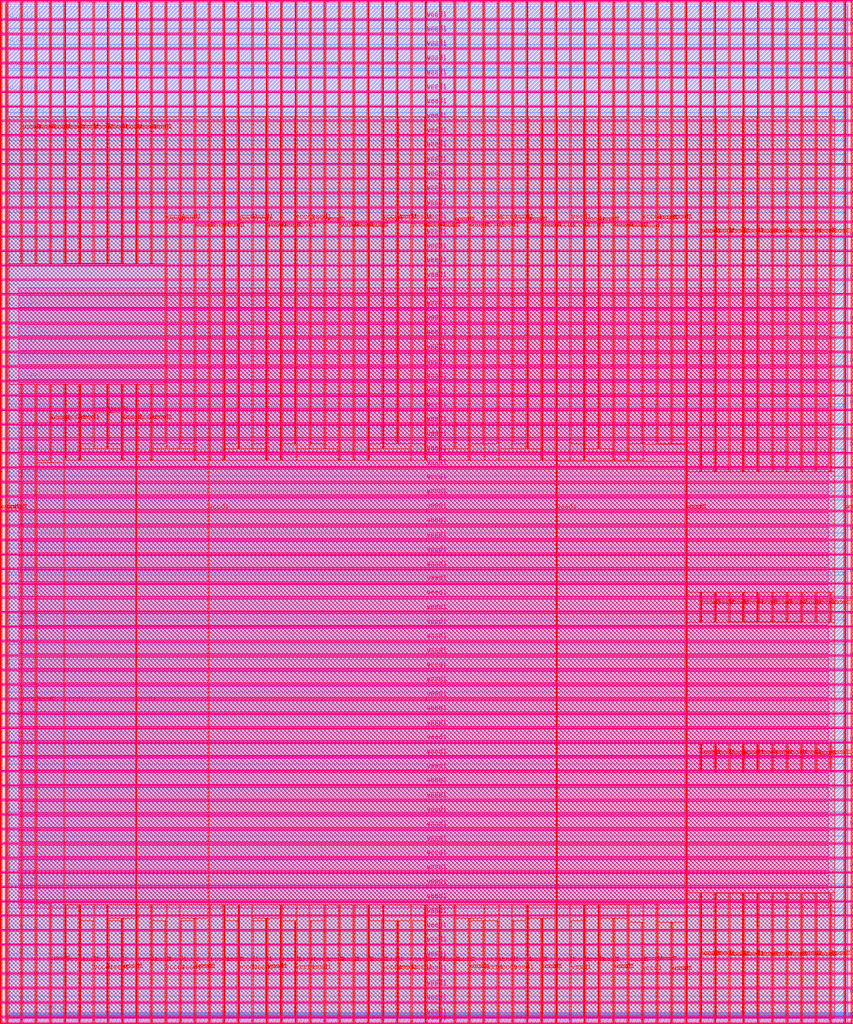
<source format=lef>
VERSION 5.7 ;
  NOWIREEXTENSIONATPIN ON ;
  DIVIDERCHAR "/" ;
  BUSBITCHARS "[]" ;
MACRO summer_school_top_wrapper
  CLASS BLOCK ;
  FOREIGN summer_school_top_wrapper ;
  ORIGIN 0.000 0.000 ;
  SIZE 2920.000 BY 3520.000 ;
  PIN io_in[0]
    DIRECTION INPUT ;
    USE SIGNAL ;
    ANTENNAGATEAREA 0.196500 ;
    PORT
      LAYER met3 ;
        RECT 2916.000 85.720 2920.000 86.320 ;
    END
  END io_in[0]
  PIN io_in[10]
    DIRECTION INPUT ;
    USE SIGNAL ;
    ANTENNAGATEAREA 0.495000 ;
    PORT
      LAYER met2 ;
        RECT 2216.370 3516.000 2216.650 3520.000 ;
    END
  END io_in[10]
  PIN io_in[11]
    DIRECTION INPUT ;
    USE SIGNAL ;
    ANTENNAGATEAREA 0.990000 ;
    PORT
      LAYER met2 ;
        RECT 1892.070 3516.000 1892.350 3520.000 ;
    END
  END io_in[11]
  PIN io_in[12]
    DIRECTION INPUT ;
    USE SIGNAL ;
    ANTENNAGATEAREA 0.990000 ;
    PORT
      LAYER met2 ;
        RECT 1567.770 3516.000 1568.050 3520.000 ;
    END
  END io_in[12]
  PIN io_in[13]
    DIRECTION INPUT ;
    USE SIGNAL ;
    ANTENNAGATEAREA 0.990000 ;
    PORT
      LAYER met2 ;
        RECT 1243.470 3516.000 1243.750 3520.000 ;
    END
  END io_in[13]
  PIN io_in[14]
    DIRECTION INPUT ;
    USE SIGNAL ;
    ANTENNAGATEAREA 0.990000 ;
    PORT
      LAYER met2 ;
        RECT 919.170 3516.000 919.450 3520.000 ;
    END
  END io_in[14]
  PIN io_in[15]
    DIRECTION INPUT ;
    USE SIGNAL ;
    ANTENNAGATEAREA 0.990000 ;
    PORT
      LAYER met2 ;
        RECT 594.870 3516.000 595.150 3520.000 ;
    END
  END io_in[15]
  PIN io_in[16]
    DIRECTION INPUT ;
    USE SIGNAL ;
    ANTENNAGATEAREA 0.990000 ;
    PORT
      LAYER met2 ;
        RECT 270.570 3516.000 270.850 3520.000 ;
    END
  END io_in[16]
  PIN io_in[17]
    DIRECTION INPUT ;
    USE SIGNAL ;
    ANTENNAGATEAREA 0.990000 ;
    PORT
      LAYER met3 ;
        RECT 0.000 3459.880 4.000 3460.480 ;
    END
  END io_in[17]
  PIN io_in[18]
    DIRECTION INPUT ;
    USE SIGNAL ;
    ANTENNAGATEAREA 0.852000 ;
    PORT
      LAYER met3 ;
        RECT 0.000 3211.000 4.000 3211.600 ;
    END
  END io_in[18]
  PIN io_in[19]
    DIRECTION INPUT ;
    USE SIGNAL ;
    ANTENNAGATEAREA 0.990000 ;
    PORT
      LAYER met3 ;
        RECT 0.000 2962.120 4.000 2962.720 ;
    END
  END io_in[19]
  PIN io_in[1]
    DIRECTION INPUT ;
    USE SIGNAL ;
    ANTENNAGATEAREA 0.159000 ;
    ANTENNADIFFAREA 0.434700 ;
    PORT
      LAYER met3 ;
        RECT 2916.000 522.280 2920.000 522.880 ;
    END
  END io_in[1]
  PIN io_in[20]
    DIRECTION INPUT ;
    USE SIGNAL ;
    ANTENNAGATEAREA 0.426000 ;
    PORT
      LAYER met3 ;
        RECT 0.000 2713.240 4.000 2713.840 ;
    END
  END io_in[20]
  PIN io_in[21]
    DIRECTION INPUT ;
    USE SIGNAL ;
    PORT
      LAYER met3 ;
        RECT 0.000 2464.360 4.000 2464.960 ;
    END
  END io_in[21]
  PIN io_in[22]
    DIRECTION INPUT ;
    USE SIGNAL ;
    PORT
      LAYER met3 ;
        RECT 0.000 2215.480 4.000 2216.080 ;
    END
  END io_in[22]
  PIN io_in[23]
    DIRECTION INPUT ;
    USE SIGNAL ;
    PORT
      LAYER met3 ;
        RECT 0.000 1966.600 4.000 1967.200 ;
    END
  END io_in[23]
  PIN io_in[24]
    DIRECTION INPUT ;
    USE SIGNAL ;
    PORT
      LAYER met3 ;
        RECT 0.000 1717.720 4.000 1718.320 ;
    END
  END io_in[24]
  PIN io_in[25]
    DIRECTION INPUT ;
    USE SIGNAL ;
    PORT
      LAYER met3 ;
        RECT 0.000 1468.840 4.000 1469.440 ;
    END
  END io_in[25]
  PIN io_in[26]
    DIRECTION INPUT ;
    USE SIGNAL ;
    PORT
      LAYER met3 ;
        RECT 0.000 1219.960 4.000 1220.560 ;
    END
  END io_in[26]
  PIN io_in[27]
    DIRECTION INPUT ;
    USE SIGNAL ;
    PORT
      LAYER met3 ;
        RECT 0.000 971.080 4.000 971.680 ;
    END
  END io_in[27]
  PIN io_in[28]
    DIRECTION INPUT ;
    USE SIGNAL ;
    PORT
      LAYER met3 ;
        RECT 0.000 722.200 4.000 722.800 ;
    END
  END io_in[28]
  PIN io_in[29]
    DIRECTION INPUT ;
    USE SIGNAL ;
    ANTENNAGATEAREA 0.196500 ;
    PORT
      LAYER met3 ;
        RECT 0.000 473.320 4.000 473.920 ;
    END
  END io_in[29]
  PIN io_in[2]
    DIRECTION INPUT ;
    USE SIGNAL ;
    ANTENNAGATEAREA 0.426000 ;
    PORT
      LAYER met3 ;
        RECT 2916.000 958.840 2920.000 959.440 ;
    END
  END io_in[2]
  PIN io_in[30]
    DIRECTION INPUT ;
    USE SIGNAL ;
    PORT
      LAYER met3 ;
        RECT 0.000 224.440 4.000 225.040 ;
    END
  END io_in[30]
  PIN io_in[3]
    DIRECTION INPUT ;
    USE SIGNAL ;
    ANTENNAGATEAREA 0.990000 ;
    PORT
      LAYER met3 ;
        RECT 2916.000 1395.400 2920.000 1396.000 ;
    END
  END io_in[3]
  PIN io_in[4]
    DIRECTION INPUT ;
    USE SIGNAL ;
    ANTENNAGATEAREA 0.990000 ;
    PORT
      LAYER met3 ;
        RECT 2916.000 1831.960 2920.000 1832.560 ;
    END
  END io_in[4]
  PIN io_in[5]
    DIRECTION INPUT ;
    USE SIGNAL ;
    ANTENNAGATEAREA 0.426000 ;
    PORT
      LAYER met3 ;
        RECT 2916.000 2268.520 2920.000 2269.120 ;
    END
  END io_in[5]
  PIN io_in[6]
    DIRECTION INPUT ;
    USE SIGNAL ;
    PORT
      LAYER met3 ;
        RECT 2916.000 2705.080 2920.000 2705.680 ;
    END
  END io_in[6]
  PIN io_in[7]
    DIRECTION INPUT ;
    USE SIGNAL ;
    ANTENNAGATEAREA 0.742500 ;
    PORT
      LAYER met3 ;
        RECT 2916.000 3141.640 2920.000 3142.240 ;
    END
  END io_in[7]
  PIN io_in[8]
    DIRECTION INPUT ;
    USE SIGNAL ;
    ANTENNAGATEAREA 0.852000 ;
    PORT
      LAYER met2 ;
        RECT 2864.970 3516.000 2865.250 3520.000 ;
    END
  END io_in[8]
  PIN io_in[9]
    DIRECTION INPUT ;
    USE SIGNAL ;
    ANTENNAGATEAREA 0.495000 ;
    PORT
      LAYER met2 ;
        RECT 2540.670 3516.000 2540.950 3520.000 ;
    END
  END io_in[9]
  PIN io_oeb[0]
    DIRECTION OUTPUT TRISTATE ;
    USE SIGNAL ;
    PORT
      LAYER met3 ;
        RECT 2916.000 376.760 2920.000 377.360 ;
    END
  END io_oeb[0]
  PIN io_oeb[10]
    DIRECTION OUTPUT TRISTATE ;
    USE SIGNAL ;
    ANTENNADIFFAREA 2.673000 ;
    PORT
      LAYER met2 ;
        RECT 2000.170 3516.000 2000.450 3520.000 ;
    END
  END io_oeb[10]
  PIN io_oeb[11]
    DIRECTION OUTPUT TRISTATE ;
    USE SIGNAL ;
    ANTENNADIFFAREA 2.673000 ;
    PORT
      LAYER met2 ;
        RECT 1675.870 3516.000 1676.150 3520.000 ;
    END
  END io_oeb[11]
  PIN io_oeb[12]
    DIRECTION OUTPUT TRISTATE ;
    USE SIGNAL ;
    ANTENNADIFFAREA 2.673000 ;
    PORT
      LAYER met2 ;
        RECT 1351.570 3516.000 1351.850 3520.000 ;
    END
  END io_oeb[12]
  PIN io_oeb[13]
    DIRECTION OUTPUT TRISTATE ;
    USE SIGNAL ;
    ANTENNADIFFAREA 2.673000 ;
    PORT
      LAYER met2 ;
        RECT 1027.270 3516.000 1027.550 3520.000 ;
    END
  END io_oeb[13]
  PIN io_oeb[14]
    DIRECTION OUTPUT TRISTATE ;
    USE SIGNAL ;
    ANTENNADIFFAREA 2.673000 ;
    PORT
      LAYER met2 ;
        RECT 702.970 3516.000 703.250 3520.000 ;
    END
  END io_oeb[14]
  PIN io_oeb[15]
    DIRECTION OUTPUT TRISTATE ;
    USE SIGNAL ;
    ANTENNADIFFAREA 2.673000 ;
    PORT
      LAYER met2 ;
        RECT 378.670 3516.000 378.950 3520.000 ;
    END
  END io_oeb[15]
  PIN io_oeb[16]
    DIRECTION OUTPUT TRISTATE ;
    USE SIGNAL ;
    ANTENNADIFFAREA 2.673000 ;
    PORT
      LAYER met2 ;
        RECT 54.370 3516.000 54.650 3520.000 ;
    END
  END io_oeb[16]
  PIN io_oeb[17]
    DIRECTION OUTPUT TRISTATE ;
    USE SIGNAL ;
    ANTENNADIFFAREA 2.673000 ;
    PORT
      LAYER met3 ;
        RECT 0.000 3293.960 4.000 3294.560 ;
    END
  END io_oeb[17]
  PIN io_oeb[18]
    DIRECTION OUTPUT TRISTATE ;
    USE SIGNAL ;
    ANTENNADIFFAREA 2.673000 ;
    PORT
      LAYER met3 ;
        RECT 0.000 3045.080 4.000 3045.680 ;
    END
  END io_oeb[18]
  PIN io_oeb[19]
    DIRECTION OUTPUT TRISTATE ;
    USE SIGNAL ;
    PORT
      LAYER met3 ;
        RECT 0.000 2796.200 4.000 2796.800 ;
    END
  END io_oeb[19]
  PIN io_oeb[1]
    DIRECTION OUTPUT TRISTATE ;
    USE SIGNAL ;
    PORT
      LAYER met3 ;
        RECT 2916.000 813.320 2920.000 813.920 ;
    END
  END io_oeb[1]
  PIN io_oeb[20]
    DIRECTION OUTPUT TRISTATE ;
    USE SIGNAL ;
    PORT
      LAYER met3 ;
        RECT 0.000 2547.320 4.000 2547.920 ;
    END
  END io_oeb[20]
  PIN io_oeb[21]
    DIRECTION OUTPUT TRISTATE ;
    USE SIGNAL ;
    PORT
      LAYER met3 ;
        RECT 0.000 2298.440 4.000 2299.040 ;
    END
  END io_oeb[21]
  PIN io_oeb[22]
    DIRECTION OUTPUT TRISTATE ;
    USE SIGNAL ;
    PORT
      LAYER met3 ;
        RECT 0.000 2049.560 4.000 2050.160 ;
    END
  END io_oeb[22]
  PIN io_oeb[23]
    DIRECTION OUTPUT TRISTATE ;
    USE SIGNAL ;
    PORT
      LAYER met3 ;
        RECT 0.000 1800.680 4.000 1801.280 ;
    END
  END io_oeb[23]
  PIN io_oeb[24]
    DIRECTION OUTPUT TRISTATE ;
    USE SIGNAL ;
    PORT
      LAYER met3 ;
        RECT 0.000 1551.800 4.000 1552.400 ;
    END
  END io_oeb[24]
  PIN io_oeb[25]
    DIRECTION OUTPUT TRISTATE ;
    USE SIGNAL ;
    PORT
      LAYER met3 ;
        RECT 0.000 1302.920 4.000 1303.520 ;
    END
  END io_oeb[25]
  PIN io_oeb[26]
    DIRECTION OUTPUT TRISTATE ;
    USE SIGNAL ;
    PORT
      LAYER met3 ;
        RECT 0.000 1054.040 4.000 1054.640 ;
    END
  END io_oeb[26]
  PIN io_oeb[27]
    DIRECTION OUTPUT TRISTATE ;
    USE SIGNAL ;
    PORT
      LAYER met3 ;
        RECT 0.000 805.160 4.000 805.760 ;
    END
  END io_oeb[27]
  PIN io_oeb[28]
    DIRECTION OUTPUT TRISTATE ;
    USE SIGNAL ;
    PORT
      LAYER met3 ;
        RECT 0.000 556.280 4.000 556.880 ;
    END
  END io_oeb[28]
  PIN io_oeb[29]
    DIRECTION OUTPUT TRISTATE ;
    USE SIGNAL ;
    PORT
      LAYER met3 ;
        RECT 0.000 307.400 4.000 308.000 ;
    END
  END io_oeb[29]
  PIN io_oeb[2]
    DIRECTION OUTPUT TRISTATE ;
    USE SIGNAL ;
    PORT
      LAYER met3 ;
        RECT 2916.000 1249.880 2920.000 1250.480 ;
    END
  END io_oeb[2]
  PIN io_oeb[30]
    DIRECTION OUTPUT TRISTATE ;
    USE SIGNAL ;
    PORT
      LAYER met3 ;
        RECT 0.000 58.520 4.000 59.120 ;
    END
  END io_oeb[30]
  PIN io_oeb[3]
    DIRECTION OUTPUT TRISTATE ;
    USE SIGNAL ;
    PORT
      LAYER met3 ;
        RECT 2916.000 1686.440 2920.000 1687.040 ;
    END
  END io_oeb[3]
  PIN io_oeb[4]
    DIRECTION OUTPUT TRISTATE ;
    USE SIGNAL ;
    PORT
      LAYER met3 ;
        RECT 2916.000 2123.000 2920.000 2123.600 ;
    END
  END io_oeb[4]
  PIN io_oeb[5]
    DIRECTION OUTPUT TRISTATE ;
    USE SIGNAL ;
    PORT
      LAYER met3 ;
        RECT 2916.000 2559.560 2920.000 2560.160 ;
    END
  END io_oeb[5]
  PIN io_oeb[6]
    DIRECTION OUTPUT TRISTATE ;
    USE SIGNAL ;
    PORT
      LAYER met3 ;
        RECT 2916.000 2996.120 2920.000 2996.720 ;
    END
  END io_oeb[6]
  PIN io_oeb[7]
    DIRECTION OUTPUT TRISTATE ;
    USE SIGNAL ;
    ANTENNADIFFAREA 2.673000 ;
    PORT
      LAYER met3 ;
        RECT 2916.000 3432.680 2920.000 3433.280 ;
    END
  END io_oeb[7]
  PIN io_oeb[8]
    DIRECTION OUTPUT TRISTATE ;
    USE SIGNAL ;
    ANTENNADIFFAREA 2.673000 ;
    PORT
      LAYER met2 ;
        RECT 2648.770 3516.000 2649.050 3520.000 ;
    END
  END io_oeb[8]
  PIN io_oeb[9]
    DIRECTION OUTPUT TRISTATE ;
    USE SIGNAL ;
    ANTENNADIFFAREA 2.673000 ;
    PORT
      LAYER met2 ;
        RECT 2324.470 3516.000 2324.750 3520.000 ;
    END
  END io_oeb[9]
  PIN io_out[0]
    DIRECTION OUTPUT TRISTATE ;
    USE SIGNAL ;
    PORT
      LAYER met3 ;
        RECT 2916.000 231.240 2920.000 231.840 ;
    END
  END io_out[0]
  PIN io_out[10]
    DIRECTION OUTPUT TRISTATE ;
    USE SIGNAL ;
    ANTENNADIFFAREA 2.673000 ;
    PORT
      LAYER met2 ;
        RECT 2108.270 3516.000 2108.550 3520.000 ;
    END
  END io_out[10]
  PIN io_out[11]
    DIRECTION OUTPUT TRISTATE ;
    USE SIGNAL ;
    ANTENNADIFFAREA 2.673000 ;
    PORT
      LAYER met2 ;
        RECT 1783.970 3516.000 1784.250 3520.000 ;
    END
  END io_out[11]
  PIN io_out[12]
    DIRECTION OUTPUT TRISTATE ;
    USE SIGNAL ;
    ANTENNADIFFAREA 2.673000 ;
    PORT
      LAYER met2 ;
        RECT 1459.670 3516.000 1459.950 3520.000 ;
    END
  END io_out[12]
  PIN io_out[13]
    DIRECTION OUTPUT TRISTATE ;
    USE SIGNAL ;
    ANTENNADIFFAREA 2.673000 ;
    PORT
      LAYER met2 ;
        RECT 1135.370 3516.000 1135.650 3520.000 ;
    END
  END io_out[13]
  PIN io_out[14]
    DIRECTION OUTPUT TRISTATE ;
    USE SIGNAL ;
    ANTENNADIFFAREA 2.673000 ;
    PORT
      LAYER met2 ;
        RECT 811.070 3516.000 811.350 3520.000 ;
    END
  END io_out[14]
  PIN io_out[15]
    DIRECTION OUTPUT TRISTATE ;
    USE SIGNAL ;
    ANTENNADIFFAREA 2.673000 ;
    PORT
      LAYER met2 ;
        RECT 486.770 3516.000 487.050 3520.000 ;
    END
  END io_out[15]
  PIN io_out[16]
    DIRECTION OUTPUT TRISTATE ;
    USE SIGNAL ;
    ANTENNADIFFAREA 2.673000 ;
    PORT
      LAYER met2 ;
        RECT 162.470 3516.000 162.750 3520.000 ;
    END
  END io_out[16]
  PIN io_out[17]
    DIRECTION OUTPUT TRISTATE ;
    USE SIGNAL ;
    ANTENNADIFFAREA 2.673000 ;
    PORT
      LAYER met3 ;
        RECT 0.000 3376.920 4.000 3377.520 ;
    END
  END io_out[17]
  PIN io_out[18]
    DIRECTION OUTPUT TRISTATE ;
    USE SIGNAL ;
    ANTENNADIFFAREA 2.673000 ;
    PORT
      LAYER met3 ;
        RECT 0.000 3128.040 4.000 3128.640 ;
    END
  END io_out[18]
  PIN io_out[19]
    DIRECTION OUTPUT TRISTATE ;
    USE SIGNAL ;
    PORT
      LAYER met3 ;
        RECT 0.000 2879.160 4.000 2879.760 ;
    END
  END io_out[19]
  PIN io_out[1]
    DIRECTION OUTPUT TRISTATE ;
    USE SIGNAL ;
    PORT
      LAYER met3 ;
        RECT 2916.000 667.800 2920.000 668.400 ;
    END
  END io_out[1]
  PIN io_out[20]
    DIRECTION OUTPUT TRISTATE ;
    USE SIGNAL ;
    PORT
      LAYER met3 ;
        RECT 0.000 2630.280 4.000 2630.880 ;
    END
  END io_out[20]
  PIN io_out[21]
    DIRECTION OUTPUT TRISTATE ;
    USE SIGNAL ;
    ANTENNADIFFAREA 2.673000 ;
    PORT
      LAYER met3 ;
        RECT 0.000 2381.400 4.000 2382.000 ;
    END
  END io_out[21]
  PIN io_out[22]
    DIRECTION OUTPUT TRISTATE ;
    USE SIGNAL ;
    ANTENNADIFFAREA 2.673000 ;
    PORT
      LAYER met3 ;
        RECT 0.000 2132.520 4.000 2133.120 ;
    END
  END io_out[22]
  PIN io_out[23]
    DIRECTION OUTPUT TRISTATE ;
    USE SIGNAL ;
    ANTENNADIFFAREA 2.673000 ;
    PORT
      LAYER met3 ;
        RECT 0.000 1883.640 4.000 1884.240 ;
    END
  END io_out[23]
  PIN io_out[24]
    DIRECTION OUTPUT TRISTATE ;
    USE SIGNAL ;
    ANTENNADIFFAREA 2.673000 ;
    PORT
      LAYER met3 ;
        RECT 0.000 1634.760 4.000 1635.360 ;
    END
  END io_out[24]
  PIN io_out[25]
    DIRECTION OUTPUT TRISTATE ;
    USE SIGNAL ;
    ANTENNADIFFAREA 2.673000 ;
    PORT
      LAYER met3 ;
        RECT 0.000 1385.880 4.000 1386.480 ;
    END
  END io_out[25]
  PIN io_out[26]
    DIRECTION OUTPUT TRISTATE ;
    USE SIGNAL ;
    ANTENNADIFFAREA 2.673000 ;
    PORT
      LAYER met3 ;
        RECT 0.000 1137.000 4.000 1137.600 ;
    END
  END io_out[26]
  PIN io_out[27]
    DIRECTION OUTPUT TRISTATE ;
    USE SIGNAL ;
    ANTENNADIFFAREA 2.673000 ;
    PORT
      LAYER met3 ;
        RECT 0.000 888.120 4.000 888.720 ;
    END
  END io_out[27]
  PIN io_out[28]
    DIRECTION OUTPUT TRISTATE ;
    USE SIGNAL ;
    ANTENNADIFFAREA 2.673000 ;
    PORT
      LAYER met3 ;
        RECT 0.000 639.240 4.000 639.840 ;
    END
  END io_out[28]
  PIN io_out[29]
    DIRECTION OUTPUT TRISTATE ;
    USE SIGNAL ;
    PORT
      LAYER met3 ;
        RECT 0.000 390.360 4.000 390.960 ;
    END
  END io_out[29]
  PIN io_out[2]
    DIRECTION OUTPUT TRISTATE ;
    USE SIGNAL ;
    PORT
      LAYER met3 ;
        RECT 2916.000 1104.360 2920.000 1104.960 ;
    END
  END io_out[2]
  PIN io_out[30]
    DIRECTION OUTPUT TRISTATE ;
    USE SIGNAL ;
    PORT
      LAYER met3 ;
        RECT 0.000 141.480 4.000 142.080 ;
    END
  END io_out[30]
  PIN io_out[3]
    DIRECTION OUTPUT TRISTATE ;
    USE SIGNAL ;
    PORT
      LAYER met3 ;
        RECT 2916.000 1540.920 2920.000 1541.520 ;
    END
  END io_out[3]
  PIN io_out[4]
    DIRECTION OUTPUT TRISTATE ;
    USE SIGNAL ;
    PORT
      LAYER met3 ;
        RECT 2916.000 1977.480 2920.000 1978.080 ;
    END
  END io_out[4]
  PIN io_out[5]
    DIRECTION OUTPUT TRISTATE ;
    USE SIGNAL ;
    PORT
      LAYER met3 ;
        RECT 2916.000 2414.040 2920.000 2414.640 ;
    END
  END io_out[5]
  PIN io_out[6]
    DIRECTION OUTPUT TRISTATE ;
    USE SIGNAL ;
    ANTENNADIFFAREA 2.673000 ;
    PORT
      LAYER met3 ;
        RECT 2916.000 2850.600 2920.000 2851.200 ;
    END
  END io_out[6]
  PIN io_out[7]
    DIRECTION OUTPUT TRISTATE ;
    USE SIGNAL ;
    ANTENNADIFFAREA 2.673000 ;
    PORT
      LAYER met3 ;
        RECT 2916.000 3287.160 2920.000 3287.760 ;
    END
  END io_out[7]
  PIN io_out[8]
    DIRECTION OUTPUT TRISTATE ;
    USE SIGNAL ;
    ANTENNADIFFAREA 2.673000 ;
    PORT
      LAYER met2 ;
        RECT 2756.870 3516.000 2757.150 3520.000 ;
    END
  END io_out[8]
  PIN io_out[9]
    DIRECTION OUTPUT TRISTATE ;
    USE SIGNAL ;
    ANTENNADIFFAREA 2.673000 ;
    PORT
      LAYER met2 ;
        RECT 2432.570 3516.000 2432.850 3520.000 ;
    END
  END io_out[9]
  PIN la_data_in[0]
    DIRECTION INPUT ;
    USE SIGNAL ;
    PORT
      LAYER met2 ;
        RECT 619.710 0.000 619.990 4.000 ;
    END
  END la_data_in[0]
  PIN la_data_in[100]
    DIRECTION INPUT ;
    USE SIGNAL ;
    PORT
      LAYER met2 ;
        RECT 2413.710 0.000 2413.990 4.000 ;
    END
  END la_data_in[100]
  PIN la_data_in[101]
    DIRECTION INPUT ;
    USE SIGNAL ;
    PORT
      LAYER met2 ;
        RECT 2431.650 0.000 2431.930 4.000 ;
    END
  END la_data_in[101]
  PIN la_data_in[102]
    DIRECTION INPUT ;
    USE SIGNAL ;
    ANTENNAGATEAREA 0.126000 ;
    PORT
      LAYER met2 ;
        RECT 2449.590 0.000 2449.870 4.000 ;
    END
  END la_data_in[102]
  PIN la_data_in[103]
    DIRECTION INPUT ;
    USE SIGNAL ;
    ANTENNAGATEAREA 0.213000 ;
    PORT
      LAYER met2 ;
        RECT 2467.530 0.000 2467.810 4.000 ;
    END
  END la_data_in[103]
  PIN la_data_in[104]
    DIRECTION INPUT ;
    USE SIGNAL ;
    ANTENNAGATEAREA 0.196500 ;
    PORT
      LAYER met2 ;
        RECT 2485.470 0.000 2485.750 4.000 ;
    END
  END la_data_in[104]
  PIN la_data_in[105]
    DIRECTION INPUT ;
    USE SIGNAL ;
    ANTENNAGATEAREA 0.126000 ;
    PORT
      LAYER met2 ;
        RECT 2503.410 0.000 2503.690 4.000 ;
    END
  END la_data_in[105]
  PIN la_data_in[106]
    DIRECTION INPUT ;
    USE SIGNAL ;
    ANTENNAGATEAREA 0.126000 ;
    PORT
      LAYER met2 ;
        RECT 2521.350 0.000 2521.630 4.000 ;
    END
  END la_data_in[106]
  PIN la_data_in[107]
    DIRECTION INPUT ;
    USE SIGNAL ;
    ANTENNAGATEAREA 0.196500 ;
    PORT
      LAYER met2 ;
        RECT 2539.290 0.000 2539.570 4.000 ;
    END
  END la_data_in[107]
  PIN la_data_in[108]
    DIRECTION INPUT ;
    USE SIGNAL ;
    ANTENNAGATEAREA 0.126000 ;
    PORT
      LAYER met2 ;
        RECT 2557.230 0.000 2557.510 4.000 ;
    END
  END la_data_in[108]
  PIN la_data_in[109]
    DIRECTION INPUT ;
    USE SIGNAL ;
    PORT
      LAYER met2 ;
        RECT 2575.170 0.000 2575.450 4.000 ;
    END
  END la_data_in[109]
  PIN la_data_in[10]
    DIRECTION INPUT ;
    USE SIGNAL ;
    PORT
      LAYER met2 ;
        RECT 799.110 0.000 799.390 4.000 ;
    END
  END la_data_in[10]
  PIN la_data_in[110]
    DIRECTION INPUT ;
    USE SIGNAL ;
    PORT
      LAYER met2 ;
        RECT 2593.110 0.000 2593.390 4.000 ;
    END
  END la_data_in[110]
  PIN la_data_in[111]
    DIRECTION INPUT ;
    USE SIGNAL ;
    PORT
      LAYER met2 ;
        RECT 2611.050 0.000 2611.330 4.000 ;
    END
  END la_data_in[111]
  PIN la_data_in[112]
    DIRECTION INPUT ;
    USE SIGNAL ;
    PORT
      LAYER met2 ;
        RECT 2628.990 0.000 2629.270 4.000 ;
    END
  END la_data_in[112]
  PIN la_data_in[113]
    DIRECTION INPUT ;
    USE SIGNAL ;
    PORT
      LAYER met2 ;
        RECT 2646.930 0.000 2647.210 4.000 ;
    END
  END la_data_in[113]
  PIN la_data_in[114]
    DIRECTION INPUT ;
    USE SIGNAL ;
    PORT
      LAYER met2 ;
        RECT 2664.870 0.000 2665.150 4.000 ;
    END
  END la_data_in[114]
  PIN la_data_in[115]
    DIRECTION INPUT ;
    USE SIGNAL ;
    PORT
      LAYER met2 ;
        RECT 2682.810 0.000 2683.090 4.000 ;
    END
  END la_data_in[115]
  PIN la_data_in[116]
    DIRECTION INPUT ;
    USE SIGNAL ;
    PORT
      LAYER met2 ;
        RECT 2700.750 0.000 2701.030 4.000 ;
    END
  END la_data_in[116]
  PIN la_data_in[117]
    DIRECTION INPUT ;
    USE SIGNAL ;
    PORT
      LAYER met2 ;
        RECT 2718.690 0.000 2718.970 4.000 ;
    END
  END la_data_in[117]
  PIN la_data_in[118]
    DIRECTION INPUT ;
    USE SIGNAL ;
    PORT
      LAYER met2 ;
        RECT 2736.630 0.000 2736.910 4.000 ;
    END
  END la_data_in[118]
  PIN la_data_in[119]
    DIRECTION INPUT ;
    USE SIGNAL ;
    PORT
      LAYER met2 ;
        RECT 2754.570 0.000 2754.850 4.000 ;
    END
  END la_data_in[119]
  PIN la_data_in[11]
    DIRECTION INPUT ;
    USE SIGNAL ;
    PORT
      LAYER met2 ;
        RECT 817.050 0.000 817.330 4.000 ;
    END
  END la_data_in[11]
  PIN la_data_in[120]
    DIRECTION INPUT ;
    USE SIGNAL ;
    PORT
      LAYER met2 ;
        RECT 2772.510 0.000 2772.790 4.000 ;
    END
  END la_data_in[120]
  PIN la_data_in[121]
    DIRECTION INPUT ;
    USE SIGNAL ;
    PORT
      LAYER met2 ;
        RECT 2790.450 0.000 2790.730 4.000 ;
    END
  END la_data_in[121]
  PIN la_data_in[122]
    DIRECTION INPUT ;
    USE SIGNAL ;
    PORT
      LAYER met2 ;
        RECT 2808.390 0.000 2808.670 4.000 ;
    END
  END la_data_in[122]
  PIN la_data_in[123]
    DIRECTION INPUT ;
    USE SIGNAL ;
    PORT
      LAYER met2 ;
        RECT 2826.330 0.000 2826.610 4.000 ;
    END
  END la_data_in[123]
  PIN la_data_in[124]
    DIRECTION INPUT ;
    USE SIGNAL ;
    PORT
      LAYER met2 ;
        RECT 2844.270 0.000 2844.550 4.000 ;
    END
  END la_data_in[124]
  PIN la_data_in[125]
    DIRECTION INPUT ;
    USE SIGNAL ;
    PORT
      LAYER met2 ;
        RECT 2862.210 0.000 2862.490 4.000 ;
    END
  END la_data_in[125]
  PIN la_data_in[126]
    DIRECTION INPUT ;
    USE SIGNAL ;
    PORT
      LAYER met2 ;
        RECT 2880.150 0.000 2880.430 4.000 ;
    END
  END la_data_in[126]
  PIN la_data_in[127]
    DIRECTION INPUT ;
    USE SIGNAL ;
    PORT
      LAYER met2 ;
        RECT 2898.090 0.000 2898.370 4.000 ;
    END
  END la_data_in[127]
  PIN la_data_in[12]
    DIRECTION INPUT ;
    USE SIGNAL ;
    PORT
      LAYER met2 ;
        RECT 834.990 0.000 835.270 4.000 ;
    END
  END la_data_in[12]
  PIN la_data_in[13]
    DIRECTION INPUT ;
    USE SIGNAL ;
    PORT
      LAYER met2 ;
        RECT 852.930 0.000 853.210 4.000 ;
    END
  END la_data_in[13]
  PIN la_data_in[14]
    DIRECTION INPUT ;
    USE SIGNAL ;
    PORT
      LAYER met2 ;
        RECT 870.870 0.000 871.150 4.000 ;
    END
  END la_data_in[14]
  PIN la_data_in[15]
    DIRECTION INPUT ;
    USE SIGNAL ;
    PORT
      LAYER met2 ;
        RECT 888.810 0.000 889.090 4.000 ;
    END
  END la_data_in[15]
  PIN la_data_in[16]
    DIRECTION INPUT ;
    USE SIGNAL ;
    PORT
      LAYER met2 ;
        RECT 906.750 0.000 907.030 4.000 ;
    END
  END la_data_in[16]
  PIN la_data_in[17]
    DIRECTION INPUT ;
    USE SIGNAL ;
    PORT
      LAYER met2 ;
        RECT 924.690 0.000 924.970 4.000 ;
    END
  END la_data_in[17]
  PIN la_data_in[18]
    DIRECTION INPUT ;
    USE SIGNAL ;
    PORT
      LAYER met2 ;
        RECT 942.630 0.000 942.910 4.000 ;
    END
  END la_data_in[18]
  PIN la_data_in[19]
    DIRECTION INPUT ;
    USE SIGNAL ;
    PORT
      LAYER met2 ;
        RECT 960.570 0.000 960.850 4.000 ;
    END
  END la_data_in[19]
  PIN la_data_in[1]
    DIRECTION INPUT ;
    USE SIGNAL ;
    PORT
      LAYER met2 ;
        RECT 637.650 0.000 637.930 4.000 ;
    END
  END la_data_in[1]
  PIN la_data_in[20]
    DIRECTION INPUT ;
    USE SIGNAL ;
    PORT
      LAYER met2 ;
        RECT 978.510 0.000 978.790 4.000 ;
    END
  END la_data_in[20]
  PIN la_data_in[21]
    DIRECTION INPUT ;
    USE SIGNAL ;
    PORT
      LAYER met2 ;
        RECT 996.450 0.000 996.730 4.000 ;
    END
  END la_data_in[21]
  PIN la_data_in[22]
    DIRECTION INPUT ;
    USE SIGNAL ;
    PORT
      LAYER met2 ;
        RECT 1014.390 0.000 1014.670 4.000 ;
    END
  END la_data_in[22]
  PIN la_data_in[23]
    DIRECTION INPUT ;
    USE SIGNAL ;
    PORT
      LAYER met2 ;
        RECT 1032.330 0.000 1032.610 4.000 ;
    END
  END la_data_in[23]
  PIN la_data_in[24]
    DIRECTION INPUT ;
    USE SIGNAL ;
    PORT
      LAYER met2 ;
        RECT 1050.270 0.000 1050.550 4.000 ;
    END
  END la_data_in[24]
  PIN la_data_in[25]
    DIRECTION INPUT ;
    USE SIGNAL ;
    PORT
      LAYER met2 ;
        RECT 1068.210 0.000 1068.490 4.000 ;
    END
  END la_data_in[25]
  PIN la_data_in[26]
    DIRECTION INPUT ;
    USE SIGNAL ;
    PORT
      LAYER met2 ;
        RECT 1086.150 0.000 1086.430 4.000 ;
    END
  END la_data_in[26]
  PIN la_data_in[27]
    DIRECTION INPUT ;
    USE SIGNAL ;
    PORT
      LAYER met2 ;
        RECT 1104.090 0.000 1104.370 4.000 ;
    END
  END la_data_in[27]
  PIN la_data_in[28]
    DIRECTION INPUT ;
    USE SIGNAL ;
    PORT
      LAYER met2 ;
        RECT 1122.030 0.000 1122.310 4.000 ;
    END
  END la_data_in[28]
  PIN la_data_in[29]
    DIRECTION INPUT ;
    USE SIGNAL ;
    PORT
      LAYER met2 ;
        RECT 1139.970 0.000 1140.250 4.000 ;
    END
  END la_data_in[29]
  PIN la_data_in[2]
    DIRECTION INPUT ;
    USE SIGNAL ;
    PORT
      LAYER met2 ;
        RECT 655.590 0.000 655.870 4.000 ;
    END
  END la_data_in[2]
  PIN la_data_in[30]
    DIRECTION INPUT ;
    USE SIGNAL ;
    PORT
      LAYER met2 ;
        RECT 1157.910 0.000 1158.190 4.000 ;
    END
  END la_data_in[30]
  PIN la_data_in[31]
    DIRECTION INPUT ;
    USE SIGNAL ;
    PORT
      LAYER met2 ;
        RECT 1175.850 0.000 1176.130 4.000 ;
    END
  END la_data_in[31]
  PIN la_data_in[32]
    DIRECTION INPUT ;
    USE SIGNAL ;
    PORT
      LAYER met2 ;
        RECT 1193.790 0.000 1194.070 4.000 ;
    END
  END la_data_in[32]
  PIN la_data_in[33]
    DIRECTION INPUT ;
    USE SIGNAL ;
    PORT
      LAYER met2 ;
        RECT 1211.730 0.000 1212.010 4.000 ;
    END
  END la_data_in[33]
  PIN la_data_in[34]
    DIRECTION INPUT ;
    USE SIGNAL ;
    PORT
      LAYER met2 ;
        RECT 1229.670 0.000 1229.950 4.000 ;
    END
  END la_data_in[34]
  PIN la_data_in[35]
    DIRECTION INPUT ;
    USE SIGNAL ;
    PORT
      LAYER met2 ;
        RECT 1247.610 0.000 1247.890 4.000 ;
    END
  END la_data_in[35]
  PIN la_data_in[36]
    DIRECTION INPUT ;
    USE SIGNAL ;
    PORT
      LAYER met2 ;
        RECT 1265.550 0.000 1265.830 4.000 ;
    END
  END la_data_in[36]
  PIN la_data_in[37]
    DIRECTION INPUT ;
    USE SIGNAL ;
    PORT
      LAYER met2 ;
        RECT 1283.490 0.000 1283.770 4.000 ;
    END
  END la_data_in[37]
  PIN la_data_in[38]
    DIRECTION INPUT ;
    USE SIGNAL ;
    PORT
      LAYER met2 ;
        RECT 1301.430 0.000 1301.710 4.000 ;
    END
  END la_data_in[38]
  PIN la_data_in[39]
    DIRECTION INPUT ;
    USE SIGNAL ;
    PORT
      LAYER met2 ;
        RECT 1319.370 0.000 1319.650 4.000 ;
    END
  END la_data_in[39]
  PIN la_data_in[3]
    DIRECTION INPUT ;
    USE SIGNAL ;
    PORT
      LAYER met2 ;
        RECT 673.530 0.000 673.810 4.000 ;
    END
  END la_data_in[3]
  PIN la_data_in[40]
    DIRECTION INPUT ;
    USE SIGNAL ;
    ANTENNAGATEAREA 0.126000 ;
    PORT
      LAYER met2 ;
        RECT 1337.310 0.000 1337.590 4.000 ;
    END
  END la_data_in[40]
  PIN la_data_in[41]
    DIRECTION INPUT ;
    USE SIGNAL ;
    ANTENNAGATEAREA 0.126000 ;
    PORT
      LAYER met2 ;
        RECT 1355.250 0.000 1355.530 4.000 ;
    END
  END la_data_in[41]
  PIN la_data_in[42]
    DIRECTION INPUT ;
    USE SIGNAL ;
    ANTENNAGATEAREA 0.126000 ;
    PORT
      LAYER met2 ;
        RECT 1373.190 0.000 1373.470 4.000 ;
    END
  END la_data_in[42]
  PIN la_data_in[43]
    DIRECTION INPUT ;
    USE SIGNAL ;
    ANTENNAGATEAREA 0.126000 ;
    PORT
      LAYER met2 ;
        RECT 1391.130 0.000 1391.410 4.000 ;
    END
  END la_data_in[43]
  PIN la_data_in[44]
    DIRECTION INPUT ;
    USE SIGNAL ;
    ANTENNAGATEAREA 0.126000 ;
    PORT
      LAYER met2 ;
        RECT 1409.070 0.000 1409.350 4.000 ;
    END
  END la_data_in[44]
  PIN la_data_in[45]
    DIRECTION INPUT ;
    USE SIGNAL ;
    ANTENNAGATEAREA 0.126000 ;
    PORT
      LAYER met2 ;
        RECT 1427.010 0.000 1427.290 4.000 ;
    END
  END la_data_in[45]
  PIN la_data_in[46]
    DIRECTION INPUT ;
    USE SIGNAL ;
    ANTENNAGATEAREA 0.126000 ;
    PORT
      LAYER met2 ;
        RECT 1444.950 0.000 1445.230 4.000 ;
    END
  END la_data_in[46]
  PIN la_data_in[47]
    DIRECTION INPUT ;
    USE SIGNAL ;
    ANTENNAGATEAREA 0.126000 ;
    PORT
      LAYER met2 ;
        RECT 1462.890 0.000 1463.170 4.000 ;
    END
  END la_data_in[47]
  PIN la_data_in[48]
    DIRECTION INPUT ;
    USE SIGNAL ;
    ANTENNAGATEAREA 0.126000 ;
    PORT
      LAYER met2 ;
        RECT 1480.830 0.000 1481.110 4.000 ;
    END
  END la_data_in[48]
  PIN la_data_in[49]
    DIRECTION INPUT ;
    USE SIGNAL ;
    ANTENNAGATEAREA 0.126000 ;
    PORT
      LAYER met2 ;
        RECT 1498.770 0.000 1499.050 4.000 ;
    END
  END la_data_in[49]
  PIN la_data_in[4]
    DIRECTION INPUT ;
    USE SIGNAL ;
    PORT
      LAYER met2 ;
        RECT 691.470 0.000 691.750 4.000 ;
    END
  END la_data_in[4]
  PIN la_data_in[50]
    DIRECTION INPUT ;
    USE SIGNAL ;
    ANTENNAGATEAREA 0.126000 ;
    PORT
      LAYER met2 ;
        RECT 1516.710 0.000 1516.990 4.000 ;
    END
  END la_data_in[50]
  PIN la_data_in[51]
    DIRECTION INPUT ;
    USE SIGNAL ;
    ANTENNAGATEAREA 0.126000 ;
    PORT
      LAYER met2 ;
        RECT 1534.650 0.000 1534.930 4.000 ;
    END
  END la_data_in[51]
  PIN la_data_in[52]
    DIRECTION INPUT ;
    USE SIGNAL ;
    ANTENNAGATEAREA 0.126000 ;
    PORT
      LAYER met2 ;
        RECT 1552.590 0.000 1552.870 4.000 ;
    END
  END la_data_in[52]
  PIN la_data_in[53]
    DIRECTION INPUT ;
    USE SIGNAL ;
    ANTENNAGATEAREA 0.126000 ;
    PORT
      LAYER met2 ;
        RECT 1570.530 0.000 1570.810 4.000 ;
    END
  END la_data_in[53]
  PIN la_data_in[54]
    DIRECTION INPUT ;
    USE SIGNAL ;
    ANTENNAGATEAREA 0.126000 ;
    PORT
      LAYER met2 ;
        RECT 1588.470 0.000 1588.750 4.000 ;
    END
  END la_data_in[54]
  PIN la_data_in[55]
    DIRECTION INPUT ;
    USE SIGNAL ;
    ANTENNAGATEAREA 0.126000 ;
    PORT
      LAYER met2 ;
        RECT 1606.410 0.000 1606.690 4.000 ;
    END
  END la_data_in[55]
  PIN la_data_in[56]
    DIRECTION INPUT ;
    USE SIGNAL ;
    ANTENNAGATEAREA 0.126000 ;
    PORT
      LAYER met2 ;
        RECT 1624.350 0.000 1624.630 4.000 ;
    END
  END la_data_in[56]
  PIN la_data_in[57]
    DIRECTION INPUT ;
    USE SIGNAL ;
    ANTENNAGATEAREA 0.126000 ;
    PORT
      LAYER met2 ;
        RECT 1642.290 0.000 1642.570 4.000 ;
    END
  END la_data_in[57]
  PIN la_data_in[58]
    DIRECTION INPUT ;
    USE SIGNAL ;
    ANTENNAGATEAREA 0.126000 ;
    PORT
      LAYER met2 ;
        RECT 1660.230 0.000 1660.510 4.000 ;
    END
  END la_data_in[58]
  PIN la_data_in[59]
    DIRECTION INPUT ;
    USE SIGNAL ;
    ANTENNAGATEAREA 0.126000 ;
    PORT
      LAYER met2 ;
        RECT 1678.170 0.000 1678.450 4.000 ;
    END
  END la_data_in[59]
  PIN la_data_in[5]
    DIRECTION INPUT ;
    USE SIGNAL ;
    PORT
      LAYER met2 ;
        RECT 709.410 0.000 709.690 4.000 ;
    END
  END la_data_in[5]
  PIN la_data_in[60]
    DIRECTION INPUT ;
    USE SIGNAL ;
    ANTENNAGATEAREA 0.126000 ;
    PORT
      LAYER met2 ;
        RECT 1696.110 0.000 1696.390 4.000 ;
    END
  END la_data_in[60]
  PIN la_data_in[61]
    DIRECTION INPUT ;
    USE SIGNAL ;
    ANTENNAGATEAREA 0.126000 ;
    PORT
      LAYER met2 ;
        RECT 1714.050 0.000 1714.330 4.000 ;
    END
  END la_data_in[61]
  PIN la_data_in[62]
    DIRECTION INPUT ;
    USE SIGNAL ;
    ANTENNAGATEAREA 0.126000 ;
    PORT
      LAYER met2 ;
        RECT 1731.990 0.000 1732.270 4.000 ;
    END
  END la_data_in[62]
  PIN la_data_in[63]
    DIRECTION INPUT ;
    USE SIGNAL ;
    ANTENNAGATEAREA 0.126000 ;
    PORT
      LAYER met2 ;
        RECT 1749.930 0.000 1750.210 4.000 ;
    END
  END la_data_in[63]
  PIN la_data_in[64]
    DIRECTION INPUT ;
    USE SIGNAL ;
    ANTENNAGATEAREA 0.126000 ;
    PORT
      LAYER met2 ;
        RECT 1767.870 0.000 1768.150 4.000 ;
    END
  END la_data_in[64]
  PIN la_data_in[65]
    DIRECTION INPUT ;
    USE SIGNAL ;
    ANTENNAGATEAREA 0.126000 ;
    PORT
      LAYER met2 ;
        RECT 1785.810 0.000 1786.090 4.000 ;
    END
  END la_data_in[65]
  PIN la_data_in[66]
    DIRECTION INPUT ;
    USE SIGNAL ;
    ANTENNAGATEAREA 0.126000 ;
    PORT
      LAYER met2 ;
        RECT 1803.750 0.000 1804.030 4.000 ;
    END
  END la_data_in[66]
  PIN la_data_in[67]
    DIRECTION INPUT ;
    USE SIGNAL ;
    ANTENNAGATEAREA 0.126000 ;
    PORT
      LAYER met2 ;
        RECT 1821.690 0.000 1821.970 4.000 ;
    END
  END la_data_in[67]
  PIN la_data_in[68]
    DIRECTION INPUT ;
    USE SIGNAL ;
    ANTENNAGATEAREA 0.126000 ;
    PORT
      LAYER met2 ;
        RECT 1839.630 0.000 1839.910 4.000 ;
    END
  END la_data_in[68]
  PIN la_data_in[69]
    DIRECTION INPUT ;
    USE SIGNAL ;
    ANTENNAGATEAREA 0.126000 ;
    PORT
      LAYER met2 ;
        RECT 1857.570 0.000 1857.850 4.000 ;
    END
  END la_data_in[69]
  PIN la_data_in[6]
    DIRECTION INPUT ;
    USE SIGNAL ;
    PORT
      LAYER met2 ;
        RECT 727.350 0.000 727.630 4.000 ;
    END
  END la_data_in[6]
  PIN la_data_in[70]
    DIRECTION INPUT ;
    USE SIGNAL ;
    ANTENNAGATEAREA 0.126000 ;
    PORT
      LAYER met2 ;
        RECT 1875.510 0.000 1875.790 4.000 ;
    END
  END la_data_in[70]
  PIN la_data_in[71]
    DIRECTION INPUT ;
    USE SIGNAL ;
    ANTENNAGATEAREA 0.126000 ;
    PORT
      LAYER met2 ;
        RECT 1893.450 0.000 1893.730 4.000 ;
    END
  END la_data_in[71]
  PIN la_data_in[72]
    DIRECTION INPUT ;
    USE SIGNAL ;
    ANTENNAGATEAREA 0.126000 ;
    PORT
      LAYER met2 ;
        RECT 1911.390 0.000 1911.670 4.000 ;
    END
  END la_data_in[72]
  PIN la_data_in[73]
    DIRECTION INPUT ;
    USE SIGNAL ;
    ANTENNAGATEAREA 0.126000 ;
    PORT
      LAYER met2 ;
        RECT 1929.330 0.000 1929.610 4.000 ;
    END
  END la_data_in[73]
  PIN la_data_in[74]
    DIRECTION INPUT ;
    USE SIGNAL ;
    ANTENNAGATEAREA 0.126000 ;
    PORT
      LAYER met2 ;
        RECT 1947.270 0.000 1947.550 4.000 ;
    END
  END la_data_in[74]
  PIN la_data_in[75]
    DIRECTION INPUT ;
    USE SIGNAL ;
    ANTENNAGATEAREA 0.126000 ;
    PORT
      LAYER met2 ;
        RECT 1965.210 0.000 1965.490 4.000 ;
    END
  END la_data_in[75]
  PIN la_data_in[76]
    DIRECTION INPUT ;
    USE SIGNAL ;
    ANTENNAGATEAREA 0.126000 ;
    PORT
      LAYER met2 ;
        RECT 1983.150 0.000 1983.430 4.000 ;
    END
  END la_data_in[76]
  PIN la_data_in[77]
    DIRECTION INPUT ;
    USE SIGNAL ;
    ANTENNAGATEAREA 0.126000 ;
    PORT
      LAYER met2 ;
        RECT 2001.090 0.000 2001.370 4.000 ;
    END
  END la_data_in[77]
  PIN la_data_in[78]
    DIRECTION INPUT ;
    USE SIGNAL ;
    ANTENNAGATEAREA 0.196500 ;
    PORT
      LAYER met2 ;
        RECT 2019.030 0.000 2019.310 4.000 ;
    END
  END la_data_in[78]
  PIN la_data_in[79]
    DIRECTION INPUT ;
    USE SIGNAL ;
    ANTENNAGATEAREA 0.126000 ;
    PORT
      LAYER met2 ;
        RECT 2036.970 0.000 2037.250 4.000 ;
    END
  END la_data_in[79]
  PIN la_data_in[7]
    DIRECTION INPUT ;
    USE SIGNAL ;
    PORT
      LAYER met2 ;
        RECT 745.290 0.000 745.570 4.000 ;
    END
  END la_data_in[7]
  PIN la_data_in[80]
    DIRECTION INPUT ;
    USE SIGNAL ;
    ANTENNAGATEAREA 0.126000 ;
    PORT
      LAYER met2 ;
        RECT 2054.910 0.000 2055.190 4.000 ;
    END
  END la_data_in[80]
  PIN la_data_in[81]
    DIRECTION INPUT ;
    USE SIGNAL ;
    ANTENNAGATEAREA 0.196500 ;
    PORT
      LAYER met2 ;
        RECT 2072.850 0.000 2073.130 4.000 ;
    END
  END la_data_in[81]
  PIN la_data_in[82]
    DIRECTION INPUT ;
    USE SIGNAL ;
    ANTENNAGATEAREA 0.196500 ;
    PORT
      LAYER met2 ;
        RECT 2090.790 0.000 2091.070 4.000 ;
    END
  END la_data_in[82]
  PIN la_data_in[83]
    DIRECTION INPUT ;
    USE SIGNAL ;
    ANTENNAGATEAREA 0.196500 ;
    PORT
      LAYER met2 ;
        RECT 2108.730 0.000 2109.010 4.000 ;
    END
  END la_data_in[83]
  PIN la_data_in[84]
    DIRECTION INPUT ;
    USE SIGNAL ;
    PORT
      LAYER met2 ;
        RECT 2126.670 0.000 2126.950 4.000 ;
    END
  END la_data_in[84]
  PIN la_data_in[85]
    DIRECTION INPUT ;
    USE SIGNAL ;
    PORT
      LAYER met2 ;
        RECT 2144.610 0.000 2144.890 4.000 ;
    END
  END la_data_in[85]
  PIN la_data_in[86]
    DIRECTION INPUT ;
    USE SIGNAL ;
    PORT
      LAYER met2 ;
        RECT 2162.550 0.000 2162.830 4.000 ;
    END
  END la_data_in[86]
  PIN la_data_in[87]
    DIRECTION INPUT ;
    USE SIGNAL ;
    PORT
      LAYER met2 ;
        RECT 2180.490 0.000 2180.770 4.000 ;
    END
  END la_data_in[87]
  PIN la_data_in[88]
    DIRECTION INPUT ;
    USE SIGNAL ;
    PORT
      LAYER met2 ;
        RECT 2198.430 0.000 2198.710 4.000 ;
    END
  END la_data_in[88]
  PIN la_data_in[89]
    DIRECTION INPUT ;
    USE SIGNAL ;
    ANTENNAGATEAREA 0.126000 ;
    PORT
      LAYER met2 ;
        RECT 2216.370 0.000 2216.650 4.000 ;
    END
  END la_data_in[89]
  PIN la_data_in[8]
    DIRECTION INPUT ;
    USE SIGNAL ;
    ANTENNAGATEAREA 0.126000 ;
    PORT
      LAYER met2 ;
        RECT 763.230 0.000 763.510 4.000 ;
    END
  END la_data_in[8]
  PIN la_data_in[90]
    DIRECTION INPUT ;
    USE SIGNAL ;
    ANTENNAGATEAREA 0.126000 ;
    PORT
      LAYER met2 ;
        RECT 2234.310 0.000 2234.590 4.000 ;
    END
  END la_data_in[90]
  PIN la_data_in[91]
    DIRECTION INPUT ;
    USE SIGNAL ;
    ANTENNAGATEAREA 0.126000 ;
    PORT
      LAYER met2 ;
        RECT 2252.250 0.000 2252.530 4.000 ;
    END
  END la_data_in[91]
  PIN la_data_in[92]
    DIRECTION INPUT ;
    USE SIGNAL ;
    PORT
      LAYER met2 ;
        RECT 2270.190 0.000 2270.470 4.000 ;
    END
  END la_data_in[92]
  PIN la_data_in[93]
    DIRECTION INPUT ;
    USE SIGNAL ;
    PORT
      LAYER met2 ;
        RECT 2288.130 0.000 2288.410 4.000 ;
    END
  END la_data_in[93]
  PIN la_data_in[94]
    DIRECTION INPUT ;
    USE SIGNAL ;
    PORT
      LAYER met2 ;
        RECT 2306.070 0.000 2306.350 4.000 ;
    END
  END la_data_in[94]
  PIN la_data_in[95]
    DIRECTION INPUT ;
    USE SIGNAL ;
    PORT
      LAYER met2 ;
        RECT 2324.010 0.000 2324.290 4.000 ;
    END
  END la_data_in[95]
  PIN la_data_in[96]
    DIRECTION INPUT ;
    USE SIGNAL ;
    PORT
      LAYER met2 ;
        RECT 2341.950 0.000 2342.230 4.000 ;
    END
  END la_data_in[96]
  PIN la_data_in[97]
    DIRECTION INPUT ;
    USE SIGNAL ;
    PORT
      LAYER met2 ;
        RECT 2359.890 0.000 2360.170 4.000 ;
    END
  END la_data_in[97]
  PIN la_data_in[98]
    DIRECTION INPUT ;
    USE SIGNAL ;
    PORT
      LAYER met2 ;
        RECT 2377.830 0.000 2378.110 4.000 ;
    END
  END la_data_in[98]
  PIN la_data_in[99]
    DIRECTION INPUT ;
    USE SIGNAL ;
    PORT
      LAYER met2 ;
        RECT 2395.770 0.000 2396.050 4.000 ;
    END
  END la_data_in[99]
  PIN la_data_in[9]
    DIRECTION INPUT ;
    USE SIGNAL ;
    PORT
      LAYER met2 ;
        RECT 781.170 0.000 781.450 4.000 ;
    END
  END la_data_in[9]
  PIN la_data_out[0]
    DIRECTION OUTPUT TRISTATE ;
    USE SIGNAL ;
    ANTENNADIFFAREA 2.673000 ;
    PORT
      LAYER met2 ;
        RECT 625.690 0.000 625.970 4.000 ;
    END
  END la_data_out[0]
  PIN la_data_out[100]
    DIRECTION OUTPUT TRISTATE ;
    USE SIGNAL ;
    PORT
      LAYER met2 ;
        RECT 2419.690 0.000 2419.970 4.000 ;
    END
  END la_data_out[100]
  PIN la_data_out[101]
    DIRECTION OUTPUT TRISTATE ;
    USE SIGNAL ;
    PORT
      LAYER met2 ;
        RECT 2437.630 0.000 2437.910 4.000 ;
    END
  END la_data_out[101]
  PIN la_data_out[102]
    DIRECTION OUTPUT TRISTATE ;
    USE SIGNAL ;
    PORT
      LAYER met2 ;
        RECT 2455.570 0.000 2455.850 4.000 ;
    END
  END la_data_out[102]
  PIN la_data_out[103]
    DIRECTION OUTPUT TRISTATE ;
    USE SIGNAL ;
    PORT
      LAYER met2 ;
        RECT 2473.510 0.000 2473.790 4.000 ;
    END
  END la_data_out[103]
  PIN la_data_out[104]
    DIRECTION OUTPUT TRISTATE ;
    USE SIGNAL ;
    PORT
      LAYER met2 ;
        RECT 2491.450 0.000 2491.730 4.000 ;
    END
  END la_data_out[104]
  PIN la_data_out[105]
    DIRECTION OUTPUT TRISTATE ;
    USE SIGNAL ;
    PORT
      LAYER met2 ;
        RECT 2509.390 0.000 2509.670 4.000 ;
    END
  END la_data_out[105]
  PIN la_data_out[106]
    DIRECTION OUTPUT TRISTATE ;
    USE SIGNAL ;
    PORT
      LAYER met2 ;
        RECT 2527.330 0.000 2527.610 4.000 ;
    END
  END la_data_out[106]
  PIN la_data_out[107]
    DIRECTION OUTPUT TRISTATE ;
    USE SIGNAL ;
    PORT
      LAYER met2 ;
        RECT 2545.270 0.000 2545.550 4.000 ;
    END
  END la_data_out[107]
  PIN la_data_out[108]
    DIRECTION OUTPUT TRISTATE ;
    USE SIGNAL ;
    PORT
      LAYER met2 ;
        RECT 2563.210 0.000 2563.490 4.000 ;
    END
  END la_data_out[108]
  PIN la_data_out[109]
    DIRECTION OUTPUT TRISTATE ;
    USE SIGNAL ;
    PORT
      LAYER met2 ;
        RECT 2581.150 0.000 2581.430 4.000 ;
    END
  END la_data_out[109]
  PIN la_data_out[10]
    DIRECTION OUTPUT TRISTATE ;
    USE SIGNAL ;
    ANTENNADIFFAREA 2.673000 ;
    PORT
      LAYER met2 ;
        RECT 805.090 0.000 805.370 4.000 ;
    END
  END la_data_out[10]
  PIN la_data_out[110]
    DIRECTION OUTPUT TRISTATE ;
    USE SIGNAL ;
    PORT
      LAYER met2 ;
        RECT 2599.090 0.000 2599.370 4.000 ;
    END
  END la_data_out[110]
  PIN la_data_out[111]
    DIRECTION OUTPUT TRISTATE ;
    USE SIGNAL ;
    PORT
      LAYER met2 ;
        RECT 2617.030 0.000 2617.310 4.000 ;
    END
  END la_data_out[111]
  PIN la_data_out[112]
    DIRECTION OUTPUT TRISTATE ;
    USE SIGNAL ;
    PORT
      LAYER met2 ;
        RECT 2634.970 0.000 2635.250 4.000 ;
    END
  END la_data_out[112]
  PIN la_data_out[113]
    DIRECTION OUTPUT TRISTATE ;
    USE SIGNAL ;
    PORT
      LAYER met2 ;
        RECT 2652.910 0.000 2653.190 4.000 ;
    END
  END la_data_out[113]
  PIN la_data_out[114]
    DIRECTION OUTPUT TRISTATE ;
    USE SIGNAL ;
    PORT
      LAYER met2 ;
        RECT 2670.850 0.000 2671.130 4.000 ;
    END
  END la_data_out[114]
  PIN la_data_out[115]
    DIRECTION OUTPUT TRISTATE ;
    USE SIGNAL ;
    PORT
      LAYER met2 ;
        RECT 2688.790 0.000 2689.070 4.000 ;
    END
  END la_data_out[115]
  PIN la_data_out[116]
    DIRECTION OUTPUT TRISTATE ;
    USE SIGNAL ;
    PORT
      LAYER met2 ;
        RECT 2706.730 0.000 2707.010 4.000 ;
    END
  END la_data_out[116]
  PIN la_data_out[117]
    DIRECTION OUTPUT TRISTATE ;
    USE SIGNAL ;
    PORT
      LAYER met2 ;
        RECT 2724.670 0.000 2724.950 4.000 ;
    END
  END la_data_out[117]
  PIN la_data_out[118]
    DIRECTION OUTPUT TRISTATE ;
    USE SIGNAL ;
    PORT
      LAYER met2 ;
        RECT 2742.610 0.000 2742.890 4.000 ;
    END
  END la_data_out[118]
  PIN la_data_out[119]
    DIRECTION OUTPUT TRISTATE ;
    USE SIGNAL ;
    PORT
      LAYER met2 ;
        RECT 2760.550 0.000 2760.830 4.000 ;
    END
  END la_data_out[119]
  PIN la_data_out[11]
    DIRECTION OUTPUT TRISTATE ;
    USE SIGNAL ;
    ANTENNADIFFAREA 2.673000 ;
    PORT
      LAYER met2 ;
        RECT 823.030 0.000 823.310 4.000 ;
    END
  END la_data_out[11]
  PIN la_data_out[120]
    DIRECTION OUTPUT TRISTATE ;
    USE SIGNAL ;
    PORT
      LAYER met2 ;
        RECT 2778.490 0.000 2778.770 4.000 ;
    END
  END la_data_out[120]
  PIN la_data_out[121]
    DIRECTION OUTPUT TRISTATE ;
    USE SIGNAL ;
    PORT
      LAYER met2 ;
        RECT 2796.430 0.000 2796.710 4.000 ;
    END
  END la_data_out[121]
  PIN la_data_out[122]
    DIRECTION OUTPUT TRISTATE ;
    USE SIGNAL ;
    PORT
      LAYER met2 ;
        RECT 2814.370 0.000 2814.650 4.000 ;
    END
  END la_data_out[122]
  PIN la_data_out[123]
    DIRECTION OUTPUT TRISTATE ;
    USE SIGNAL ;
    PORT
      LAYER met2 ;
        RECT 2832.310 0.000 2832.590 4.000 ;
    END
  END la_data_out[123]
  PIN la_data_out[124]
    DIRECTION OUTPUT TRISTATE ;
    USE SIGNAL ;
    PORT
      LAYER met2 ;
        RECT 2850.250 0.000 2850.530 4.000 ;
    END
  END la_data_out[124]
  PIN la_data_out[125]
    DIRECTION OUTPUT TRISTATE ;
    USE SIGNAL ;
    PORT
      LAYER met2 ;
        RECT 2868.190 0.000 2868.470 4.000 ;
    END
  END la_data_out[125]
  PIN la_data_out[126]
    DIRECTION OUTPUT TRISTATE ;
    USE SIGNAL ;
    ANTENNADIFFAREA 2.673000 ;
    PORT
      LAYER met2 ;
        RECT 2886.130 0.000 2886.410 4.000 ;
    END
  END la_data_out[126]
  PIN la_data_out[127]
    DIRECTION OUTPUT TRISTATE ;
    USE SIGNAL ;
    ANTENNADIFFAREA 2.673000 ;
    PORT
      LAYER met2 ;
        RECT 2904.070 0.000 2904.350 4.000 ;
    END
  END la_data_out[127]
  PIN la_data_out[12]
    DIRECTION OUTPUT TRISTATE ;
    USE SIGNAL ;
    ANTENNADIFFAREA 2.673000 ;
    PORT
      LAYER met2 ;
        RECT 840.970 0.000 841.250 4.000 ;
    END
  END la_data_out[12]
  PIN la_data_out[13]
    DIRECTION OUTPUT TRISTATE ;
    USE SIGNAL ;
    ANTENNADIFFAREA 2.673000 ;
    PORT
      LAYER met2 ;
        RECT 858.910 0.000 859.190 4.000 ;
    END
  END la_data_out[13]
  PIN la_data_out[14]
    DIRECTION OUTPUT TRISTATE ;
    USE SIGNAL ;
    ANTENNADIFFAREA 2.673000 ;
    PORT
      LAYER met2 ;
        RECT 876.850 0.000 877.130 4.000 ;
    END
  END la_data_out[14]
  PIN la_data_out[15]
    DIRECTION OUTPUT TRISTATE ;
    USE SIGNAL ;
    ANTENNADIFFAREA 2.673000 ;
    PORT
      LAYER met2 ;
        RECT 894.790 0.000 895.070 4.000 ;
    END
  END la_data_out[15]
  PIN la_data_out[16]
    DIRECTION OUTPUT TRISTATE ;
    USE SIGNAL ;
    ANTENNADIFFAREA 2.673000 ;
    PORT
      LAYER met2 ;
        RECT 912.730 0.000 913.010 4.000 ;
    END
  END la_data_out[16]
  PIN la_data_out[17]
    DIRECTION OUTPUT TRISTATE ;
    USE SIGNAL ;
    PORT
      LAYER met2 ;
        RECT 930.670 0.000 930.950 4.000 ;
    END
  END la_data_out[17]
  PIN la_data_out[18]
    DIRECTION OUTPUT TRISTATE ;
    USE SIGNAL ;
    PORT
      LAYER met2 ;
        RECT 948.610 0.000 948.890 4.000 ;
    END
  END la_data_out[18]
  PIN la_data_out[19]
    DIRECTION OUTPUT TRISTATE ;
    USE SIGNAL ;
    PORT
      LAYER met2 ;
        RECT 966.550 0.000 966.830 4.000 ;
    END
  END la_data_out[19]
  PIN la_data_out[1]
    DIRECTION OUTPUT TRISTATE ;
    USE SIGNAL ;
    ANTENNADIFFAREA 2.673000 ;
    PORT
      LAYER met2 ;
        RECT 643.630 0.000 643.910 4.000 ;
    END
  END la_data_out[1]
  PIN la_data_out[20]
    DIRECTION OUTPUT TRISTATE ;
    USE SIGNAL ;
    PORT
      LAYER met2 ;
        RECT 984.490 0.000 984.770 4.000 ;
    END
  END la_data_out[20]
  PIN la_data_out[21]
    DIRECTION OUTPUT TRISTATE ;
    USE SIGNAL ;
    PORT
      LAYER met2 ;
        RECT 1002.430 0.000 1002.710 4.000 ;
    END
  END la_data_out[21]
  PIN la_data_out[22]
    DIRECTION OUTPUT TRISTATE ;
    USE SIGNAL ;
    PORT
      LAYER met2 ;
        RECT 1020.370 0.000 1020.650 4.000 ;
    END
  END la_data_out[22]
  PIN la_data_out[23]
    DIRECTION OUTPUT TRISTATE ;
    USE SIGNAL ;
    PORT
      LAYER met2 ;
        RECT 1038.310 0.000 1038.590 4.000 ;
    END
  END la_data_out[23]
  PIN la_data_out[24]
    DIRECTION OUTPUT TRISTATE ;
    USE SIGNAL ;
    PORT
      LAYER met2 ;
        RECT 1056.250 0.000 1056.530 4.000 ;
    END
  END la_data_out[24]
  PIN la_data_out[25]
    DIRECTION OUTPUT TRISTATE ;
    USE SIGNAL ;
    PORT
      LAYER met2 ;
        RECT 1074.190 0.000 1074.470 4.000 ;
    END
  END la_data_out[25]
  PIN la_data_out[26]
    DIRECTION OUTPUT TRISTATE ;
    USE SIGNAL ;
    PORT
      LAYER met2 ;
        RECT 1092.130 0.000 1092.410 4.000 ;
    END
  END la_data_out[26]
  PIN la_data_out[27]
    DIRECTION OUTPUT TRISTATE ;
    USE SIGNAL ;
    PORT
      LAYER met2 ;
        RECT 1110.070 0.000 1110.350 4.000 ;
    END
  END la_data_out[27]
  PIN la_data_out[28]
    DIRECTION OUTPUT TRISTATE ;
    USE SIGNAL ;
    PORT
      LAYER met2 ;
        RECT 1128.010 0.000 1128.290 4.000 ;
    END
  END la_data_out[28]
  PIN la_data_out[29]
    DIRECTION OUTPUT TRISTATE ;
    USE SIGNAL ;
    PORT
      LAYER met2 ;
        RECT 1145.950 0.000 1146.230 4.000 ;
    END
  END la_data_out[29]
  PIN la_data_out[2]
    DIRECTION OUTPUT TRISTATE ;
    USE SIGNAL ;
    ANTENNADIFFAREA 2.673000 ;
    PORT
      LAYER met2 ;
        RECT 661.570 0.000 661.850 4.000 ;
    END
  END la_data_out[2]
  PIN la_data_out[30]
    DIRECTION OUTPUT TRISTATE ;
    USE SIGNAL ;
    PORT
      LAYER met2 ;
        RECT 1163.890 0.000 1164.170 4.000 ;
    END
  END la_data_out[30]
  PIN la_data_out[31]
    DIRECTION OUTPUT TRISTATE ;
    USE SIGNAL ;
    PORT
      LAYER met2 ;
        RECT 1181.830 0.000 1182.110 4.000 ;
    END
  END la_data_out[31]
  PIN la_data_out[32]
    DIRECTION OUTPUT TRISTATE ;
    USE SIGNAL ;
    PORT
      LAYER met2 ;
        RECT 1199.770 0.000 1200.050 4.000 ;
    END
  END la_data_out[32]
  PIN la_data_out[33]
    DIRECTION OUTPUT TRISTATE ;
    USE SIGNAL ;
    ANTENNADIFFAREA 2.673000 ;
    PORT
      LAYER met2 ;
        RECT 1217.710 0.000 1217.990 4.000 ;
    END
  END la_data_out[33]
  PIN la_data_out[34]
    DIRECTION OUTPUT TRISTATE ;
    USE SIGNAL ;
    PORT
      LAYER met2 ;
        RECT 1235.650 0.000 1235.930 4.000 ;
    END
  END la_data_out[34]
  PIN la_data_out[35]
    DIRECTION OUTPUT TRISTATE ;
    USE SIGNAL ;
    ANTENNADIFFAREA 2.673000 ;
    PORT
      LAYER met2 ;
        RECT 1253.590 0.000 1253.870 4.000 ;
    END
  END la_data_out[35]
  PIN la_data_out[36]
    DIRECTION OUTPUT TRISTATE ;
    USE SIGNAL ;
    ANTENNADIFFAREA 2.673000 ;
    PORT
      LAYER met2 ;
        RECT 1271.530 0.000 1271.810 4.000 ;
    END
  END la_data_out[36]
  PIN la_data_out[37]
    DIRECTION OUTPUT TRISTATE ;
    USE SIGNAL ;
    ANTENNADIFFAREA 2.673000 ;
    PORT
      LAYER met2 ;
        RECT 1289.470 0.000 1289.750 4.000 ;
    END
  END la_data_out[37]
  PIN la_data_out[38]
    DIRECTION OUTPUT TRISTATE ;
    USE SIGNAL ;
    ANTENNADIFFAREA 2.673000 ;
    PORT
      LAYER met2 ;
        RECT 1307.410 0.000 1307.690 4.000 ;
    END
  END la_data_out[38]
  PIN la_data_out[39]
    DIRECTION OUTPUT TRISTATE ;
    USE SIGNAL ;
    ANTENNADIFFAREA 2.673000 ;
    PORT
      LAYER met2 ;
        RECT 1325.350 0.000 1325.630 4.000 ;
    END
  END la_data_out[39]
  PIN la_data_out[3]
    DIRECTION OUTPUT TRISTATE ;
    USE SIGNAL ;
    ANTENNADIFFAREA 2.673000 ;
    PORT
      LAYER met2 ;
        RECT 679.510 0.000 679.790 4.000 ;
    END
  END la_data_out[3]
  PIN la_data_out[40]
    DIRECTION OUTPUT TRISTATE ;
    USE SIGNAL ;
    PORT
      LAYER met2 ;
        RECT 1343.290 0.000 1343.570 4.000 ;
    END
  END la_data_out[40]
  PIN la_data_out[41]
    DIRECTION OUTPUT TRISTATE ;
    USE SIGNAL ;
    PORT
      LAYER met2 ;
        RECT 1361.230 0.000 1361.510 4.000 ;
    END
  END la_data_out[41]
  PIN la_data_out[42]
    DIRECTION OUTPUT TRISTATE ;
    USE SIGNAL ;
    PORT
      LAYER met2 ;
        RECT 1379.170 0.000 1379.450 4.000 ;
    END
  END la_data_out[42]
  PIN la_data_out[43]
    DIRECTION OUTPUT TRISTATE ;
    USE SIGNAL ;
    PORT
      LAYER met2 ;
        RECT 1397.110 0.000 1397.390 4.000 ;
    END
  END la_data_out[43]
  PIN la_data_out[44]
    DIRECTION OUTPUT TRISTATE ;
    USE SIGNAL ;
    PORT
      LAYER met2 ;
        RECT 1415.050 0.000 1415.330 4.000 ;
    END
  END la_data_out[44]
  PIN la_data_out[45]
    DIRECTION OUTPUT TRISTATE ;
    USE SIGNAL ;
    PORT
      LAYER met2 ;
        RECT 1432.990 0.000 1433.270 4.000 ;
    END
  END la_data_out[45]
  PIN la_data_out[46]
    DIRECTION OUTPUT TRISTATE ;
    USE SIGNAL ;
    PORT
      LAYER met2 ;
        RECT 1450.930 0.000 1451.210 4.000 ;
    END
  END la_data_out[46]
  PIN la_data_out[47]
    DIRECTION OUTPUT TRISTATE ;
    USE SIGNAL ;
    PORT
      LAYER met2 ;
        RECT 1468.870 0.000 1469.150 4.000 ;
    END
  END la_data_out[47]
  PIN la_data_out[48]
    DIRECTION OUTPUT TRISTATE ;
    USE SIGNAL ;
    PORT
      LAYER met2 ;
        RECT 1486.810 0.000 1487.090 4.000 ;
    END
  END la_data_out[48]
  PIN la_data_out[49]
    DIRECTION OUTPUT TRISTATE ;
    USE SIGNAL ;
    PORT
      LAYER met2 ;
        RECT 1504.750 0.000 1505.030 4.000 ;
    END
  END la_data_out[49]
  PIN la_data_out[4]
    DIRECTION OUTPUT TRISTATE ;
    USE SIGNAL ;
    ANTENNADIFFAREA 2.673000 ;
    PORT
      LAYER met2 ;
        RECT 697.450 0.000 697.730 4.000 ;
    END
  END la_data_out[4]
  PIN la_data_out[50]
    DIRECTION OUTPUT TRISTATE ;
    USE SIGNAL ;
    PORT
      LAYER met2 ;
        RECT 1522.690 0.000 1522.970 4.000 ;
    END
  END la_data_out[50]
  PIN la_data_out[51]
    DIRECTION OUTPUT TRISTATE ;
    USE SIGNAL ;
    PORT
      LAYER met2 ;
        RECT 1540.630 0.000 1540.910 4.000 ;
    END
  END la_data_out[51]
  PIN la_data_out[52]
    DIRECTION OUTPUT TRISTATE ;
    USE SIGNAL ;
    PORT
      LAYER met2 ;
        RECT 1558.570 0.000 1558.850 4.000 ;
    END
  END la_data_out[52]
  PIN la_data_out[53]
    DIRECTION OUTPUT TRISTATE ;
    USE SIGNAL ;
    PORT
      LAYER met2 ;
        RECT 1576.510 0.000 1576.790 4.000 ;
    END
  END la_data_out[53]
  PIN la_data_out[54]
    DIRECTION OUTPUT TRISTATE ;
    USE SIGNAL ;
    PORT
      LAYER met2 ;
        RECT 1594.450 0.000 1594.730 4.000 ;
    END
  END la_data_out[54]
  PIN la_data_out[55]
    DIRECTION OUTPUT TRISTATE ;
    USE SIGNAL ;
    PORT
      LAYER met2 ;
        RECT 1612.390 0.000 1612.670 4.000 ;
    END
  END la_data_out[55]
  PIN la_data_out[56]
    DIRECTION OUTPUT TRISTATE ;
    USE SIGNAL ;
    PORT
      LAYER met2 ;
        RECT 1630.330 0.000 1630.610 4.000 ;
    END
  END la_data_out[56]
  PIN la_data_out[57]
    DIRECTION OUTPUT TRISTATE ;
    USE SIGNAL ;
    PORT
      LAYER met2 ;
        RECT 1648.270 0.000 1648.550 4.000 ;
    END
  END la_data_out[57]
  PIN la_data_out[58]
    DIRECTION OUTPUT TRISTATE ;
    USE SIGNAL ;
    PORT
      LAYER met2 ;
        RECT 1666.210 0.000 1666.490 4.000 ;
    END
  END la_data_out[58]
  PIN la_data_out[59]
    DIRECTION OUTPUT TRISTATE ;
    USE SIGNAL ;
    PORT
      LAYER met2 ;
        RECT 1684.150 0.000 1684.430 4.000 ;
    END
  END la_data_out[59]
  PIN la_data_out[5]
    DIRECTION OUTPUT TRISTATE ;
    USE SIGNAL ;
    ANTENNADIFFAREA 2.673000 ;
    PORT
      LAYER met2 ;
        RECT 715.390 0.000 715.670 4.000 ;
    END
  END la_data_out[5]
  PIN la_data_out[60]
    DIRECTION OUTPUT TRISTATE ;
    USE SIGNAL ;
    PORT
      LAYER met2 ;
        RECT 1702.090 0.000 1702.370 4.000 ;
    END
  END la_data_out[60]
  PIN la_data_out[61]
    DIRECTION OUTPUT TRISTATE ;
    USE SIGNAL ;
    PORT
      LAYER met2 ;
        RECT 1720.030 0.000 1720.310 4.000 ;
    END
  END la_data_out[61]
  PIN la_data_out[62]
    DIRECTION OUTPUT TRISTATE ;
    USE SIGNAL ;
    PORT
      LAYER met2 ;
        RECT 1737.970 0.000 1738.250 4.000 ;
    END
  END la_data_out[62]
  PIN la_data_out[63]
    DIRECTION OUTPUT TRISTATE ;
    USE SIGNAL ;
    PORT
      LAYER met2 ;
        RECT 1755.910 0.000 1756.190 4.000 ;
    END
  END la_data_out[63]
  PIN la_data_out[64]
    DIRECTION OUTPUT TRISTATE ;
    USE SIGNAL ;
    PORT
      LAYER met2 ;
        RECT 1773.850 0.000 1774.130 4.000 ;
    END
  END la_data_out[64]
  PIN la_data_out[65]
    DIRECTION OUTPUT TRISTATE ;
    USE SIGNAL ;
    PORT
      LAYER met2 ;
        RECT 1791.790 0.000 1792.070 4.000 ;
    END
  END la_data_out[65]
  PIN la_data_out[66]
    DIRECTION OUTPUT TRISTATE ;
    USE SIGNAL ;
    PORT
      LAYER met2 ;
        RECT 1809.730 0.000 1810.010 4.000 ;
    END
  END la_data_out[66]
  PIN la_data_out[67]
    DIRECTION OUTPUT TRISTATE ;
    USE SIGNAL ;
    PORT
      LAYER met2 ;
        RECT 1827.670 0.000 1827.950 4.000 ;
    END
  END la_data_out[67]
  PIN la_data_out[68]
    DIRECTION OUTPUT TRISTATE ;
    USE SIGNAL ;
    PORT
      LAYER met2 ;
        RECT 1845.610 0.000 1845.890 4.000 ;
    END
  END la_data_out[68]
  PIN la_data_out[69]
    DIRECTION OUTPUT TRISTATE ;
    USE SIGNAL ;
    PORT
      LAYER met2 ;
        RECT 1863.550 0.000 1863.830 4.000 ;
    END
  END la_data_out[69]
  PIN la_data_out[6]
    DIRECTION OUTPUT TRISTATE ;
    USE SIGNAL ;
    ANTENNADIFFAREA 2.673000 ;
    PORT
      LAYER met2 ;
        RECT 733.330 0.000 733.610 4.000 ;
    END
  END la_data_out[6]
  PIN la_data_out[70]
    DIRECTION OUTPUT TRISTATE ;
    USE SIGNAL ;
    PORT
      LAYER met2 ;
        RECT 1881.490 0.000 1881.770 4.000 ;
    END
  END la_data_out[70]
  PIN la_data_out[71]
    DIRECTION OUTPUT TRISTATE ;
    USE SIGNAL ;
    PORT
      LAYER met2 ;
        RECT 1899.430 0.000 1899.710 4.000 ;
    END
  END la_data_out[71]
  PIN la_data_out[72]
    DIRECTION OUTPUT TRISTATE ;
    USE SIGNAL ;
    PORT
      LAYER met2 ;
        RECT 1917.370 0.000 1917.650 4.000 ;
    END
  END la_data_out[72]
  PIN la_data_out[73]
    DIRECTION OUTPUT TRISTATE ;
    USE SIGNAL ;
    PORT
      LAYER met2 ;
        RECT 1935.310 0.000 1935.590 4.000 ;
    END
  END la_data_out[73]
  PIN la_data_out[74]
    DIRECTION OUTPUT TRISTATE ;
    USE SIGNAL ;
    PORT
      LAYER met2 ;
        RECT 1953.250 0.000 1953.530 4.000 ;
    END
  END la_data_out[74]
  PIN la_data_out[75]
    DIRECTION OUTPUT TRISTATE ;
    USE SIGNAL ;
    PORT
      LAYER met2 ;
        RECT 1971.190 0.000 1971.470 4.000 ;
    END
  END la_data_out[75]
  PIN la_data_out[76]
    DIRECTION OUTPUT TRISTATE ;
    USE SIGNAL ;
    PORT
      LAYER met2 ;
        RECT 1989.130 0.000 1989.410 4.000 ;
    END
  END la_data_out[76]
  PIN la_data_out[77]
    DIRECTION OUTPUT TRISTATE ;
    USE SIGNAL ;
    PORT
      LAYER met2 ;
        RECT 2007.070 0.000 2007.350 4.000 ;
    END
  END la_data_out[77]
  PIN la_data_out[78]
    DIRECTION OUTPUT TRISTATE ;
    USE SIGNAL ;
    PORT
      LAYER met2 ;
        RECT 2025.010 0.000 2025.290 4.000 ;
    END
  END la_data_out[78]
  PIN la_data_out[79]
    DIRECTION OUTPUT TRISTATE ;
    USE SIGNAL ;
    PORT
      LAYER met2 ;
        RECT 2042.950 0.000 2043.230 4.000 ;
    END
  END la_data_out[79]
  PIN la_data_out[7]
    DIRECTION OUTPUT TRISTATE ;
    USE SIGNAL ;
    ANTENNADIFFAREA 2.673000 ;
    PORT
      LAYER met2 ;
        RECT 751.270 0.000 751.550 4.000 ;
    END
  END la_data_out[7]
  PIN la_data_out[80]
    DIRECTION OUTPUT TRISTATE ;
    USE SIGNAL ;
    PORT
      LAYER met2 ;
        RECT 2060.890 0.000 2061.170 4.000 ;
    END
  END la_data_out[80]
  PIN la_data_out[81]
    DIRECTION OUTPUT TRISTATE ;
    USE SIGNAL ;
    PORT
      LAYER met2 ;
        RECT 2078.830 0.000 2079.110 4.000 ;
    END
  END la_data_out[81]
  PIN la_data_out[82]
    DIRECTION OUTPUT TRISTATE ;
    USE SIGNAL ;
    PORT
      LAYER met2 ;
        RECT 2096.770 0.000 2097.050 4.000 ;
    END
  END la_data_out[82]
  PIN la_data_out[83]
    DIRECTION OUTPUT TRISTATE ;
    USE SIGNAL ;
    PORT
      LAYER met2 ;
        RECT 2114.710 0.000 2114.990 4.000 ;
    END
  END la_data_out[83]
  PIN la_data_out[84]
    DIRECTION OUTPUT TRISTATE ;
    USE SIGNAL ;
    PORT
      LAYER met2 ;
        RECT 2132.650 0.000 2132.930 4.000 ;
    END
  END la_data_out[84]
  PIN la_data_out[85]
    DIRECTION OUTPUT TRISTATE ;
    USE SIGNAL ;
    PORT
      LAYER met2 ;
        RECT 2150.590 0.000 2150.870 4.000 ;
    END
  END la_data_out[85]
  PIN la_data_out[86]
    DIRECTION OUTPUT TRISTATE ;
    USE SIGNAL ;
    PORT
      LAYER met2 ;
        RECT 2168.530 0.000 2168.810 4.000 ;
    END
  END la_data_out[86]
  PIN la_data_out[87]
    DIRECTION OUTPUT TRISTATE ;
    USE SIGNAL ;
    PORT
      LAYER met2 ;
        RECT 2186.470 0.000 2186.750 4.000 ;
    END
  END la_data_out[87]
  PIN la_data_out[88]
    DIRECTION OUTPUT TRISTATE ;
    USE SIGNAL ;
    PORT
      LAYER met2 ;
        RECT 2204.410 0.000 2204.690 4.000 ;
    END
  END la_data_out[88]
  PIN la_data_out[89]
    DIRECTION OUTPUT TRISTATE ;
    USE SIGNAL ;
    PORT
      LAYER met2 ;
        RECT 2222.350 0.000 2222.630 4.000 ;
    END
  END la_data_out[89]
  PIN la_data_out[8]
    DIRECTION OUTPUT TRISTATE ;
    USE SIGNAL ;
    ANTENNADIFFAREA 2.673000 ;
    PORT
      LAYER met2 ;
        RECT 769.210 0.000 769.490 4.000 ;
    END
  END la_data_out[8]
  PIN la_data_out[90]
    DIRECTION OUTPUT TRISTATE ;
    USE SIGNAL ;
    PORT
      LAYER met2 ;
        RECT 2240.290 0.000 2240.570 4.000 ;
    END
  END la_data_out[90]
  PIN la_data_out[91]
    DIRECTION OUTPUT TRISTATE ;
    USE SIGNAL ;
    PORT
      LAYER met2 ;
        RECT 2258.230 0.000 2258.510 4.000 ;
    END
  END la_data_out[91]
  PIN la_data_out[92]
    DIRECTION OUTPUT TRISTATE ;
    USE SIGNAL ;
    PORT
      LAYER met2 ;
        RECT 2276.170 0.000 2276.450 4.000 ;
    END
  END la_data_out[92]
  PIN la_data_out[93]
    DIRECTION OUTPUT TRISTATE ;
    USE SIGNAL ;
    PORT
      LAYER met2 ;
        RECT 2294.110 0.000 2294.390 4.000 ;
    END
  END la_data_out[93]
  PIN la_data_out[94]
    DIRECTION OUTPUT TRISTATE ;
    USE SIGNAL ;
    PORT
      LAYER met2 ;
        RECT 2312.050 0.000 2312.330 4.000 ;
    END
  END la_data_out[94]
  PIN la_data_out[95]
    DIRECTION OUTPUT TRISTATE ;
    USE SIGNAL ;
    PORT
      LAYER met2 ;
        RECT 2329.990 0.000 2330.270 4.000 ;
    END
  END la_data_out[95]
  PIN la_data_out[96]
    DIRECTION OUTPUT TRISTATE ;
    USE SIGNAL ;
    PORT
      LAYER met2 ;
        RECT 2347.930 0.000 2348.210 4.000 ;
    END
  END la_data_out[96]
  PIN la_data_out[97]
    DIRECTION OUTPUT TRISTATE ;
    USE SIGNAL ;
    PORT
      LAYER met2 ;
        RECT 2365.870 0.000 2366.150 4.000 ;
    END
  END la_data_out[97]
  PIN la_data_out[98]
    DIRECTION OUTPUT TRISTATE ;
    USE SIGNAL ;
    PORT
      LAYER met2 ;
        RECT 2383.810 0.000 2384.090 4.000 ;
    END
  END la_data_out[98]
  PIN la_data_out[99]
    DIRECTION OUTPUT TRISTATE ;
    USE SIGNAL ;
    PORT
      LAYER met2 ;
        RECT 2401.750 0.000 2402.030 4.000 ;
    END
  END la_data_out[99]
  PIN la_data_out[9]
    DIRECTION OUTPUT TRISTATE ;
    USE SIGNAL ;
    ANTENNADIFFAREA 2.673000 ;
    PORT
      LAYER met2 ;
        RECT 787.150 0.000 787.430 4.000 ;
    END
  END la_data_out[9]
  PIN la_oenb[0]
    DIRECTION INPUT ;
    USE SIGNAL ;
    PORT
      LAYER met2 ;
        RECT 631.670 0.000 631.950 4.000 ;
    END
  END la_oenb[0]
  PIN la_oenb[100]
    DIRECTION INPUT ;
    USE SIGNAL ;
    PORT
      LAYER met2 ;
        RECT 2425.670 0.000 2425.950 4.000 ;
    END
  END la_oenb[100]
  PIN la_oenb[101]
    DIRECTION INPUT ;
    USE SIGNAL ;
    PORT
      LAYER met2 ;
        RECT 2443.610 0.000 2443.890 4.000 ;
    END
  END la_oenb[101]
  PIN la_oenb[102]
    DIRECTION INPUT ;
    USE SIGNAL ;
    PORT
      LAYER met2 ;
        RECT 2461.550 0.000 2461.830 4.000 ;
    END
  END la_oenb[102]
  PIN la_oenb[103]
    DIRECTION INPUT ;
    USE SIGNAL ;
    PORT
      LAYER met2 ;
        RECT 2479.490 0.000 2479.770 4.000 ;
    END
  END la_oenb[103]
  PIN la_oenb[104]
    DIRECTION INPUT ;
    USE SIGNAL ;
    PORT
      LAYER met2 ;
        RECT 2497.430 0.000 2497.710 4.000 ;
    END
  END la_oenb[104]
  PIN la_oenb[105]
    DIRECTION INPUT ;
    USE SIGNAL ;
    PORT
      LAYER met2 ;
        RECT 2515.370 0.000 2515.650 4.000 ;
    END
  END la_oenb[105]
  PIN la_oenb[106]
    DIRECTION INPUT ;
    USE SIGNAL ;
    PORT
      LAYER met2 ;
        RECT 2533.310 0.000 2533.590 4.000 ;
    END
  END la_oenb[106]
  PIN la_oenb[107]
    DIRECTION INPUT ;
    USE SIGNAL ;
    PORT
      LAYER met2 ;
        RECT 2551.250 0.000 2551.530 4.000 ;
    END
  END la_oenb[107]
  PIN la_oenb[108]
    DIRECTION INPUT ;
    USE SIGNAL ;
    PORT
      LAYER met2 ;
        RECT 2569.190 0.000 2569.470 4.000 ;
    END
  END la_oenb[108]
  PIN la_oenb[109]
    DIRECTION INPUT ;
    USE SIGNAL ;
    PORT
      LAYER met2 ;
        RECT 2587.130 0.000 2587.410 4.000 ;
    END
  END la_oenb[109]
  PIN la_oenb[10]
    DIRECTION INPUT ;
    USE SIGNAL ;
    PORT
      LAYER met2 ;
        RECT 811.070 0.000 811.350 4.000 ;
    END
  END la_oenb[10]
  PIN la_oenb[110]
    DIRECTION INPUT ;
    USE SIGNAL ;
    PORT
      LAYER met2 ;
        RECT 2605.070 0.000 2605.350 4.000 ;
    END
  END la_oenb[110]
  PIN la_oenb[111]
    DIRECTION INPUT ;
    USE SIGNAL ;
    PORT
      LAYER met2 ;
        RECT 2623.010 0.000 2623.290 4.000 ;
    END
  END la_oenb[111]
  PIN la_oenb[112]
    DIRECTION INPUT ;
    USE SIGNAL ;
    PORT
      LAYER met2 ;
        RECT 2640.950 0.000 2641.230 4.000 ;
    END
  END la_oenb[112]
  PIN la_oenb[113]
    DIRECTION INPUT ;
    USE SIGNAL ;
    PORT
      LAYER met2 ;
        RECT 2658.890 0.000 2659.170 4.000 ;
    END
  END la_oenb[113]
  PIN la_oenb[114]
    DIRECTION INPUT ;
    USE SIGNAL ;
    PORT
      LAYER met2 ;
        RECT 2676.830 0.000 2677.110 4.000 ;
    END
  END la_oenb[114]
  PIN la_oenb[115]
    DIRECTION INPUT ;
    USE SIGNAL ;
    PORT
      LAYER met2 ;
        RECT 2694.770 0.000 2695.050 4.000 ;
    END
  END la_oenb[115]
  PIN la_oenb[116]
    DIRECTION INPUT ;
    USE SIGNAL ;
    PORT
      LAYER met2 ;
        RECT 2712.710 0.000 2712.990 4.000 ;
    END
  END la_oenb[116]
  PIN la_oenb[117]
    DIRECTION INPUT ;
    USE SIGNAL ;
    PORT
      LAYER met2 ;
        RECT 2730.650 0.000 2730.930 4.000 ;
    END
  END la_oenb[117]
  PIN la_oenb[118]
    DIRECTION INPUT ;
    USE SIGNAL ;
    PORT
      LAYER met2 ;
        RECT 2748.590 0.000 2748.870 4.000 ;
    END
  END la_oenb[118]
  PIN la_oenb[119]
    DIRECTION INPUT ;
    USE SIGNAL ;
    PORT
      LAYER met2 ;
        RECT 2766.530 0.000 2766.810 4.000 ;
    END
  END la_oenb[119]
  PIN la_oenb[11]
    DIRECTION INPUT ;
    USE SIGNAL ;
    PORT
      LAYER met2 ;
        RECT 829.010 0.000 829.290 4.000 ;
    END
  END la_oenb[11]
  PIN la_oenb[120]
    DIRECTION INPUT ;
    USE SIGNAL ;
    PORT
      LAYER met2 ;
        RECT 2784.470 0.000 2784.750 4.000 ;
    END
  END la_oenb[120]
  PIN la_oenb[121]
    DIRECTION INPUT ;
    USE SIGNAL ;
    PORT
      LAYER met2 ;
        RECT 2802.410 0.000 2802.690 4.000 ;
    END
  END la_oenb[121]
  PIN la_oenb[122]
    DIRECTION INPUT ;
    USE SIGNAL ;
    PORT
      LAYER met2 ;
        RECT 2820.350 0.000 2820.630 4.000 ;
    END
  END la_oenb[122]
  PIN la_oenb[123]
    DIRECTION INPUT ;
    USE SIGNAL ;
    PORT
      LAYER met2 ;
        RECT 2838.290 0.000 2838.570 4.000 ;
    END
  END la_oenb[123]
  PIN la_oenb[124]
    DIRECTION INPUT ;
    USE SIGNAL ;
    PORT
      LAYER met2 ;
        RECT 2856.230 0.000 2856.510 4.000 ;
    END
  END la_oenb[124]
  PIN la_oenb[125]
    DIRECTION INPUT ;
    USE SIGNAL ;
    PORT
      LAYER met2 ;
        RECT 2874.170 0.000 2874.450 4.000 ;
    END
  END la_oenb[125]
  PIN la_oenb[126]
    DIRECTION INPUT ;
    USE SIGNAL ;
    PORT
      LAYER met2 ;
        RECT 2892.110 0.000 2892.390 4.000 ;
    END
  END la_oenb[126]
  PIN la_oenb[127]
    DIRECTION INPUT ;
    USE SIGNAL ;
    PORT
      LAYER met2 ;
        RECT 2910.050 0.000 2910.330 4.000 ;
    END
  END la_oenb[127]
  PIN la_oenb[12]
    DIRECTION INPUT ;
    USE SIGNAL ;
    PORT
      LAYER met2 ;
        RECT 846.950 0.000 847.230 4.000 ;
    END
  END la_oenb[12]
  PIN la_oenb[13]
    DIRECTION INPUT ;
    USE SIGNAL ;
    PORT
      LAYER met2 ;
        RECT 864.890 0.000 865.170 4.000 ;
    END
  END la_oenb[13]
  PIN la_oenb[14]
    DIRECTION INPUT ;
    USE SIGNAL ;
    PORT
      LAYER met2 ;
        RECT 882.830 0.000 883.110 4.000 ;
    END
  END la_oenb[14]
  PIN la_oenb[15]
    DIRECTION INPUT ;
    USE SIGNAL ;
    PORT
      LAYER met2 ;
        RECT 900.770 0.000 901.050 4.000 ;
    END
  END la_oenb[15]
  PIN la_oenb[16]
    DIRECTION INPUT ;
    USE SIGNAL ;
    PORT
      LAYER met2 ;
        RECT 918.710 0.000 918.990 4.000 ;
    END
  END la_oenb[16]
  PIN la_oenb[17]
    DIRECTION INPUT ;
    USE SIGNAL ;
    PORT
      LAYER met2 ;
        RECT 936.650 0.000 936.930 4.000 ;
    END
  END la_oenb[17]
  PIN la_oenb[18]
    DIRECTION INPUT ;
    USE SIGNAL ;
    PORT
      LAYER met2 ;
        RECT 954.590 0.000 954.870 4.000 ;
    END
  END la_oenb[18]
  PIN la_oenb[19]
    DIRECTION INPUT ;
    USE SIGNAL ;
    PORT
      LAYER met2 ;
        RECT 972.530 0.000 972.810 4.000 ;
    END
  END la_oenb[19]
  PIN la_oenb[1]
    DIRECTION INPUT ;
    USE SIGNAL ;
    PORT
      LAYER met2 ;
        RECT 649.610 0.000 649.890 4.000 ;
    END
  END la_oenb[1]
  PIN la_oenb[20]
    DIRECTION INPUT ;
    USE SIGNAL ;
    PORT
      LAYER met2 ;
        RECT 990.470 0.000 990.750 4.000 ;
    END
  END la_oenb[20]
  PIN la_oenb[21]
    DIRECTION INPUT ;
    USE SIGNAL ;
    PORT
      LAYER met2 ;
        RECT 1008.410 0.000 1008.690 4.000 ;
    END
  END la_oenb[21]
  PIN la_oenb[22]
    DIRECTION INPUT ;
    USE SIGNAL ;
    PORT
      LAYER met2 ;
        RECT 1026.350 0.000 1026.630 4.000 ;
    END
  END la_oenb[22]
  PIN la_oenb[23]
    DIRECTION INPUT ;
    USE SIGNAL ;
    PORT
      LAYER met2 ;
        RECT 1044.290 0.000 1044.570 4.000 ;
    END
  END la_oenb[23]
  PIN la_oenb[24]
    DIRECTION INPUT ;
    USE SIGNAL ;
    PORT
      LAYER met2 ;
        RECT 1062.230 0.000 1062.510 4.000 ;
    END
  END la_oenb[24]
  PIN la_oenb[25]
    DIRECTION INPUT ;
    USE SIGNAL ;
    PORT
      LAYER met2 ;
        RECT 1080.170 0.000 1080.450 4.000 ;
    END
  END la_oenb[25]
  PIN la_oenb[26]
    DIRECTION INPUT ;
    USE SIGNAL ;
    PORT
      LAYER met2 ;
        RECT 1098.110 0.000 1098.390 4.000 ;
    END
  END la_oenb[26]
  PIN la_oenb[27]
    DIRECTION INPUT ;
    USE SIGNAL ;
    PORT
      LAYER met2 ;
        RECT 1116.050 0.000 1116.330 4.000 ;
    END
  END la_oenb[27]
  PIN la_oenb[28]
    DIRECTION INPUT ;
    USE SIGNAL ;
    PORT
      LAYER met2 ;
        RECT 1133.990 0.000 1134.270 4.000 ;
    END
  END la_oenb[28]
  PIN la_oenb[29]
    DIRECTION INPUT ;
    USE SIGNAL ;
    PORT
      LAYER met2 ;
        RECT 1151.930 0.000 1152.210 4.000 ;
    END
  END la_oenb[29]
  PIN la_oenb[2]
    DIRECTION INPUT ;
    USE SIGNAL ;
    PORT
      LAYER met2 ;
        RECT 667.550 0.000 667.830 4.000 ;
    END
  END la_oenb[2]
  PIN la_oenb[30]
    DIRECTION INPUT ;
    USE SIGNAL ;
    PORT
      LAYER met2 ;
        RECT 1169.870 0.000 1170.150 4.000 ;
    END
  END la_oenb[30]
  PIN la_oenb[31]
    DIRECTION INPUT ;
    USE SIGNAL ;
    PORT
      LAYER met2 ;
        RECT 1187.810 0.000 1188.090 4.000 ;
    END
  END la_oenb[31]
  PIN la_oenb[32]
    DIRECTION INPUT ;
    USE SIGNAL ;
    PORT
      LAYER met2 ;
        RECT 1205.750 0.000 1206.030 4.000 ;
    END
  END la_oenb[32]
  PIN la_oenb[33]
    DIRECTION INPUT ;
    USE SIGNAL ;
    PORT
      LAYER met2 ;
        RECT 1223.690 0.000 1223.970 4.000 ;
    END
  END la_oenb[33]
  PIN la_oenb[34]
    DIRECTION INPUT ;
    USE SIGNAL ;
    PORT
      LAYER met2 ;
        RECT 1241.630 0.000 1241.910 4.000 ;
    END
  END la_oenb[34]
  PIN la_oenb[35]
    DIRECTION INPUT ;
    USE SIGNAL ;
    PORT
      LAYER met2 ;
        RECT 1259.570 0.000 1259.850 4.000 ;
    END
  END la_oenb[35]
  PIN la_oenb[36]
    DIRECTION INPUT ;
    USE SIGNAL ;
    PORT
      LAYER met2 ;
        RECT 1277.510 0.000 1277.790 4.000 ;
    END
  END la_oenb[36]
  PIN la_oenb[37]
    DIRECTION INPUT ;
    USE SIGNAL ;
    PORT
      LAYER met2 ;
        RECT 1295.450 0.000 1295.730 4.000 ;
    END
  END la_oenb[37]
  PIN la_oenb[38]
    DIRECTION INPUT ;
    USE SIGNAL ;
    PORT
      LAYER met2 ;
        RECT 1313.390 0.000 1313.670 4.000 ;
    END
  END la_oenb[38]
  PIN la_oenb[39]
    DIRECTION INPUT ;
    USE SIGNAL ;
    PORT
      LAYER met2 ;
        RECT 1331.330 0.000 1331.610 4.000 ;
    END
  END la_oenb[39]
  PIN la_oenb[3]
    DIRECTION INPUT ;
    USE SIGNAL ;
    PORT
      LAYER met2 ;
        RECT 685.490 0.000 685.770 4.000 ;
    END
  END la_oenb[3]
  PIN la_oenb[40]
    DIRECTION INPUT ;
    USE SIGNAL ;
    PORT
      LAYER met2 ;
        RECT 1349.270 0.000 1349.550 4.000 ;
    END
  END la_oenb[40]
  PIN la_oenb[41]
    DIRECTION INPUT ;
    USE SIGNAL ;
    PORT
      LAYER met2 ;
        RECT 1367.210 0.000 1367.490 4.000 ;
    END
  END la_oenb[41]
  PIN la_oenb[42]
    DIRECTION INPUT ;
    USE SIGNAL ;
    PORT
      LAYER met2 ;
        RECT 1385.150 0.000 1385.430 4.000 ;
    END
  END la_oenb[42]
  PIN la_oenb[43]
    DIRECTION INPUT ;
    USE SIGNAL ;
    PORT
      LAYER met2 ;
        RECT 1403.090 0.000 1403.370 4.000 ;
    END
  END la_oenb[43]
  PIN la_oenb[44]
    DIRECTION INPUT ;
    USE SIGNAL ;
    PORT
      LAYER met2 ;
        RECT 1421.030 0.000 1421.310 4.000 ;
    END
  END la_oenb[44]
  PIN la_oenb[45]
    DIRECTION INPUT ;
    USE SIGNAL ;
    PORT
      LAYER met2 ;
        RECT 1438.970 0.000 1439.250 4.000 ;
    END
  END la_oenb[45]
  PIN la_oenb[46]
    DIRECTION INPUT ;
    USE SIGNAL ;
    PORT
      LAYER met2 ;
        RECT 1456.910 0.000 1457.190 4.000 ;
    END
  END la_oenb[46]
  PIN la_oenb[47]
    DIRECTION INPUT ;
    USE SIGNAL ;
    PORT
      LAYER met2 ;
        RECT 1474.850 0.000 1475.130 4.000 ;
    END
  END la_oenb[47]
  PIN la_oenb[48]
    DIRECTION INPUT ;
    USE SIGNAL ;
    PORT
      LAYER met2 ;
        RECT 1492.790 0.000 1493.070 4.000 ;
    END
  END la_oenb[48]
  PIN la_oenb[49]
    DIRECTION INPUT ;
    USE SIGNAL ;
    PORT
      LAYER met2 ;
        RECT 1510.730 0.000 1511.010 4.000 ;
    END
  END la_oenb[49]
  PIN la_oenb[4]
    DIRECTION INPUT ;
    USE SIGNAL ;
    PORT
      LAYER met2 ;
        RECT 703.430 0.000 703.710 4.000 ;
    END
  END la_oenb[4]
  PIN la_oenb[50]
    DIRECTION INPUT ;
    USE SIGNAL ;
    PORT
      LAYER met2 ;
        RECT 1528.670 0.000 1528.950 4.000 ;
    END
  END la_oenb[50]
  PIN la_oenb[51]
    DIRECTION INPUT ;
    USE SIGNAL ;
    PORT
      LAYER met2 ;
        RECT 1546.610 0.000 1546.890 4.000 ;
    END
  END la_oenb[51]
  PIN la_oenb[52]
    DIRECTION INPUT ;
    USE SIGNAL ;
    PORT
      LAYER met2 ;
        RECT 1564.550 0.000 1564.830 4.000 ;
    END
  END la_oenb[52]
  PIN la_oenb[53]
    DIRECTION INPUT ;
    USE SIGNAL ;
    PORT
      LAYER met2 ;
        RECT 1582.490 0.000 1582.770 4.000 ;
    END
  END la_oenb[53]
  PIN la_oenb[54]
    DIRECTION INPUT ;
    USE SIGNAL ;
    PORT
      LAYER met2 ;
        RECT 1600.430 0.000 1600.710 4.000 ;
    END
  END la_oenb[54]
  PIN la_oenb[55]
    DIRECTION INPUT ;
    USE SIGNAL ;
    PORT
      LAYER met2 ;
        RECT 1618.370 0.000 1618.650 4.000 ;
    END
  END la_oenb[55]
  PIN la_oenb[56]
    DIRECTION INPUT ;
    USE SIGNAL ;
    PORT
      LAYER met2 ;
        RECT 1636.310 0.000 1636.590 4.000 ;
    END
  END la_oenb[56]
  PIN la_oenb[57]
    DIRECTION INPUT ;
    USE SIGNAL ;
    PORT
      LAYER met2 ;
        RECT 1654.250 0.000 1654.530 4.000 ;
    END
  END la_oenb[57]
  PIN la_oenb[58]
    DIRECTION INPUT ;
    USE SIGNAL ;
    PORT
      LAYER met2 ;
        RECT 1672.190 0.000 1672.470 4.000 ;
    END
  END la_oenb[58]
  PIN la_oenb[59]
    DIRECTION INPUT ;
    USE SIGNAL ;
    PORT
      LAYER met2 ;
        RECT 1690.130 0.000 1690.410 4.000 ;
    END
  END la_oenb[59]
  PIN la_oenb[5]
    DIRECTION INPUT ;
    USE SIGNAL ;
    PORT
      LAYER met2 ;
        RECT 721.370 0.000 721.650 4.000 ;
    END
  END la_oenb[5]
  PIN la_oenb[60]
    DIRECTION INPUT ;
    USE SIGNAL ;
    PORT
      LAYER met2 ;
        RECT 1708.070 0.000 1708.350 4.000 ;
    END
  END la_oenb[60]
  PIN la_oenb[61]
    DIRECTION INPUT ;
    USE SIGNAL ;
    PORT
      LAYER met2 ;
        RECT 1726.010 0.000 1726.290 4.000 ;
    END
  END la_oenb[61]
  PIN la_oenb[62]
    DIRECTION INPUT ;
    USE SIGNAL ;
    PORT
      LAYER met2 ;
        RECT 1743.950 0.000 1744.230 4.000 ;
    END
  END la_oenb[62]
  PIN la_oenb[63]
    DIRECTION INPUT ;
    USE SIGNAL ;
    PORT
      LAYER met2 ;
        RECT 1761.890 0.000 1762.170 4.000 ;
    END
  END la_oenb[63]
  PIN la_oenb[64]
    DIRECTION INPUT ;
    USE SIGNAL ;
    PORT
      LAYER met2 ;
        RECT 1779.830 0.000 1780.110 4.000 ;
    END
  END la_oenb[64]
  PIN la_oenb[65]
    DIRECTION INPUT ;
    USE SIGNAL ;
    PORT
      LAYER met2 ;
        RECT 1797.770 0.000 1798.050 4.000 ;
    END
  END la_oenb[65]
  PIN la_oenb[66]
    DIRECTION INPUT ;
    USE SIGNAL ;
    PORT
      LAYER met2 ;
        RECT 1815.710 0.000 1815.990 4.000 ;
    END
  END la_oenb[66]
  PIN la_oenb[67]
    DIRECTION INPUT ;
    USE SIGNAL ;
    PORT
      LAYER met2 ;
        RECT 1833.650 0.000 1833.930 4.000 ;
    END
  END la_oenb[67]
  PIN la_oenb[68]
    DIRECTION INPUT ;
    USE SIGNAL ;
    PORT
      LAYER met2 ;
        RECT 1851.590 0.000 1851.870 4.000 ;
    END
  END la_oenb[68]
  PIN la_oenb[69]
    DIRECTION INPUT ;
    USE SIGNAL ;
    PORT
      LAYER met2 ;
        RECT 1869.530 0.000 1869.810 4.000 ;
    END
  END la_oenb[69]
  PIN la_oenb[6]
    DIRECTION INPUT ;
    USE SIGNAL ;
    PORT
      LAYER met2 ;
        RECT 739.310 0.000 739.590 4.000 ;
    END
  END la_oenb[6]
  PIN la_oenb[70]
    DIRECTION INPUT ;
    USE SIGNAL ;
    PORT
      LAYER met2 ;
        RECT 1887.470 0.000 1887.750 4.000 ;
    END
  END la_oenb[70]
  PIN la_oenb[71]
    DIRECTION INPUT ;
    USE SIGNAL ;
    PORT
      LAYER met2 ;
        RECT 1905.410 0.000 1905.690 4.000 ;
    END
  END la_oenb[71]
  PIN la_oenb[72]
    DIRECTION INPUT ;
    USE SIGNAL ;
    PORT
      LAYER met2 ;
        RECT 1923.350 0.000 1923.630 4.000 ;
    END
  END la_oenb[72]
  PIN la_oenb[73]
    DIRECTION INPUT ;
    USE SIGNAL ;
    PORT
      LAYER met2 ;
        RECT 1941.290 0.000 1941.570 4.000 ;
    END
  END la_oenb[73]
  PIN la_oenb[74]
    DIRECTION INPUT ;
    USE SIGNAL ;
    PORT
      LAYER met2 ;
        RECT 1959.230 0.000 1959.510 4.000 ;
    END
  END la_oenb[74]
  PIN la_oenb[75]
    DIRECTION INPUT ;
    USE SIGNAL ;
    PORT
      LAYER met2 ;
        RECT 1977.170 0.000 1977.450 4.000 ;
    END
  END la_oenb[75]
  PIN la_oenb[76]
    DIRECTION INPUT ;
    USE SIGNAL ;
    PORT
      LAYER met2 ;
        RECT 1995.110 0.000 1995.390 4.000 ;
    END
  END la_oenb[76]
  PIN la_oenb[77]
    DIRECTION INPUT ;
    USE SIGNAL ;
    PORT
      LAYER met2 ;
        RECT 2013.050 0.000 2013.330 4.000 ;
    END
  END la_oenb[77]
  PIN la_oenb[78]
    DIRECTION INPUT ;
    USE SIGNAL ;
    PORT
      LAYER met2 ;
        RECT 2030.990 0.000 2031.270 4.000 ;
    END
  END la_oenb[78]
  PIN la_oenb[79]
    DIRECTION INPUT ;
    USE SIGNAL ;
    PORT
      LAYER met2 ;
        RECT 2048.930 0.000 2049.210 4.000 ;
    END
  END la_oenb[79]
  PIN la_oenb[7]
    DIRECTION INPUT ;
    USE SIGNAL ;
    PORT
      LAYER met2 ;
        RECT 757.250 0.000 757.530 4.000 ;
    END
  END la_oenb[7]
  PIN la_oenb[80]
    DIRECTION INPUT ;
    USE SIGNAL ;
    PORT
      LAYER met2 ;
        RECT 2066.870 0.000 2067.150 4.000 ;
    END
  END la_oenb[80]
  PIN la_oenb[81]
    DIRECTION INPUT ;
    USE SIGNAL ;
    PORT
      LAYER met2 ;
        RECT 2084.810 0.000 2085.090 4.000 ;
    END
  END la_oenb[81]
  PIN la_oenb[82]
    DIRECTION INPUT ;
    USE SIGNAL ;
    PORT
      LAYER met2 ;
        RECT 2102.750 0.000 2103.030 4.000 ;
    END
  END la_oenb[82]
  PIN la_oenb[83]
    DIRECTION INPUT ;
    USE SIGNAL ;
    PORT
      LAYER met2 ;
        RECT 2120.690 0.000 2120.970 4.000 ;
    END
  END la_oenb[83]
  PIN la_oenb[84]
    DIRECTION INPUT ;
    USE SIGNAL ;
    PORT
      LAYER met2 ;
        RECT 2138.630 0.000 2138.910 4.000 ;
    END
  END la_oenb[84]
  PIN la_oenb[85]
    DIRECTION INPUT ;
    USE SIGNAL ;
    PORT
      LAYER met2 ;
        RECT 2156.570 0.000 2156.850 4.000 ;
    END
  END la_oenb[85]
  PIN la_oenb[86]
    DIRECTION INPUT ;
    USE SIGNAL ;
    PORT
      LAYER met2 ;
        RECT 2174.510 0.000 2174.790 4.000 ;
    END
  END la_oenb[86]
  PIN la_oenb[87]
    DIRECTION INPUT ;
    USE SIGNAL ;
    PORT
      LAYER met2 ;
        RECT 2192.450 0.000 2192.730 4.000 ;
    END
  END la_oenb[87]
  PIN la_oenb[88]
    DIRECTION INPUT ;
    USE SIGNAL ;
    PORT
      LAYER met2 ;
        RECT 2210.390 0.000 2210.670 4.000 ;
    END
  END la_oenb[88]
  PIN la_oenb[89]
    DIRECTION INPUT ;
    USE SIGNAL ;
    PORT
      LAYER met2 ;
        RECT 2228.330 0.000 2228.610 4.000 ;
    END
  END la_oenb[89]
  PIN la_oenb[8]
    DIRECTION INPUT ;
    USE SIGNAL ;
    PORT
      LAYER met2 ;
        RECT 775.190 0.000 775.470 4.000 ;
    END
  END la_oenb[8]
  PIN la_oenb[90]
    DIRECTION INPUT ;
    USE SIGNAL ;
    PORT
      LAYER met2 ;
        RECT 2246.270 0.000 2246.550 4.000 ;
    END
  END la_oenb[90]
  PIN la_oenb[91]
    DIRECTION INPUT ;
    USE SIGNAL ;
    PORT
      LAYER met2 ;
        RECT 2264.210 0.000 2264.490 4.000 ;
    END
  END la_oenb[91]
  PIN la_oenb[92]
    DIRECTION INPUT ;
    USE SIGNAL ;
    PORT
      LAYER met2 ;
        RECT 2282.150 0.000 2282.430 4.000 ;
    END
  END la_oenb[92]
  PIN la_oenb[93]
    DIRECTION INPUT ;
    USE SIGNAL ;
    PORT
      LAYER met2 ;
        RECT 2300.090 0.000 2300.370 4.000 ;
    END
  END la_oenb[93]
  PIN la_oenb[94]
    DIRECTION INPUT ;
    USE SIGNAL ;
    PORT
      LAYER met2 ;
        RECT 2318.030 0.000 2318.310 4.000 ;
    END
  END la_oenb[94]
  PIN la_oenb[95]
    DIRECTION INPUT ;
    USE SIGNAL ;
    PORT
      LAYER met2 ;
        RECT 2335.970 0.000 2336.250 4.000 ;
    END
  END la_oenb[95]
  PIN la_oenb[96]
    DIRECTION INPUT ;
    USE SIGNAL ;
    PORT
      LAYER met2 ;
        RECT 2353.910 0.000 2354.190 4.000 ;
    END
  END la_oenb[96]
  PIN la_oenb[97]
    DIRECTION INPUT ;
    USE SIGNAL ;
    PORT
      LAYER met2 ;
        RECT 2371.850 0.000 2372.130 4.000 ;
    END
  END la_oenb[97]
  PIN la_oenb[98]
    DIRECTION INPUT ;
    USE SIGNAL ;
    PORT
      LAYER met2 ;
        RECT 2389.790 0.000 2390.070 4.000 ;
    END
  END la_oenb[98]
  PIN la_oenb[99]
    DIRECTION INPUT ;
    USE SIGNAL ;
    PORT
      LAYER met2 ;
        RECT 2407.730 0.000 2408.010 4.000 ;
    END
  END la_oenb[99]
  PIN la_oenb[9]
    DIRECTION INPUT ;
    USE SIGNAL ;
    PORT
      LAYER met2 ;
        RECT 793.130 0.000 793.410 4.000 ;
    END
  END la_oenb[9]
  PIN user_clock2
    DIRECTION INPUT ;
    USE SIGNAL ;
    ANTENNAGATEAREA 0.196500 ;
    PORT
      LAYER met2 ;
        RECT 2916.030 0.000 2916.310 4.000 ;
    END
  END user_clock2
  PIN vccd1
    DIRECTION INOUT ;
    USE POWER ;
    PORT
      LAYER met4 ;
        RECT -11.580 -6.220 -8.480 3525.900 ;
    END
    PORT
      LAYER met5 ;
        RECT -11.580 -6.220 2931.200 -3.120 ;
    END
    PORT
      LAYER met5 ;
        RECT -11.580 3522.800 2931.200 3525.900 ;
    END
    PORT
      LAYER met4 ;
        RECT 2928.100 -6.220 2931.200 3525.900 ;
    END
    PORT
      LAYER met4 ;
        RECT 4.020 -11.020 7.020 3530.700 ;
    END
    PORT
      LAYER met4 ;
        RECT 54.020 -11.020 57.020 2202.020 ;
    END
    PORT
      LAYER met4 ;
        RECT 54.020 2619.480 57.020 3530.700 ;
    END
    PORT
      LAYER met4 ;
        RECT 104.020 -11.020 107.020 2202.020 ;
    END
    PORT
      LAYER met4 ;
        RECT 104.020 2619.480 107.020 3530.700 ;
    END
    PORT
      LAYER met4 ;
        RECT 154.020 -11.020 157.020 404.600 ;
    END
    PORT
      LAYER met4 ;
        RECT 154.020 1938.440 157.020 2201.400 ;
    END
    PORT
      LAYER met4 ;
        RECT 154.020 2619.480 157.020 3530.700 ;
    END
    PORT
      LAYER met4 ;
        RECT 204.020 -11.020 207.020 2201.400 ;
    END
    PORT
      LAYER met4 ;
        RECT 204.020 2619.480 207.020 3530.700 ;
    END
    PORT
      LAYER met4 ;
        RECT 254.020 -11.020 257.020 400.935 ;
    END
    PORT
      LAYER met4 ;
        RECT 254.020 1940.065 257.020 2201.400 ;
    END
    PORT
      LAYER met4 ;
        RECT 254.020 2620.100 257.020 3530.700 ;
    END
    PORT
      LAYER met4 ;
        RECT 304.020 -11.020 307.020 345.040 ;
    END
    PORT
      LAYER met4 ;
        RECT 304.020 1995.920 307.020 2201.400 ;
    END
    PORT
      LAYER met4 ;
        RECT 304.020 2619.480 307.020 3530.700 ;
    END
    PORT
      LAYER met4 ;
        RECT 354.020 -11.020 357.020 400.935 ;
    END
    PORT
      LAYER met4 ;
        RECT 354.020 1979.185 357.020 2202.020 ;
    END
    PORT
      LAYER met4 ;
        RECT 354.020 2620.100 357.020 3530.700 ;
    END
    PORT
      LAYER met4 ;
        RECT 404.020 -11.020 407.020 353.615 ;
    END
    PORT
      LAYER met4 ;
        RECT 404.020 1940.065 407.020 2202.020 ;
    END
    PORT
      LAYER met4 ;
        RECT 404.020 2619.480 407.020 3530.700 ;
    END
    PORT
      LAYER met4 ;
        RECT 454.020 -11.020 457.020 2202.020 ;
    END
    PORT
      LAYER met4 ;
        RECT 454.020 2619.480 457.020 3530.700 ;
    END
    PORT
      LAYER met4 ;
        RECT 504.020 -11.020 507.020 400.935 ;
    END
    PORT
      LAYER met4 ;
        RECT 504.020 1940.065 507.020 2202.020 ;
    END
    PORT
      LAYER met4 ;
        RECT 504.020 2619.480 507.020 3530.700 ;
    END
    PORT
      LAYER met4 ;
        RECT 554.020 -11.020 557.020 345.040 ;
    END
    PORT
      LAYER met4 ;
        RECT 554.020 1995.920 557.020 3530.700 ;
    END
    PORT
      LAYER met4 ;
        RECT 604.020 -11.020 607.020 400.935 ;
    END
    PORT
      LAYER met4 ;
        RECT 604.020 1979.185 607.020 3530.700 ;
    END
    PORT
      LAYER met4 ;
        RECT 654.020 -11.020 657.020 353.615 ;
    END
    PORT
      LAYER met4 ;
        RECT 654.020 1940.065 657.020 3530.700 ;
    END
    PORT
      LAYER met4 ;
        RECT 704.020 -11.020 707.020 3530.700 ;
    END
    PORT
      LAYER met4 ;
        RECT 754.020 -11.020 757.020 400.935 ;
    END
    PORT
      LAYER met4 ;
        RECT 754.020 1940.065 757.020 3530.700 ;
    END
    PORT
      LAYER met4 ;
        RECT 804.020 -11.020 807.020 345.040 ;
    END
    PORT
      LAYER met4 ;
        RECT 804.020 1995.920 807.020 3530.700 ;
    END
    PORT
      LAYER met4 ;
        RECT 854.020 -11.020 857.020 400.935 ;
    END
    PORT
      LAYER met4 ;
        RECT 854.020 1979.185 857.020 3530.700 ;
    END
    PORT
      LAYER met4 ;
        RECT 904.020 -11.020 907.020 353.615 ;
    END
    PORT
      LAYER met4 ;
        RECT 904.020 1940.065 907.020 3530.700 ;
    END
    PORT
      LAYER met4 ;
        RECT 954.020 -11.020 957.020 400.935 ;
    END
    PORT
      LAYER met4 ;
        RECT 954.020 1940.065 957.020 3530.700 ;
    END
    PORT
      LAYER met4 ;
        RECT 1004.020 -11.020 1007.020 345.040 ;
    END
    PORT
      LAYER met4 ;
        RECT 1004.020 1995.920 1007.020 3530.700 ;
    END
    PORT
      LAYER met4 ;
        RECT 1054.020 -11.020 1057.020 400.935 ;
    END
    PORT
      LAYER met4 ;
        RECT 1054.020 1979.185 1057.020 3530.700 ;
    END
    PORT
      LAYER met4 ;
        RECT 1104.020 -11.020 1107.020 400.935 ;
    END
    PORT
      LAYER met4 ;
        RECT 1104.020 1979.185 1107.020 3530.700 ;
    END
    PORT
      LAYER met4 ;
        RECT 1154.020 -11.020 1157.020 400.935 ;
    END
    PORT
      LAYER met4 ;
        RECT 1154.020 1940.065 1157.020 3530.700 ;
    END
    PORT
      LAYER met4 ;
        RECT 1204.020 -11.020 1207.020 400.935 ;
    END
    PORT
      LAYER met4 ;
        RECT 1204.020 1940.065 1207.020 3530.700 ;
    END
    PORT
      LAYER met4 ;
        RECT 1254.020 -11.020 1257.020 400.935 ;
    END
    PORT
      LAYER met4 ;
        RECT 1254.020 1940.065 1257.020 3530.700 ;
    END
    PORT
      LAYER met4 ;
        RECT 1304.020 -11.020 1307.020 345.040 ;
    END
    PORT
      LAYER met4 ;
        RECT 1304.020 1995.920 1307.020 3530.700 ;
    END
    PORT
      LAYER met4 ;
        RECT 1354.020 -11.020 1357.020 345.040 ;
    END
    PORT
      LAYER met4 ;
        RECT 1354.020 1995.920 1357.020 3530.700 ;
    END
    PORT
      LAYER met4 ;
        RECT 1404.020 -11.020 1407.020 400.935 ;
    END
    PORT
      LAYER met4 ;
        RECT 1404.020 1940.065 1407.020 3530.700 ;
    END
    PORT
      LAYER met4 ;
        RECT 1454.020 -11.020 1457.020 400.935 ;
    END
    PORT
      LAYER met4 ;
        RECT 1454.020 1940.065 1457.020 3530.700 ;
    END
    PORT
      LAYER met4 ;
        RECT 1504.020 -11.020 1507.020 400.935 ;
    END
    PORT
      LAYER met4 ;
        RECT 1504.020 1940.065 1507.020 3530.700 ;
    END
    PORT
      LAYER met4 ;
        RECT 1554.020 -11.020 1557.020 400.935 ;
    END
    PORT
      LAYER met4 ;
        RECT 1554.020 1979.185 1557.020 3530.700 ;
    END
    PORT
      LAYER met4 ;
        RECT 1604.020 -11.020 1607.020 353.615 ;
    END
    PORT
      LAYER met4 ;
        RECT 1604.020 1940.065 1607.020 3530.700 ;
    END
    PORT
      LAYER met4 ;
        RECT 1654.020 -11.020 1657.020 345.040 ;
    END
    PORT
      LAYER met4 ;
        RECT 1654.020 1995.920 1657.020 3530.700 ;
    END
    PORT
      LAYER met4 ;
        RECT 1704.020 -11.020 1707.020 345.040 ;
    END
    PORT
      LAYER met4 ;
        RECT 1704.020 1995.920 1707.020 3530.700 ;
    END
    PORT
      LAYER met4 ;
        RECT 1754.020 -11.020 1757.020 400.935 ;
    END
    PORT
      LAYER met4 ;
        RECT 1754.020 1979.185 1757.020 3530.700 ;
    END
    PORT
      LAYER met4 ;
        RECT 1804.020 -11.020 1807.020 400.935 ;
    END
    PORT
      LAYER met4 ;
        RECT 1804.020 1979.185 1807.020 3530.700 ;
    END
    PORT
      LAYER met4 ;
        RECT 1854.020 -11.020 1857.020 353.615 ;
    END
    PORT
      LAYER met4 ;
        RECT 1854.020 1940.065 1857.020 3530.700 ;
    END
    PORT
      LAYER met4 ;
        RECT 1904.020 -11.020 1907.020 400.935 ;
    END
    PORT
      LAYER met4 ;
        RECT 1904.020 1940.065 1907.020 3530.700 ;
    END
    PORT
      LAYER met4 ;
        RECT 1954.020 -11.020 1957.020 400.935 ;
    END
    PORT
      LAYER met4 ;
        RECT 1954.020 1940.065 1957.020 3530.700 ;
    END
    PORT
      LAYER met4 ;
        RECT 2004.020 -11.020 2007.020 400.935 ;
    END
    PORT
      LAYER met4 ;
        RECT 2004.020 1940.065 2007.020 3530.700 ;
    END
    PORT
      LAYER met4 ;
        RECT 2054.020 -11.020 2057.020 400.935 ;
    END
    PORT
      LAYER met4 ;
        RECT 2054.020 1979.185 2057.020 3530.700 ;
    END
    PORT
      LAYER met4 ;
        RECT 2104.020 -11.020 2107.020 353.615 ;
    END
    PORT
      LAYER met4 ;
        RECT 2104.020 1940.065 2107.020 3530.700 ;
    END
    PORT
      LAYER met4 ;
        RECT 2154.020 -11.020 2157.020 400.935 ;
    END
    PORT
      LAYER met4 ;
        RECT 2154.020 1940.065 2157.020 3530.700 ;
    END
    PORT
      LAYER met4 ;
        RECT 2204.020 -11.020 2207.020 339.600 ;
    END
    PORT
      LAYER met4 ;
        RECT 2204.020 1995.480 2207.020 3530.700 ;
    END
    PORT
      LAYER met4 ;
        RECT 2254.020 -11.020 2257.020 405.015 ;
    END
    PORT
      LAYER met4 ;
        RECT 2254.020 1994.385 2257.020 3530.700 ;
    END
    PORT
      LAYER met4 ;
        RECT 2304.020 -11.020 2307.020 339.600 ;
    END
    PORT
      LAYER met4 ;
        RECT 2304.020 1995.480 2307.020 3530.700 ;
    END
    PORT
      LAYER met4 ;
        RECT 2354.020 -11.020 2357.020 3530.700 ;
    END
    PORT
      LAYER met4 ;
        RECT 2404.020 -11.020 2407.020 442.020 ;
    END
    PORT
      LAYER met4 ;
        RECT 2404.020 859.380 2407.020 962.020 ;
    END
    PORT
      LAYER met4 ;
        RECT 2404.020 1379.480 2407.020 1482.020 ;
    END
    PORT
      LAYER met4 ;
        RECT 2404.020 1899.480 2407.020 3530.700 ;
    END
    PORT
      LAYER met4 ;
        RECT 2454.020 -11.020 2457.020 442.020 ;
    END
    PORT
      LAYER met4 ;
        RECT 2454.020 859.380 2457.020 962.020 ;
    END
    PORT
      LAYER met4 ;
        RECT 2454.020 1379.480 2457.020 1482.020 ;
    END
    PORT
      LAYER met4 ;
        RECT 2454.020 1899.480 2457.020 3530.700 ;
    END
    PORT
      LAYER met4 ;
        RECT 2504.020 -11.020 2507.020 441.400 ;
    END
    PORT
      LAYER met4 ;
        RECT 2504.020 859.380 2507.020 961.400 ;
    END
    PORT
      LAYER met4 ;
        RECT 2504.020 1379.480 2507.020 1481.400 ;
    END
    PORT
      LAYER met4 ;
        RECT 2504.020 1899.480 2507.020 3530.700 ;
    END
    PORT
      LAYER met4 ;
        RECT 2554.020 -11.020 2557.020 441.400 ;
    END
    PORT
      LAYER met4 ;
        RECT 2554.020 860.100 2557.020 961.400 ;
    END
    PORT
      LAYER met4 ;
        RECT 2554.020 1380.100 2557.020 1481.400 ;
    END
    PORT
      LAYER met4 ;
        RECT 2554.020 1900.100 2557.020 3530.700 ;
    END
    PORT
      LAYER met4 ;
        RECT 2604.020 -11.020 2607.020 441.400 ;
    END
    PORT
      LAYER met4 ;
        RECT 2604.020 860.100 2607.020 961.400 ;
    END
    PORT
      LAYER met4 ;
        RECT 2604.020 1380.100 2607.020 1481.400 ;
    END
    PORT
      LAYER met4 ;
        RECT 2604.020 1900.100 2607.020 3530.700 ;
    END
    PORT
      LAYER met4 ;
        RECT 2654.020 -11.020 2657.020 441.400 ;
    END
    PORT
      LAYER met4 ;
        RECT 2654.020 860.100 2657.020 961.400 ;
    END
    PORT
      LAYER met4 ;
        RECT 2654.020 1380.100 2657.020 1481.400 ;
    END
    PORT
      LAYER met4 ;
        RECT 2654.020 1900.100 2657.020 3530.700 ;
    END
    PORT
      LAYER met4 ;
        RECT 2704.020 -11.020 2707.020 441.400 ;
    END
    PORT
      LAYER met4 ;
        RECT 2704.020 860.100 2707.020 961.400 ;
    END
    PORT
      LAYER met4 ;
        RECT 2704.020 1380.100 2707.020 1481.400 ;
    END
    PORT
      LAYER met4 ;
        RECT 2704.020 1900.100 2707.020 3530.700 ;
    END
    PORT
      LAYER met4 ;
        RECT 2754.020 -11.020 2757.020 442.020 ;
    END
    PORT
      LAYER met4 ;
        RECT 2754.020 859.380 2757.020 962.020 ;
    END
    PORT
      LAYER met4 ;
        RECT 2754.020 1379.480 2757.020 1482.020 ;
    END
    PORT
      LAYER met4 ;
        RECT 2754.020 1899.480 2757.020 3530.700 ;
    END
    PORT
      LAYER met4 ;
        RECT 2804.020 -11.020 2807.020 441.400 ;
    END
    PORT
      LAYER met4 ;
        RECT 2804.020 859.380 2807.020 961.400 ;
    END
    PORT
      LAYER met4 ;
        RECT 2804.020 1379.480 2807.020 1481.400 ;
    END
    PORT
      LAYER met4 ;
        RECT 2804.020 1899.480 2807.020 3530.700 ;
    END
    PORT
      LAYER met4 ;
        RECT 2854.020 -11.020 2857.020 442.020 ;
    END
    PORT
      LAYER met4 ;
        RECT 2854.020 859.380 2857.020 962.020 ;
    END
    PORT
      LAYER met4 ;
        RECT 2854.020 1379.480 2857.020 1482.020 ;
    END
    PORT
      LAYER met4 ;
        RECT 2854.020 1899.480 2857.020 3530.700 ;
    END
    PORT
      LAYER met4 ;
        RECT 2904.020 -11.020 2907.020 3530.700 ;
    END
    PORT
      LAYER met5 ;
        RECT -16.380 9.380 2936.000 12.380 ;
    END
    PORT
      LAYER met5 ;
        RECT -16.380 59.380 2936.000 62.380 ;
    END
    PORT
      LAYER met5 ;
        RECT -16.380 109.380 2936.000 112.380 ;
    END
    PORT
      LAYER met5 ;
        RECT -16.380 159.380 2936.000 162.380 ;
    END
    PORT
      LAYER met5 ;
        RECT -16.380 209.380 2936.000 212.380 ;
    END
    PORT
      LAYER met5 ;
        RECT -16.380 259.380 2936.000 262.380 ;
    END
    PORT
      LAYER met5 ;
        RECT -16.380 309.380 2936.000 312.380 ;
    END
    PORT
      LAYER met5 ;
        RECT -16.380 359.380 2936.000 362.380 ;
    END
    PORT
      LAYER met5 ;
        RECT -16.380 409.380 2936.000 412.380 ;
    END
    PORT
      LAYER met5 ;
        RECT -16.380 459.380 2936.000 462.380 ;
    END
    PORT
      LAYER met5 ;
        RECT -16.380 509.380 2936.000 512.380 ;
    END
    PORT
      LAYER met5 ;
        RECT -16.380 559.380 2936.000 562.380 ;
    END
    PORT
      LAYER met5 ;
        RECT -16.380 609.380 2936.000 612.380 ;
    END
    PORT
      LAYER met5 ;
        RECT -16.380 659.380 2936.000 662.380 ;
    END
    PORT
      LAYER met5 ;
        RECT -16.380 709.380 2936.000 712.380 ;
    END
    PORT
      LAYER met5 ;
        RECT -16.380 759.380 2936.000 762.380 ;
    END
    PORT
      LAYER met5 ;
        RECT -16.380 809.380 2936.000 812.380 ;
    END
    PORT
      LAYER met5 ;
        RECT -16.380 859.380 2936.000 862.380 ;
    END
    PORT
      LAYER met5 ;
        RECT -16.380 909.380 2936.000 912.380 ;
    END
    PORT
      LAYER met5 ;
        RECT -16.380 959.380 2936.000 962.380 ;
    END
    PORT
      LAYER met5 ;
        RECT -16.380 1009.380 2936.000 1012.380 ;
    END
    PORT
      LAYER met5 ;
        RECT -16.380 1059.380 2936.000 1062.380 ;
    END
    PORT
      LAYER met5 ;
        RECT -16.380 1109.380 2936.000 1112.380 ;
    END
    PORT
      LAYER met5 ;
        RECT -16.380 1159.380 2936.000 1162.380 ;
    END
    PORT
      LAYER met5 ;
        RECT -16.380 1209.380 2936.000 1212.380 ;
    END
    PORT
      LAYER met5 ;
        RECT -16.380 1259.380 2936.000 1262.380 ;
    END
    PORT
      LAYER met5 ;
        RECT -16.380 1309.380 2936.000 1312.380 ;
    END
    PORT
      LAYER met5 ;
        RECT -16.380 1359.380 2936.000 1362.380 ;
    END
    PORT
      LAYER met5 ;
        RECT -16.380 1409.380 2936.000 1412.380 ;
    END
    PORT
      LAYER met5 ;
        RECT -16.380 1459.380 2936.000 1462.380 ;
    END
    PORT
      LAYER met5 ;
        RECT -16.380 1509.380 2936.000 1512.380 ;
    END
    PORT
      LAYER met5 ;
        RECT -16.380 1559.380 2936.000 1562.380 ;
    END
    PORT
      LAYER met5 ;
        RECT -16.380 1609.380 2936.000 1612.380 ;
    END
    PORT
      LAYER met5 ;
        RECT -16.380 1659.380 2936.000 1662.380 ;
    END
    PORT
      LAYER met5 ;
        RECT -16.380 1709.380 2936.000 1712.380 ;
    END
    PORT
      LAYER met5 ;
        RECT -16.380 1759.380 2936.000 1762.380 ;
    END
    PORT
      LAYER met5 ;
        RECT -16.380 1809.380 2936.000 1812.380 ;
    END
    PORT
      LAYER met5 ;
        RECT -16.380 1859.380 2936.000 1862.380 ;
    END
    PORT
      LAYER met5 ;
        RECT -16.380 1909.380 2936.000 1912.380 ;
    END
    PORT
      LAYER met5 ;
        RECT -16.380 1959.380 2936.000 1962.380 ;
    END
    PORT
      LAYER met5 ;
        RECT -16.380 2009.380 2936.000 2012.380 ;
    END
    PORT
      LAYER met5 ;
        RECT -16.380 2059.380 2936.000 2062.380 ;
    END
    PORT
      LAYER met5 ;
        RECT -16.380 2109.380 2936.000 2112.380 ;
    END
    PORT
      LAYER met5 ;
        RECT -16.380 2159.380 2936.000 2162.380 ;
    END
    PORT
      LAYER met5 ;
        RECT -16.380 2209.380 2936.000 2212.380 ;
    END
    PORT
      LAYER met5 ;
        RECT -16.380 2259.380 2936.000 2262.380 ;
    END
    PORT
      LAYER met5 ;
        RECT -16.380 2309.380 2936.000 2312.380 ;
    END
    PORT
      LAYER met5 ;
        RECT -16.380 2359.380 2936.000 2362.380 ;
    END
    PORT
      LAYER met5 ;
        RECT -16.380 2409.380 2936.000 2412.380 ;
    END
    PORT
      LAYER met5 ;
        RECT -16.380 2459.380 2936.000 2462.380 ;
    END
    PORT
      LAYER met5 ;
        RECT -16.380 2509.380 2936.000 2512.380 ;
    END
    PORT
      LAYER met5 ;
        RECT -16.380 2559.380 2936.000 2562.380 ;
    END
    PORT
      LAYER met5 ;
        RECT -16.380 2609.380 2936.000 2612.380 ;
    END
    PORT
      LAYER met5 ;
        RECT -16.380 2659.380 2936.000 2662.380 ;
    END
    PORT
      LAYER met5 ;
        RECT -16.380 2709.380 2936.000 2712.380 ;
    END
    PORT
      LAYER met5 ;
        RECT -16.380 2759.380 2936.000 2762.380 ;
    END
    PORT
      LAYER met5 ;
        RECT -16.380 2809.380 2936.000 2812.380 ;
    END
    PORT
      LAYER met5 ;
        RECT -16.380 2859.380 2936.000 2862.380 ;
    END
    PORT
      LAYER met5 ;
        RECT -16.380 2909.380 2936.000 2912.380 ;
    END
    PORT
      LAYER met5 ;
        RECT -16.380 2959.380 2936.000 2962.380 ;
    END
    PORT
      LAYER met5 ;
        RECT -16.380 3009.380 2936.000 3012.380 ;
    END
    PORT
      LAYER met5 ;
        RECT -16.380 3059.380 2936.000 3062.380 ;
    END
    PORT
      LAYER met5 ;
        RECT -16.380 3109.380 2936.000 3112.380 ;
    END
    PORT
      LAYER met5 ;
        RECT -16.380 3159.380 2936.000 3162.380 ;
    END
    PORT
      LAYER met5 ;
        RECT -16.380 3209.380 2936.000 3212.380 ;
    END
    PORT
      LAYER met5 ;
        RECT -16.380 3259.380 2936.000 3262.380 ;
    END
    PORT
      LAYER met5 ;
        RECT -16.380 3309.380 2936.000 3312.380 ;
    END
    PORT
      LAYER met5 ;
        RECT -16.380 3359.380 2936.000 3362.380 ;
    END
    PORT
      LAYER met5 ;
        RECT -16.380 3409.380 2936.000 3412.380 ;
    END
    PORT
      LAYER met5 ;
        RECT -16.380 3459.380 2936.000 3462.380 ;
    END
  END vccd1
  PIN vssd1
    DIRECTION INOUT ;
    USE GROUND ;
    PORT
      LAYER met4 ;
        RECT -16.380 -11.020 -13.280 3530.700 ;
    END
    PORT
      LAYER met5 ;
        RECT -16.380 -11.020 2936.000 -7.920 ;
    END
    PORT
      LAYER met5 ;
        RECT -16.380 3527.600 2936.000 3530.700 ;
    END
    PORT
      LAYER met4 ;
        RECT 2932.900 -11.020 2936.000 3530.700 ;
    END
    PORT
      LAYER met4 ;
        RECT 8.720 -11.020 11.720 3530.700 ;
    END
    PORT
      LAYER met4 ;
        RECT 58.720 -11.020 61.720 2202.020 ;
    END
    PORT
      LAYER met4 ;
        RECT 58.720 2619.480 61.720 3530.700 ;
    END
    PORT
      LAYER met4 ;
        RECT 108.720 -11.020 111.720 2202.020 ;
    END
    PORT
      LAYER met4 ;
        RECT 108.720 2619.480 111.720 3530.700 ;
    END
    PORT
      LAYER met4 ;
        RECT 158.720 -11.020 161.720 408.415 ;
    END
    PORT
      LAYER met4 ;
        RECT 158.720 1931.225 161.720 2202.020 ;
    END
    PORT
      LAYER met4 ;
        RECT 158.720 2619.480 161.720 3530.700 ;
    END
    PORT
      LAYER met4 ;
        RECT 208.720 -11.020 211.720 400.935 ;
    END
    PORT
      LAYER met4 ;
        RECT 208.720 1940.065 211.720 2201.400 ;
    END
    PORT
      LAYER met4 ;
        RECT 208.720 2620.100 211.720 3530.700 ;
    END
    PORT
      LAYER met4 ;
        RECT 258.720 -11.020 261.720 400.935 ;
    END
    PORT
      LAYER met4 ;
        RECT 258.720 1940.065 261.720 2201.400 ;
    END
    PORT
      LAYER met4 ;
        RECT 258.720 2620.100 261.720 3530.700 ;
    END
    PORT
      LAYER met4 ;
        RECT 308.720 -11.020 311.720 400.935 ;
    END
    PORT
      LAYER met4 ;
        RECT 308.720 1979.185 311.720 2201.400 ;
    END
    PORT
      LAYER met4 ;
        RECT 308.720 2620.100 311.720 3530.700 ;
    END
    PORT
      LAYER met4 ;
        RECT 358.720 -11.020 361.720 345.040 ;
    END
    PORT
      LAYER met4 ;
        RECT 358.720 1995.920 361.720 2201.400 ;
    END
    PORT
      LAYER met4 ;
        RECT 358.720 2620.100 361.720 3530.700 ;
    END
    PORT
      LAYER met4 ;
        RECT 408.720 -11.020 411.720 353.615 ;
    END
    PORT
      LAYER met4 ;
        RECT 408.720 1940.065 411.720 2202.020 ;
    END
    PORT
      LAYER met4 ;
        RECT 408.720 2619.480 411.720 3530.700 ;
    END
    PORT
      LAYER met4 ;
        RECT 458.720 -11.020 461.720 400.935 ;
    END
    PORT
      LAYER met4 ;
        RECT 458.720 1940.065 461.720 2202.020 ;
    END
    PORT
      LAYER met4 ;
        RECT 458.720 2619.480 461.720 3530.700 ;
    END
    PORT
      LAYER met4 ;
        RECT 508.720 -11.020 511.720 400.935 ;
    END
    PORT
      LAYER met4 ;
        RECT 508.720 1940.065 511.720 2202.020 ;
    END
    PORT
      LAYER met4 ;
        RECT 508.720 2619.480 511.720 3530.700 ;
    END
    PORT
      LAYER met4 ;
        RECT 558.720 -11.020 561.720 400.935 ;
    END
    PORT
      LAYER met4 ;
        RECT 558.720 1979.185 561.720 3530.700 ;
    END
    PORT
      LAYER met4 ;
        RECT 608.720 -11.020 611.720 345.040 ;
    END
    PORT
      LAYER met4 ;
        RECT 608.720 1995.920 611.720 3530.700 ;
    END
    PORT
      LAYER met4 ;
        RECT 658.720 -11.020 661.720 353.615 ;
    END
    PORT
      LAYER met4 ;
        RECT 658.720 1940.065 661.720 3530.700 ;
    END
    PORT
      LAYER met4 ;
        RECT 708.720 -11.020 711.720 400.935 ;
    END
    PORT
      LAYER met4 ;
        RECT 708.720 1940.065 711.720 3530.700 ;
    END
    PORT
      LAYER met4 ;
        RECT 758.720 -11.020 761.720 400.935 ;
    END
    PORT
      LAYER met4 ;
        RECT 758.720 1940.065 761.720 3530.700 ;
    END
    PORT
      LAYER met4 ;
        RECT 808.720 -11.020 811.720 400.935 ;
    END
    PORT
      LAYER met4 ;
        RECT 808.720 1979.185 811.720 3530.700 ;
    END
    PORT
      LAYER met4 ;
        RECT 858.720 -11.020 861.720 345.040 ;
    END
    PORT
      LAYER met4 ;
        RECT 858.720 1995.920 861.720 3530.700 ;
    END
    PORT
      LAYER met4 ;
        RECT 908.720 -11.020 911.720 353.615 ;
    END
    PORT
      LAYER met4 ;
        RECT 908.720 1940.065 911.720 3530.700 ;
    END
    PORT
      LAYER met4 ;
        RECT 958.720 -11.020 961.720 400.935 ;
    END
    PORT
      LAYER met4 ;
        RECT 958.720 1940.065 961.720 3530.700 ;
    END
    PORT
      LAYER met4 ;
        RECT 1008.720 -11.020 1011.720 400.935 ;
    END
    PORT
      LAYER met4 ;
        RECT 1008.720 1940.065 1011.720 3530.700 ;
    END
    PORT
      LAYER met4 ;
        RECT 1058.720 -11.020 1061.720 345.040 ;
    END
    PORT
      LAYER met4 ;
        RECT 1058.720 1995.920 1061.720 3530.700 ;
    END
    PORT
      LAYER met4 ;
        RECT 1108.720 -11.020 1111.720 400.935 ;
    END
    PORT
      LAYER met4 ;
        RECT 1108.720 1979.185 1111.720 3530.700 ;
    END
    PORT
      LAYER met4 ;
        RECT 1158.720 -11.020 1161.720 400.935 ;
    END
    PORT
      LAYER met4 ;
        RECT 1158.720 1940.065 1161.720 3530.700 ;
    END
    PORT
      LAYER met4 ;
        RECT 1208.720 -11.020 1211.720 400.935 ;
    END
    PORT
      LAYER met4 ;
        RECT 1208.720 1940.065 1211.720 3530.700 ;
    END
    PORT
      LAYER met4 ;
        RECT 1258.720 -11.020 1261.720 400.935 ;
    END
    PORT
      LAYER met4 ;
        RECT 1258.720 1940.065 1261.720 3530.700 ;
    END
    PORT
      LAYER met4 ;
        RECT 1308.720 -11.020 1311.720 400.935 ;
    END
    PORT
      LAYER met4 ;
        RECT 1308.720 1979.185 1311.720 3530.700 ;
    END
    PORT
      LAYER met4 ;
        RECT 1358.720 -11.020 1361.720 345.040 ;
    END
    PORT
      LAYER met4 ;
        RECT 1358.720 1995.920 1361.720 3530.700 ;
    END
    PORT
      LAYER met4 ;
        RECT 1408.720 -11.020 1411.720 345.040 ;
    END
    PORT
      LAYER met4 ;
        RECT 1408.720 1995.920 1411.720 3530.700 ;
    END
    PORT
      LAYER met4 ;
        RECT 1458.720 -11.020 1461.720 400.935 ;
    END
    PORT
      LAYER met4 ;
        RECT 1458.720 1940.065 1461.720 3530.700 ;
    END
    PORT
      LAYER met4 ;
        RECT 1508.720 -11.020 1511.720 400.935 ;
    END
    PORT
      LAYER met4 ;
        RECT 1508.720 1940.065 1511.720 3530.700 ;
    END
    PORT
      LAYER met4 ;
        RECT 1558.720 -11.020 1561.720 400.935 ;
    END
    PORT
      LAYER met4 ;
        RECT 1558.720 1979.185 1561.720 3530.700 ;
    END
    PORT
      LAYER met4 ;
        RECT 1608.720 -11.020 1611.720 353.615 ;
    END
    PORT
      LAYER met4 ;
        RECT 1608.720 1940.065 1611.720 3530.700 ;
    END
    PORT
      LAYER met4 ;
        RECT 1658.720 -11.020 1661.720 400.935 ;
    END
    PORT
      LAYER met4 ;
        RECT 1658.720 1940.065 1661.720 3530.700 ;
    END
    PORT
      LAYER met4 ;
        RECT 1708.720 -11.020 1711.720 400.935 ;
    END
    PORT
      LAYER met4 ;
        RECT 1708.720 1940.065 1711.720 3530.700 ;
    END
    PORT
      LAYER met4 ;
        RECT 1758.720 -11.020 1761.720 345.040 ;
    END
    PORT
      LAYER met4 ;
        RECT 1758.720 1995.920 1761.720 3530.700 ;
    END
    PORT
      LAYER met4 ;
        RECT 1808.720 -11.020 1811.720 400.935 ;
    END
    PORT
      LAYER met4 ;
        RECT 1808.720 1979.185 1811.720 3530.700 ;
    END
    PORT
      LAYER met4 ;
        RECT 1858.720 -11.020 1861.720 353.615 ;
    END
    PORT
      LAYER met4 ;
        RECT 1858.720 1940.065 1861.720 3530.700 ;
    END
    PORT
      LAYER met4 ;
        RECT 1908.720 -11.020 1911.720 3530.700 ;
    END
    PORT
      LAYER met4 ;
        RECT 1958.720 -11.020 1961.720 345.040 ;
    END
    PORT
      LAYER met4 ;
        RECT 1958.720 1995.920 1961.720 3530.700 ;
    END
    PORT
      LAYER met4 ;
        RECT 2008.720 -11.020 2011.720 400.935 ;
    END
    PORT
      LAYER met4 ;
        RECT 2008.720 1979.185 2011.720 3530.700 ;
    END
    PORT
      LAYER met4 ;
        RECT 2058.720 -11.020 2061.720 400.935 ;
    END
    PORT
      LAYER met4 ;
        RECT 2058.720 1979.185 2061.720 3530.700 ;
    END
    PORT
      LAYER met4 ;
        RECT 2108.720 -11.020 2111.720 353.615 ;
    END
    PORT
      LAYER met4 ;
        RECT 2108.720 1940.065 2111.720 3530.700 ;
    END
    PORT
      LAYER met4 ;
        RECT 2158.720 -11.020 2161.720 400.935 ;
    END
    PORT
      LAYER met4 ;
        RECT 2158.720 1940.065 2161.720 3530.700 ;
    END
    PORT
      LAYER met4 ;
        RECT 2208.720 -11.020 2211.720 405.015 ;
    END
    PORT
      LAYER met4 ;
        RECT 2208.720 1935.305 2211.720 3530.700 ;
    END
    PORT
      LAYER met4 ;
        RECT 2258.720 -11.020 2261.720 405.015 ;
    END
    PORT
      LAYER met4 ;
        RECT 2258.720 1994.385 2261.720 3530.700 ;
    END
    PORT
      LAYER met4 ;
        RECT 2308.720 -11.020 2311.720 339.600 ;
    END
    PORT
      LAYER met4 ;
        RECT 2308.720 1995.480 2311.720 3530.700 ;
    END
    PORT
      LAYER met4 ;
        RECT 2358.720 -11.020 2361.720 3530.700 ;
    END
    PORT
      LAYER met4 ;
        RECT 2408.720 -11.020 2411.720 442.020 ;
    END
    PORT
      LAYER met4 ;
        RECT 2408.720 859.480 2411.720 962.020 ;
    END
    PORT
      LAYER met4 ;
        RECT 2408.720 1379.480 2411.720 1482.020 ;
    END
    PORT
      LAYER met4 ;
        RECT 2408.720 1899.480 2411.720 3530.700 ;
    END
    PORT
      LAYER met4 ;
        RECT 2458.720 -11.020 2461.720 442.020 ;
    END
    PORT
      LAYER met4 ;
        RECT 2458.720 859.480 2461.720 962.020 ;
    END
    PORT
      LAYER met4 ;
        RECT 2458.720 1379.480 2461.720 1482.020 ;
    END
    PORT
      LAYER met4 ;
        RECT 2458.720 1899.480 2461.720 3530.700 ;
    END
    PORT
      LAYER met4 ;
        RECT 2508.720 -11.020 2511.720 441.400 ;
    END
    PORT
      LAYER met4 ;
        RECT 2508.720 859.480 2511.720 961.400 ;
    END
    PORT
      LAYER met4 ;
        RECT 2508.720 1379.480 2511.720 1481.400 ;
    END
    PORT
      LAYER met4 ;
        RECT 2508.720 1899.480 2511.720 3530.700 ;
    END
    PORT
      LAYER met4 ;
        RECT 2558.720 -11.020 2561.720 441.400 ;
    END
    PORT
      LAYER met4 ;
        RECT 2558.720 860.100 2561.720 961.400 ;
    END
    PORT
      LAYER met4 ;
        RECT 2558.720 1380.100 2561.720 1481.400 ;
    END
    PORT
      LAYER met4 ;
        RECT 2558.720 1900.100 2561.720 3530.700 ;
    END
    PORT
      LAYER met4 ;
        RECT 2608.720 -11.020 2611.720 441.400 ;
    END
    PORT
      LAYER met4 ;
        RECT 2608.720 860.100 2611.720 961.400 ;
    END
    PORT
      LAYER met4 ;
        RECT 2608.720 1380.100 2611.720 1481.400 ;
    END
    PORT
      LAYER met4 ;
        RECT 2608.720 1900.100 2611.720 3530.700 ;
    END
    PORT
      LAYER met4 ;
        RECT 2658.720 -11.020 2661.720 441.400 ;
    END
    PORT
      LAYER met4 ;
        RECT 2658.720 860.100 2661.720 961.400 ;
    END
    PORT
      LAYER met4 ;
        RECT 2658.720 1380.100 2661.720 1481.400 ;
    END
    PORT
      LAYER met4 ;
        RECT 2658.720 1900.100 2661.720 3530.700 ;
    END
    PORT
      LAYER met4 ;
        RECT 2708.720 -11.020 2711.720 441.400 ;
    END
    PORT
      LAYER met4 ;
        RECT 2708.720 860.100 2711.720 961.400 ;
    END
    PORT
      LAYER met4 ;
        RECT 2708.720 1380.100 2711.720 1481.400 ;
    END
    PORT
      LAYER met4 ;
        RECT 2708.720 1900.100 2711.720 3530.700 ;
    END
    PORT
      LAYER met4 ;
        RECT 2758.720 -11.020 2761.720 442.020 ;
    END
    PORT
      LAYER met4 ;
        RECT 2758.720 859.480 2761.720 962.020 ;
    END
    PORT
      LAYER met4 ;
        RECT 2758.720 1379.480 2761.720 1482.020 ;
    END
    PORT
      LAYER met4 ;
        RECT 2758.720 1899.480 2761.720 3530.700 ;
    END
    PORT
      LAYER met4 ;
        RECT 2808.720 -11.020 2811.720 441.400 ;
    END
    PORT
      LAYER met4 ;
        RECT 2808.720 859.480 2811.720 961.400 ;
    END
    PORT
      LAYER met4 ;
        RECT 2808.720 1379.480 2811.720 1481.400 ;
    END
    PORT
      LAYER met4 ;
        RECT 2808.720 1899.480 2811.720 3530.700 ;
    END
    PORT
      LAYER met4 ;
        RECT 2858.720 -11.020 2861.720 442.020 ;
    END
    PORT
      LAYER met4 ;
        RECT 2858.720 859.480 2861.720 962.020 ;
    END
    PORT
      LAYER met4 ;
        RECT 2858.720 1379.480 2861.720 1482.020 ;
    END
    PORT
      LAYER met4 ;
        RECT 2858.720 1899.480 2861.720 3530.700 ;
    END
    PORT
      LAYER met4 ;
        RECT 2908.720 -11.020 2911.720 3530.700 ;
    END
    PORT
      LAYER met5 ;
        RECT -16.380 14.080 2936.000 17.080 ;
    END
    PORT
      LAYER met5 ;
        RECT -16.380 64.080 2936.000 67.080 ;
    END
    PORT
      LAYER met5 ;
        RECT -16.380 114.080 2936.000 117.080 ;
    END
    PORT
      LAYER met5 ;
        RECT -16.380 164.080 2936.000 167.080 ;
    END
    PORT
      LAYER met5 ;
        RECT -16.380 214.080 2936.000 217.080 ;
    END
    PORT
      LAYER met5 ;
        RECT -16.380 264.080 2936.000 267.080 ;
    END
    PORT
      LAYER met5 ;
        RECT -16.380 314.080 2936.000 317.080 ;
    END
    PORT
      LAYER met5 ;
        RECT -16.380 364.080 2936.000 367.080 ;
    END
    PORT
      LAYER met5 ;
        RECT -16.380 414.080 2936.000 417.080 ;
    END
    PORT
      LAYER met5 ;
        RECT -16.380 464.080 2936.000 467.080 ;
    END
    PORT
      LAYER met5 ;
        RECT -16.380 514.080 2936.000 517.080 ;
    END
    PORT
      LAYER met5 ;
        RECT -16.380 564.080 2936.000 567.080 ;
    END
    PORT
      LAYER met5 ;
        RECT -16.380 614.080 2936.000 617.080 ;
    END
    PORT
      LAYER met5 ;
        RECT -16.380 664.080 2936.000 667.080 ;
    END
    PORT
      LAYER met5 ;
        RECT -16.380 714.080 2936.000 717.080 ;
    END
    PORT
      LAYER met5 ;
        RECT -16.380 764.080 2936.000 767.080 ;
    END
    PORT
      LAYER met5 ;
        RECT -16.380 814.080 2936.000 817.080 ;
    END
    PORT
      LAYER met5 ;
        RECT -16.380 864.080 2936.000 867.080 ;
    END
    PORT
      LAYER met5 ;
        RECT -16.380 914.080 2936.000 917.080 ;
    END
    PORT
      LAYER met5 ;
        RECT -16.380 964.080 2936.000 967.080 ;
    END
    PORT
      LAYER met5 ;
        RECT -16.380 1014.080 2936.000 1017.080 ;
    END
    PORT
      LAYER met5 ;
        RECT -16.380 1064.080 2936.000 1067.080 ;
    END
    PORT
      LAYER met5 ;
        RECT -16.380 1114.080 2936.000 1117.080 ;
    END
    PORT
      LAYER met5 ;
        RECT -16.380 1164.080 2936.000 1167.080 ;
    END
    PORT
      LAYER met5 ;
        RECT -16.380 1214.080 2936.000 1217.080 ;
    END
    PORT
      LAYER met5 ;
        RECT -16.380 1264.080 2936.000 1267.080 ;
    END
    PORT
      LAYER met5 ;
        RECT -16.380 1314.080 2936.000 1317.080 ;
    END
    PORT
      LAYER met5 ;
        RECT -16.380 1364.080 2936.000 1367.080 ;
    END
    PORT
      LAYER met5 ;
        RECT -16.380 1414.080 2936.000 1417.080 ;
    END
    PORT
      LAYER met5 ;
        RECT -16.380 1464.080 2936.000 1467.080 ;
    END
    PORT
      LAYER met5 ;
        RECT -16.380 1514.080 2936.000 1517.080 ;
    END
    PORT
      LAYER met5 ;
        RECT -16.380 1564.080 2936.000 1567.080 ;
    END
    PORT
      LAYER met5 ;
        RECT -16.380 1614.080 2936.000 1617.080 ;
    END
    PORT
      LAYER met5 ;
        RECT -16.380 1664.080 2936.000 1667.080 ;
    END
    PORT
      LAYER met5 ;
        RECT -16.380 1714.080 2936.000 1717.080 ;
    END
    PORT
      LAYER met5 ;
        RECT -16.380 1764.080 2936.000 1767.080 ;
    END
    PORT
      LAYER met5 ;
        RECT -16.380 1814.080 2936.000 1817.080 ;
    END
    PORT
      LAYER met5 ;
        RECT -16.380 1864.080 2936.000 1867.080 ;
    END
    PORT
      LAYER met5 ;
        RECT -16.380 1914.080 2936.000 1917.080 ;
    END
    PORT
      LAYER met5 ;
        RECT -16.380 1964.080 2936.000 1967.080 ;
    END
    PORT
      LAYER met5 ;
        RECT -16.380 2014.080 2936.000 2017.080 ;
    END
    PORT
      LAYER met5 ;
        RECT -16.380 2064.080 2936.000 2067.080 ;
    END
    PORT
      LAYER met5 ;
        RECT -16.380 2114.080 2936.000 2117.080 ;
    END
    PORT
      LAYER met5 ;
        RECT -16.380 2164.080 2936.000 2167.080 ;
    END
    PORT
      LAYER met5 ;
        RECT -16.380 2214.080 2936.000 2217.080 ;
    END
    PORT
      LAYER met5 ;
        RECT -16.380 2264.080 2936.000 2267.080 ;
    END
    PORT
      LAYER met5 ;
        RECT -16.380 2314.080 2936.000 2317.080 ;
    END
    PORT
      LAYER met5 ;
        RECT -16.380 2364.080 2936.000 2367.080 ;
    END
    PORT
      LAYER met5 ;
        RECT -16.380 2414.080 2936.000 2417.080 ;
    END
    PORT
      LAYER met5 ;
        RECT -16.380 2464.080 2936.000 2467.080 ;
    END
    PORT
      LAYER met5 ;
        RECT -16.380 2514.080 2936.000 2517.080 ;
    END
    PORT
      LAYER met5 ;
        RECT -16.380 2564.080 2936.000 2567.080 ;
    END
    PORT
      LAYER met5 ;
        RECT -16.380 2614.080 2936.000 2617.080 ;
    END
    PORT
      LAYER met5 ;
        RECT -16.380 2664.080 2936.000 2667.080 ;
    END
    PORT
      LAYER met5 ;
        RECT -16.380 2714.080 2936.000 2717.080 ;
    END
    PORT
      LAYER met5 ;
        RECT -16.380 2764.080 2936.000 2767.080 ;
    END
    PORT
      LAYER met5 ;
        RECT -16.380 2814.080 2936.000 2817.080 ;
    END
    PORT
      LAYER met5 ;
        RECT -16.380 2864.080 2936.000 2867.080 ;
    END
    PORT
      LAYER met5 ;
        RECT -16.380 2914.080 2936.000 2917.080 ;
    END
    PORT
      LAYER met5 ;
        RECT -16.380 2964.080 2936.000 2967.080 ;
    END
    PORT
      LAYER met5 ;
        RECT -16.380 3014.080 2936.000 3017.080 ;
    END
    PORT
      LAYER met5 ;
        RECT -16.380 3064.080 2936.000 3067.080 ;
    END
    PORT
      LAYER met5 ;
        RECT -16.380 3114.080 2936.000 3117.080 ;
    END
    PORT
      LAYER met5 ;
        RECT -16.380 3164.080 2936.000 3167.080 ;
    END
    PORT
      LAYER met5 ;
        RECT -16.380 3214.080 2936.000 3217.080 ;
    END
    PORT
      LAYER met5 ;
        RECT -16.380 3264.080 2936.000 3267.080 ;
    END
    PORT
      LAYER met5 ;
        RECT -16.380 3314.080 2936.000 3317.080 ;
    END
    PORT
      LAYER met5 ;
        RECT -16.380 3364.080 2936.000 3367.080 ;
    END
    PORT
      LAYER met5 ;
        RECT -16.380 3414.080 2936.000 3417.080 ;
    END
    PORT
      LAYER met5 ;
        RECT -16.380 3464.080 2936.000 3467.080 ;
    END
  END vssd1
  PIN wb_clk_i
    DIRECTION INPUT ;
    USE SIGNAL ;
    ANTENNAGATEAREA 0.852000 ;
    PORT
      LAYER met2 ;
        RECT 3.770 0.000 4.050 4.000 ;
    END
  END wb_clk_i
  PIN wb_rst_i
    DIRECTION INPUT ;
    USE SIGNAL ;
    ANTENNAGATEAREA 0.126000 ;
    PORT
      LAYER met2 ;
        RECT 9.750 0.000 10.030 4.000 ;
    END
  END wb_rst_i
  PIN wbs_ack_o
    DIRECTION OUTPUT TRISTATE ;
    USE SIGNAL ;
    ANTENNADIFFAREA 2.673000 ;
    PORT
      LAYER met2 ;
        RECT 15.730 0.000 16.010 4.000 ;
    END
  END wbs_ack_o
  PIN wbs_adr_i[0]
    DIRECTION INPUT ;
    USE SIGNAL ;
    ANTENNAGATEAREA 0.196500 ;
    PORT
      LAYER met2 ;
        RECT 45.630 0.000 45.910 4.000 ;
    END
  END wbs_adr_i[0]
  PIN wbs_adr_i[10]
    DIRECTION INPUT ;
    USE SIGNAL ;
    ANTENNAGATEAREA 0.196500 ;
    PORT
      LAYER met2 ;
        RECT 225.030 0.000 225.310 4.000 ;
    END
  END wbs_adr_i[10]
  PIN wbs_adr_i[11]
    DIRECTION INPUT ;
    USE SIGNAL ;
    ANTENNAGATEAREA 0.196500 ;
    PORT
      LAYER met2 ;
        RECT 242.970 0.000 243.250 4.000 ;
    END
  END wbs_adr_i[11]
  PIN wbs_adr_i[12]
    DIRECTION INPUT ;
    USE SIGNAL ;
    ANTENNAGATEAREA 0.196500 ;
    PORT
      LAYER met2 ;
        RECT 260.910 0.000 261.190 4.000 ;
    END
  END wbs_adr_i[12]
  PIN wbs_adr_i[13]
    DIRECTION INPUT ;
    USE SIGNAL ;
    ANTENNAGATEAREA 0.196500 ;
    PORT
      LAYER met2 ;
        RECT 278.850 0.000 279.130 4.000 ;
    END
  END wbs_adr_i[13]
  PIN wbs_adr_i[14]
    DIRECTION INPUT ;
    USE SIGNAL ;
    ANTENNAGATEAREA 0.213000 ;
    PORT
      LAYER met2 ;
        RECT 296.790 0.000 297.070 4.000 ;
    END
  END wbs_adr_i[14]
  PIN wbs_adr_i[15]
    DIRECTION INPUT ;
    USE SIGNAL ;
    ANTENNAGATEAREA 0.126000 ;
    PORT
      LAYER met2 ;
        RECT 314.730 0.000 315.010 4.000 ;
    END
  END wbs_adr_i[15]
  PIN wbs_adr_i[16]
    DIRECTION INPUT ;
    USE SIGNAL ;
    ANTENNAGATEAREA 0.126000 ;
    PORT
      LAYER met2 ;
        RECT 332.670 0.000 332.950 4.000 ;
    END
  END wbs_adr_i[16]
  PIN wbs_adr_i[17]
    DIRECTION INPUT ;
    USE SIGNAL ;
    ANTENNAGATEAREA 0.196500 ;
    PORT
      LAYER met2 ;
        RECT 350.610 0.000 350.890 4.000 ;
    END
  END wbs_adr_i[17]
  PIN wbs_adr_i[18]
    DIRECTION INPUT ;
    USE SIGNAL ;
    ANTENNAGATEAREA 0.196500 ;
    PORT
      LAYER met2 ;
        RECT 368.550 0.000 368.830 4.000 ;
    END
  END wbs_adr_i[18]
  PIN wbs_adr_i[19]
    DIRECTION INPUT ;
    USE SIGNAL ;
    ANTENNAGATEAREA 0.196500 ;
    PORT
      LAYER met2 ;
        RECT 386.490 0.000 386.770 4.000 ;
    END
  END wbs_adr_i[19]
  PIN wbs_adr_i[1]
    DIRECTION INPUT ;
    USE SIGNAL ;
    ANTENNAGATEAREA 0.196500 ;
    PORT
      LAYER met2 ;
        RECT 63.570 0.000 63.850 4.000 ;
    END
  END wbs_adr_i[1]
  PIN wbs_adr_i[20]
    DIRECTION INPUT ;
    USE SIGNAL ;
    ANTENNAGATEAREA 0.126000 ;
    PORT
      LAYER met2 ;
        RECT 404.430 0.000 404.710 4.000 ;
    END
  END wbs_adr_i[20]
  PIN wbs_adr_i[21]
    DIRECTION INPUT ;
    USE SIGNAL ;
    ANTENNAGATEAREA 0.196500 ;
    PORT
      LAYER met2 ;
        RECT 422.370 0.000 422.650 4.000 ;
    END
  END wbs_adr_i[21]
  PIN wbs_adr_i[22]
    DIRECTION INPUT ;
    USE SIGNAL ;
    ANTENNAGATEAREA 0.159000 ;
    PORT
      LAYER met2 ;
        RECT 440.310 0.000 440.590 4.000 ;
    END
  END wbs_adr_i[22]
  PIN wbs_adr_i[23]
    DIRECTION INPUT ;
    USE SIGNAL ;
    ANTENNAGATEAREA 0.196500 ;
    PORT
      LAYER met2 ;
        RECT 458.250 0.000 458.530 4.000 ;
    END
  END wbs_adr_i[23]
  PIN wbs_adr_i[24]
    DIRECTION INPUT ;
    USE SIGNAL ;
    ANTENNAGATEAREA 0.196500 ;
    PORT
      LAYER met2 ;
        RECT 476.190 0.000 476.470 4.000 ;
    END
  END wbs_adr_i[24]
  PIN wbs_adr_i[25]
    DIRECTION INPUT ;
    USE SIGNAL ;
    ANTENNAGATEAREA 0.196500 ;
    PORT
      LAYER met2 ;
        RECT 494.130 0.000 494.410 4.000 ;
    END
  END wbs_adr_i[25]
  PIN wbs_adr_i[26]
    DIRECTION INPUT ;
    USE SIGNAL ;
    ANTENNAGATEAREA 0.196500 ;
    PORT
      LAYER met2 ;
        RECT 512.070 0.000 512.350 4.000 ;
    END
  END wbs_adr_i[26]
  PIN wbs_adr_i[27]
    DIRECTION INPUT ;
    USE SIGNAL ;
    ANTENNAGATEAREA 0.196500 ;
    PORT
      LAYER met2 ;
        RECT 530.010 0.000 530.290 4.000 ;
    END
  END wbs_adr_i[27]
  PIN wbs_adr_i[28]
    DIRECTION INPUT ;
    USE SIGNAL ;
    ANTENNAGATEAREA 0.196500 ;
    PORT
      LAYER met2 ;
        RECT 547.950 0.000 548.230 4.000 ;
    END
  END wbs_adr_i[28]
  PIN wbs_adr_i[29]
    DIRECTION INPUT ;
    USE SIGNAL ;
    ANTENNAGATEAREA 0.196500 ;
    PORT
      LAYER met2 ;
        RECT 565.890 0.000 566.170 4.000 ;
    END
  END wbs_adr_i[29]
  PIN wbs_adr_i[2]
    DIRECTION INPUT ;
    USE SIGNAL ;
    ANTENNAGATEAREA 0.196500 ;
    PORT
      LAYER met2 ;
        RECT 81.510 0.000 81.790 4.000 ;
    END
  END wbs_adr_i[2]
  PIN wbs_adr_i[30]
    DIRECTION INPUT ;
    USE SIGNAL ;
    ANTENNAGATEAREA 0.213000 ;
    PORT
      LAYER met2 ;
        RECT 583.830 0.000 584.110 4.000 ;
    END
  END wbs_adr_i[30]
  PIN wbs_adr_i[31]
    DIRECTION INPUT ;
    USE SIGNAL ;
    ANTENNAGATEAREA 0.196500 ;
    PORT
      LAYER met2 ;
        RECT 601.770 0.000 602.050 4.000 ;
    END
  END wbs_adr_i[31]
  PIN wbs_adr_i[3]
    DIRECTION INPUT ;
    USE SIGNAL ;
    ANTENNAGATEAREA 0.196500 ;
    PORT
      LAYER met2 ;
        RECT 99.450 0.000 99.730 4.000 ;
    END
  END wbs_adr_i[3]
  PIN wbs_adr_i[4]
    DIRECTION INPUT ;
    USE SIGNAL ;
    ANTENNAGATEAREA 0.196500 ;
    PORT
      LAYER met2 ;
        RECT 117.390 0.000 117.670 4.000 ;
    END
  END wbs_adr_i[4]
  PIN wbs_adr_i[5]
    DIRECTION INPUT ;
    USE SIGNAL ;
    ANTENNAGATEAREA 0.196500 ;
    PORT
      LAYER met2 ;
        RECT 135.330 0.000 135.610 4.000 ;
    END
  END wbs_adr_i[5]
  PIN wbs_adr_i[6]
    DIRECTION INPUT ;
    USE SIGNAL ;
    ANTENNAGATEAREA 0.126000 ;
    PORT
      LAYER met2 ;
        RECT 153.270 0.000 153.550 4.000 ;
    END
  END wbs_adr_i[6]
  PIN wbs_adr_i[7]
    DIRECTION INPUT ;
    USE SIGNAL ;
    ANTENNAGATEAREA 0.196500 ;
    PORT
      LAYER met2 ;
        RECT 171.210 0.000 171.490 4.000 ;
    END
  END wbs_adr_i[7]
  PIN wbs_adr_i[8]
    DIRECTION INPUT ;
    USE SIGNAL ;
    ANTENNAGATEAREA 0.126000 ;
    PORT
      LAYER met2 ;
        RECT 189.150 0.000 189.430 4.000 ;
    END
  END wbs_adr_i[8]
  PIN wbs_adr_i[9]
    DIRECTION INPUT ;
    USE SIGNAL ;
    ANTENNAGATEAREA 0.196500 ;
    PORT
      LAYER met2 ;
        RECT 207.090 0.000 207.370 4.000 ;
    END
  END wbs_adr_i[9]
  PIN wbs_cyc_i
    DIRECTION INPUT ;
    USE SIGNAL ;
    ANTENNAGATEAREA 0.196500 ;
    PORT
      LAYER met2 ;
        RECT 21.710 0.000 21.990 4.000 ;
    END
  END wbs_cyc_i
  PIN wbs_dat_i[0]
    DIRECTION INPUT ;
    USE SIGNAL ;
    ANTENNAGATEAREA 0.126000 ;
    PORT
      LAYER met2 ;
        RECT 51.610 0.000 51.890 4.000 ;
    END
  END wbs_dat_i[0]
  PIN wbs_dat_i[10]
    DIRECTION INPUT ;
    USE SIGNAL ;
    ANTENNAGATEAREA 0.126000 ;
    PORT
      LAYER met2 ;
        RECT 231.010 0.000 231.290 4.000 ;
    END
  END wbs_dat_i[10]
  PIN wbs_dat_i[11]
    DIRECTION INPUT ;
    USE SIGNAL ;
    ANTENNAGATEAREA 0.126000 ;
    PORT
      LAYER met2 ;
        RECT 248.950 0.000 249.230 4.000 ;
    END
  END wbs_dat_i[11]
  PIN wbs_dat_i[12]
    DIRECTION INPUT ;
    USE SIGNAL ;
    ANTENNAGATEAREA 0.126000 ;
    PORT
      LAYER met2 ;
        RECT 266.890 0.000 267.170 4.000 ;
    END
  END wbs_dat_i[12]
  PIN wbs_dat_i[13]
    DIRECTION INPUT ;
    USE SIGNAL ;
    ANTENNAGATEAREA 0.126000 ;
    PORT
      LAYER met2 ;
        RECT 284.830 0.000 285.110 4.000 ;
    END
  END wbs_dat_i[13]
  PIN wbs_dat_i[14]
    DIRECTION INPUT ;
    USE SIGNAL ;
    ANTENNAGATEAREA 0.126000 ;
    PORT
      LAYER met2 ;
        RECT 302.770 0.000 303.050 4.000 ;
    END
  END wbs_dat_i[14]
  PIN wbs_dat_i[15]
    DIRECTION INPUT ;
    USE SIGNAL ;
    ANTENNAGATEAREA 0.126000 ;
    PORT
      LAYER met2 ;
        RECT 320.710 0.000 320.990 4.000 ;
    END
  END wbs_dat_i[15]
  PIN wbs_dat_i[16]
    DIRECTION INPUT ;
    USE SIGNAL ;
    ANTENNAGATEAREA 0.126000 ;
    PORT
      LAYER met2 ;
        RECT 338.650 0.000 338.930 4.000 ;
    END
  END wbs_dat_i[16]
  PIN wbs_dat_i[17]
    DIRECTION INPUT ;
    USE SIGNAL ;
    ANTENNAGATEAREA 0.126000 ;
    PORT
      LAYER met2 ;
        RECT 356.590 0.000 356.870 4.000 ;
    END
  END wbs_dat_i[17]
  PIN wbs_dat_i[18]
    DIRECTION INPUT ;
    USE SIGNAL ;
    ANTENNAGATEAREA 0.126000 ;
    PORT
      LAYER met2 ;
        RECT 374.530 0.000 374.810 4.000 ;
    END
  END wbs_dat_i[18]
  PIN wbs_dat_i[19]
    DIRECTION INPUT ;
    USE SIGNAL ;
    ANTENNAGATEAREA 0.126000 ;
    PORT
      LAYER met2 ;
        RECT 392.470 0.000 392.750 4.000 ;
    END
  END wbs_dat_i[19]
  PIN wbs_dat_i[1]
    DIRECTION INPUT ;
    USE SIGNAL ;
    ANTENNAGATEAREA 0.126000 ;
    PORT
      LAYER met2 ;
        RECT 69.550 0.000 69.830 4.000 ;
    END
  END wbs_dat_i[1]
  PIN wbs_dat_i[20]
    DIRECTION INPUT ;
    USE SIGNAL ;
    ANTENNAGATEAREA 0.126000 ;
    PORT
      LAYER met2 ;
        RECT 410.410 0.000 410.690 4.000 ;
    END
  END wbs_dat_i[20]
  PIN wbs_dat_i[21]
    DIRECTION INPUT ;
    USE SIGNAL ;
    ANTENNAGATEAREA 0.126000 ;
    PORT
      LAYER met2 ;
        RECT 428.350 0.000 428.630 4.000 ;
    END
  END wbs_dat_i[21]
  PIN wbs_dat_i[22]
    DIRECTION INPUT ;
    USE SIGNAL ;
    ANTENNAGATEAREA 0.126000 ;
    PORT
      LAYER met2 ;
        RECT 446.290 0.000 446.570 4.000 ;
    END
  END wbs_dat_i[22]
  PIN wbs_dat_i[23]
    DIRECTION INPUT ;
    USE SIGNAL ;
    ANTENNAGATEAREA 0.126000 ;
    PORT
      LAYER met2 ;
        RECT 464.230 0.000 464.510 4.000 ;
    END
  END wbs_dat_i[23]
  PIN wbs_dat_i[24]
    DIRECTION INPUT ;
    USE SIGNAL ;
    ANTENNAGATEAREA 0.126000 ;
    PORT
      LAYER met2 ;
        RECT 482.170 0.000 482.450 4.000 ;
    END
  END wbs_dat_i[24]
  PIN wbs_dat_i[25]
    DIRECTION INPUT ;
    USE SIGNAL ;
    ANTENNAGATEAREA 0.126000 ;
    PORT
      LAYER met2 ;
        RECT 500.110 0.000 500.390 4.000 ;
    END
  END wbs_dat_i[25]
  PIN wbs_dat_i[26]
    DIRECTION INPUT ;
    USE SIGNAL ;
    ANTENNAGATEAREA 0.126000 ;
    PORT
      LAYER met2 ;
        RECT 518.050 0.000 518.330 4.000 ;
    END
  END wbs_dat_i[26]
  PIN wbs_dat_i[27]
    DIRECTION INPUT ;
    USE SIGNAL ;
    ANTENNAGATEAREA 0.126000 ;
    PORT
      LAYER met2 ;
        RECT 535.990 0.000 536.270 4.000 ;
    END
  END wbs_dat_i[27]
  PIN wbs_dat_i[28]
    DIRECTION INPUT ;
    USE SIGNAL ;
    ANTENNAGATEAREA 0.126000 ;
    PORT
      LAYER met2 ;
        RECT 553.930 0.000 554.210 4.000 ;
    END
  END wbs_dat_i[28]
  PIN wbs_dat_i[29]
    DIRECTION INPUT ;
    USE SIGNAL ;
    ANTENNAGATEAREA 0.126000 ;
    PORT
      LAYER met2 ;
        RECT 571.870 0.000 572.150 4.000 ;
    END
  END wbs_dat_i[29]
  PIN wbs_dat_i[2]
    DIRECTION INPUT ;
    USE SIGNAL ;
    ANTENNAGATEAREA 0.126000 ;
    PORT
      LAYER met2 ;
        RECT 87.490 0.000 87.770 4.000 ;
    END
  END wbs_dat_i[2]
  PIN wbs_dat_i[30]
    DIRECTION INPUT ;
    USE SIGNAL ;
    ANTENNAGATEAREA 0.126000 ;
    PORT
      LAYER met2 ;
        RECT 589.810 0.000 590.090 4.000 ;
    END
  END wbs_dat_i[30]
  PIN wbs_dat_i[31]
    DIRECTION INPUT ;
    USE SIGNAL ;
    ANTENNAGATEAREA 0.126000 ;
    PORT
      LAYER met2 ;
        RECT 607.750 0.000 608.030 4.000 ;
    END
  END wbs_dat_i[31]
  PIN wbs_dat_i[3]
    DIRECTION INPUT ;
    USE SIGNAL ;
    ANTENNAGATEAREA 0.126000 ;
    PORT
      LAYER met2 ;
        RECT 105.430 0.000 105.710 4.000 ;
    END
  END wbs_dat_i[3]
  PIN wbs_dat_i[4]
    DIRECTION INPUT ;
    USE SIGNAL ;
    ANTENNAGATEAREA 0.126000 ;
    PORT
      LAYER met2 ;
        RECT 123.370 0.000 123.650 4.000 ;
    END
  END wbs_dat_i[4]
  PIN wbs_dat_i[5]
    DIRECTION INPUT ;
    USE SIGNAL ;
    ANTENNAGATEAREA 0.126000 ;
    PORT
      LAYER met2 ;
        RECT 141.310 0.000 141.590 4.000 ;
    END
  END wbs_dat_i[5]
  PIN wbs_dat_i[6]
    DIRECTION INPUT ;
    USE SIGNAL ;
    ANTENNAGATEAREA 0.126000 ;
    PORT
      LAYER met2 ;
        RECT 159.250 0.000 159.530 4.000 ;
    END
  END wbs_dat_i[6]
  PIN wbs_dat_i[7]
    DIRECTION INPUT ;
    USE SIGNAL ;
    ANTENNAGATEAREA 0.126000 ;
    PORT
      LAYER met2 ;
        RECT 177.190 0.000 177.470 4.000 ;
    END
  END wbs_dat_i[7]
  PIN wbs_dat_i[8]
    DIRECTION INPUT ;
    USE SIGNAL ;
    ANTENNAGATEAREA 0.126000 ;
    PORT
      LAYER met2 ;
        RECT 195.130 0.000 195.410 4.000 ;
    END
  END wbs_dat_i[8]
  PIN wbs_dat_i[9]
    DIRECTION INPUT ;
    USE SIGNAL ;
    ANTENNAGATEAREA 0.126000 ;
    PORT
      LAYER met2 ;
        RECT 213.070 0.000 213.350 4.000 ;
    END
  END wbs_dat_i[9]
  PIN wbs_dat_o[0]
    DIRECTION OUTPUT TRISTATE ;
    USE SIGNAL ;
    PORT
      LAYER met2 ;
        RECT 57.590 0.000 57.870 4.000 ;
    END
  END wbs_dat_o[0]
  PIN wbs_dat_o[10]
    DIRECTION OUTPUT TRISTATE ;
    USE SIGNAL ;
    PORT
      LAYER met2 ;
        RECT 236.990 0.000 237.270 4.000 ;
    END
  END wbs_dat_o[10]
  PIN wbs_dat_o[11]
    DIRECTION OUTPUT TRISTATE ;
    USE SIGNAL ;
    PORT
      LAYER met2 ;
        RECT 254.930 0.000 255.210 4.000 ;
    END
  END wbs_dat_o[11]
  PIN wbs_dat_o[12]
    DIRECTION OUTPUT TRISTATE ;
    USE SIGNAL ;
    PORT
      LAYER met2 ;
        RECT 272.870 0.000 273.150 4.000 ;
    END
  END wbs_dat_o[12]
  PIN wbs_dat_o[13]
    DIRECTION OUTPUT TRISTATE ;
    USE SIGNAL ;
    PORT
      LAYER met2 ;
        RECT 290.810 0.000 291.090 4.000 ;
    END
  END wbs_dat_o[13]
  PIN wbs_dat_o[14]
    DIRECTION OUTPUT TRISTATE ;
    USE SIGNAL ;
    PORT
      LAYER met2 ;
        RECT 308.750 0.000 309.030 4.000 ;
    END
  END wbs_dat_o[14]
  PIN wbs_dat_o[15]
    DIRECTION OUTPUT TRISTATE ;
    USE SIGNAL ;
    PORT
      LAYER met2 ;
        RECT 326.690 0.000 326.970 4.000 ;
    END
  END wbs_dat_o[15]
  PIN wbs_dat_o[16]
    DIRECTION OUTPUT TRISTATE ;
    USE SIGNAL ;
    PORT
      LAYER met2 ;
        RECT 344.630 0.000 344.910 4.000 ;
    END
  END wbs_dat_o[16]
  PIN wbs_dat_o[17]
    DIRECTION OUTPUT TRISTATE ;
    USE SIGNAL ;
    PORT
      LAYER met2 ;
        RECT 362.570 0.000 362.850 4.000 ;
    END
  END wbs_dat_o[17]
  PIN wbs_dat_o[18]
    DIRECTION OUTPUT TRISTATE ;
    USE SIGNAL ;
    PORT
      LAYER met2 ;
        RECT 380.510 0.000 380.790 4.000 ;
    END
  END wbs_dat_o[18]
  PIN wbs_dat_o[19]
    DIRECTION OUTPUT TRISTATE ;
    USE SIGNAL ;
    PORT
      LAYER met2 ;
        RECT 398.450 0.000 398.730 4.000 ;
    END
  END wbs_dat_o[19]
  PIN wbs_dat_o[1]
    DIRECTION OUTPUT TRISTATE ;
    USE SIGNAL ;
    PORT
      LAYER met2 ;
        RECT 75.530 0.000 75.810 4.000 ;
    END
  END wbs_dat_o[1]
  PIN wbs_dat_o[20]
    DIRECTION OUTPUT TRISTATE ;
    USE SIGNAL ;
    PORT
      LAYER met2 ;
        RECT 416.390 0.000 416.670 4.000 ;
    END
  END wbs_dat_o[20]
  PIN wbs_dat_o[21]
    DIRECTION OUTPUT TRISTATE ;
    USE SIGNAL ;
    PORT
      LAYER met2 ;
        RECT 434.330 0.000 434.610 4.000 ;
    END
  END wbs_dat_o[21]
  PIN wbs_dat_o[22]
    DIRECTION OUTPUT TRISTATE ;
    USE SIGNAL ;
    PORT
      LAYER met2 ;
        RECT 452.270 0.000 452.550 4.000 ;
    END
  END wbs_dat_o[22]
  PIN wbs_dat_o[23]
    DIRECTION OUTPUT TRISTATE ;
    USE SIGNAL ;
    PORT
      LAYER met2 ;
        RECT 470.210 0.000 470.490 4.000 ;
    END
  END wbs_dat_o[23]
  PIN wbs_dat_o[24]
    DIRECTION OUTPUT TRISTATE ;
    USE SIGNAL ;
    PORT
      LAYER met2 ;
        RECT 488.150 0.000 488.430 4.000 ;
    END
  END wbs_dat_o[24]
  PIN wbs_dat_o[25]
    DIRECTION OUTPUT TRISTATE ;
    USE SIGNAL ;
    PORT
      LAYER met2 ;
        RECT 506.090 0.000 506.370 4.000 ;
    END
  END wbs_dat_o[25]
  PIN wbs_dat_o[26]
    DIRECTION OUTPUT TRISTATE ;
    USE SIGNAL ;
    PORT
      LAYER met2 ;
        RECT 524.030 0.000 524.310 4.000 ;
    END
  END wbs_dat_o[26]
  PIN wbs_dat_o[27]
    DIRECTION OUTPUT TRISTATE ;
    USE SIGNAL ;
    PORT
      LAYER met2 ;
        RECT 541.970 0.000 542.250 4.000 ;
    END
  END wbs_dat_o[27]
  PIN wbs_dat_o[28]
    DIRECTION OUTPUT TRISTATE ;
    USE SIGNAL ;
    PORT
      LAYER met2 ;
        RECT 559.910 0.000 560.190 4.000 ;
    END
  END wbs_dat_o[28]
  PIN wbs_dat_o[29]
    DIRECTION OUTPUT TRISTATE ;
    USE SIGNAL ;
    PORT
      LAYER met2 ;
        RECT 577.850 0.000 578.130 4.000 ;
    END
  END wbs_dat_o[29]
  PIN wbs_dat_o[2]
    DIRECTION OUTPUT TRISTATE ;
    USE SIGNAL ;
    PORT
      LAYER met2 ;
        RECT 93.470 0.000 93.750 4.000 ;
    END
  END wbs_dat_o[2]
  PIN wbs_dat_o[30]
    DIRECTION OUTPUT TRISTATE ;
    USE SIGNAL ;
    PORT
      LAYER met2 ;
        RECT 595.790 0.000 596.070 4.000 ;
    END
  END wbs_dat_o[30]
  PIN wbs_dat_o[31]
    DIRECTION OUTPUT TRISTATE ;
    USE SIGNAL ;
    PORT
      LAYER met2 ;
        RECT 613.730 0.000 614.010 4.000 ;
    END
  END wbs_dat_o[31]
  PIN wbs_dat_o[3]
    DIRECTION OUTPUT TRISTATE ;
    USE SIGNAL ;
    PORT
      LAYER met2 ;
        RECT 111.410 0.000 111.690 4.000 ;
    END
  END wbs_dat_o[3]
  PIN wbs_dat_o[4]
    DIRECTION OUTPUT TRISTATE ;
    USE SIGNAL ;
    PORT
      LAYER met2 ;
        RECT 129.350 0.000 129.630 4.000 ;
    END
  END wbs_dat_o[4]
  PIN wbs_dat_o[5]
    DIRECTION OUTPUT TRISTATE ;
    USE SIGNAL ;
    PORT
      LAYER met2 ;
        RECT 147.290 0.000 147.570 4.000 ;
    END
  END wbs_dat_o[5]
  PIN wbs_dat_o[6]
    DIRECTION OUTPUT TRISTATE ;
    USE SIGNAL ;
    PORT
      LAYER met2 ;
        RECT 165.230 0.000 165.510 4.000 ;
    END
  END wbs_dat_o[6]
  PIN wbs_dat_o[7]
    DIRECTION OUTPUT TRISTATE ;
    USE SIGNAL ;
    PORT
      LAYER met2 ;
        RECT 183.170 0.000 183.450 4.000 ;
    END
  END wbs_dat_o[7]
  PIN wbs_dat_o[8]
    DIRECTION OUTPUT TRISTATE ;
    USE SIGNAL ;
    PORT
      LAYER met2 ;
        RECT 201.110 0.000 201.390 4.000 ;
    END
  END wbs_dat_o[8]
  PIN wbs_dat_o[9]
    DIRECTION OUTPUT TRISTATE ;
    USE SIGNAL ;
    PORT
      LAYER met2 ;
        RECT 219.050 0.000 219.330 4.000 ;
    END
  END wbs_dat_o[9]
  PIN wbs_sta_o
    DIRECTION OUTPUT TRISTATE ;
    USE SIGNAL ;
    PORT
      LAYER met2 ;
        RECT 27.690 0.000 27.970 4.000 ;
    END
  END wbs_sta_o
  PIN wbs_stb_i
    DIRECTION INPUT ;
    USE SIGNAL ;
    ANTENNAGATEAREA 0.196500 ;
    PORT
      LAYER met2 ;
        RECT 33.670 0.000 33.950 4.000 ;
    END
  END wbs_stb_i
  PIN wbs_we_i
    DIRECTION INPUT ;
    USE SIGNAL ;
    ANTENNAGATEAREA 0.196500 ;
    PORT
      LAYER met2 ;
        RECT 39.650 0.000 39.930 4.000 ;
    END
  END wbs_we_i
  OBS
      LAYER li1 ;
        RECT 5.520 10.795 2914.100 3508.885 ;
      LAYER met1 ;
        RECT 2.370 6.500 2917.250 3509.040 ;
      LAYER met2 ;
        RECT 2.400 3515.720 54.090 3516.690 ;
        RECT 54.930 3515.720 162.190 3516.690 ;
        RECT 163.030 3515.720 270.290 3516.690 ;
        RECT 271.130 3515.720 378.390 3516.690 ;
        RECT 379.230 3515.720 486.490 3516.690 ;
        RECT 487.330 3515.720 594.590 3516.690 ;
        RECT 595.430 3515.720 702.690 3516.690 ;
        RECT 703.530 3515.720 810.790 3516.690 ;
        RECT 811.630 3515.720 918.890 3516.690 ;
        RECT 919.730 3515.720 1026.990 3516.690 ;
        RECT 1027.830 3515.720 1135.090 3516.690 ;
        RECT 1135.930 3515.720 1243.190 3516.690 ;
        RECT 1244.030 3515.720 1351.290 3516.690 ;
        RECT 1352.130 3515.720 1459.390 3516.690 ;
        RECT 1460.230 3515.720 1567.490 3516.690 ;
        RECT 1568.330 3515.720 1675.590 3516.690 ;
        RECT 1676.430 3515.720 1783.690 3516.690 ;
        RECT 1784.530 3515.720 1891.790 3516.690 ;
        RECT 1892.630 3515.720 1999.890 3516.690 ;
        RECT 2000.730 3515.720 2107.990 3516.690 ;
        RECT 2108.830 3515.720 2216.090 3516.690 ;
        RECT 2216.930 3515.720 2324.190 3516.690 ;
        RECT 2325.030 3515.720 2432.290 3516.690 ;
        RECT 2433.130 3515.720 2540.390 3516.690 ;
        RECT 2541.230 3515.720 2648.490 3516.690 ;
        RECT 2649.330 3515.720 2756.590 3516.690 ;
        RECT 2757.430 3515.720 2864.690 3516.690 ;
        RECT 2865.530 3515.720 2917.220 3516.690 ;
        RECT 2.400 4.280 2917.220 3515.720 ;
        RECT 2.400 3.670 3.490 4.280 ;
        RECT 4.330 3.670 9.470 4.280 ;
        RECT 10.310 3.670 15.450 4.280 ;
        RECT 16.290 3.670 21.430 4.280 ;
        RECT 22.270 3.670 27.410 4.280 ;
        RECT 28.250 3.670 33.390 4.280 ;
        RECT 34.230 3.670 39.370 4.280 ;
        RECT 40.210 3.670 45.350 4.280 ;
        RECT 46.190 3.670 51.330 4.280 ;
        RECT 52.170 3.670 57.310 4.280 ;
        RECT 58.150 3.670 63.290 4.280 ;
        RECT 64.130 3.670 69.270 4.280 ;
        RECT 70.110 3.670 75.250 4.280 ;
        RECT 76.090 3.670 81.230 4.280 ;
        RECT 82.070 3.670 87.210 4.280 ;
        RECT 88.050 3.670 93.190 4.280 ;
        RECT 94.030 3.670 99.170 4.280 ;
        RECT 100.010 3.670 105.150 4.280 ;
        RECT 105.990 3.670 111.130 4.280 ;
        RECT 111.970 3.670 117.110 4.280 ;
        RECT 117.950 3.670 123.090 4.280 ;
        RECT 123.930 3.670 129.070 4.280 ;
        RECT 129.910 3.670 135.050 4.280 ;
        RECT 135.890 3.670 141.030 4.280 ;
        RECT 141.870 3.670 147.010 4.280 ;
        RECT 147.850 3.670 152.990 4.280 ;
        RECT 153.830 3.670 158.970 4.280 ;
        RECT 159.810 3.670 164.950 4.280 ;
        RECT 165.790 3.670 170.930 4.280 ;
        RECT 171.770 3.670 176.910 4.280 ;
        RECT 177.750 3.670 182.890 4.280 ;
        RECT 183.730 3.670 188.870 4.280 ;
        RECT 189.710 3.670 194.850 4.280 ;
        RECT 195.690 3.670 200.830 4.280 ;
        RECT 201.670 3.670 206.810 4.280 ;
        RECT 207.650 3.670 212.790 4.280 ;
        RECT 213.630 3.670 218.770 4.280 ;
        RECT 219.610 3.670 224.750 4.280 ;
        RECT 225.590 3.670 230.730 4.280 ;
        RECT 231.570 3.670 236.710 4.280 ;
        RECT 237.550 3.670 242.690 4.280 ;
        RECT 243.530 3.670 248.670 4.280 ;
        RECT 249.510 3.670 254.650 4.280 ;
        RECT 255.490 3.670 260.630 4.280 ;
        RECT 261.470 3.670 266.610 4.280 ;
        RECT 267.450 3.670 272.590 4.280 ;
        RECT 273.430 3.670 278.570 4.280 ;
        RECT 279.410 3.670 284.550 4.280 ;
        RECT 285.390 3.670 290.530 4.280 ;
        RECT 291.370 3.670 296.510 4.280 ;
        RECT 297.350 3.670 302.490 4.280 ;
        RECT 303.330 3.670 308.470 4.280 ;
        RECT 309.310 3.670 314.450 4.280 ;
        RECT 315.290 3.670 320.430 4.280 ;
        RECT 321.270 3.670 326.410 4.280 ;
        RECT 327.250 3.670 332.390 4.280 ;
        RECT 333.230 3.670 338.370 4.280 ;
        RECT 339.210 3.670 344.350 4.280 ;
        RECT 345.190 3.670 350.330 4.280 ;
        RECT 351.170 3.670 356.310 4.280 ;
        RECT 357.150 3.670 362.290 4.280 ;
        RECT 363.130 3.670 368.270 4.280 ;
        RECT 369.110 3.670 374.250 4.280 ;
        RECT 375.090 3.670 380.230 4.280 ;
        RECT 381.070 3.670 386.210 4.280 ;
        RECT 387.050 3.670 392.190 4.280 ;
        RECT 393.030 3.670 398.170 4.280 ;
        RECT 399.010 3.670 404.150 4.280 ;
        RECT 404.990 3.670 410.130 4.280 ;
        RECT 410.970 3.670 416.110 4.280 ;
        RECT 416.950 3.670 422.090 4.280 ;
        RECT 422.930 3.670 428.070 4.280 ;
        RECT 428.910 3.670 434.050 4.280 ;
        RECT 434.890 3.670 440.030 4.280 ;
        RECT 440.870 3.670 446.010 4.280 ;
        RECT 446.850 3.670 451.990 4.280 ;
        RECT 452.830 3.670 457.970 4.280 ;
        RECT 458.810 3.670 463.950 4.280 ;
        RECT 464.790 3.670 469.930 4.280 ;
        RECT 470.770 3.670 475.910 4.280 ;
        RECT 476.750 3.670 481.890 4.280 ;
        RECT 482.730 3.670 487.870 4.280 ;
        RECT 488.710 3.670 493.850 4.280 ;
        RECT 494.690 3.670 499.830 4.280 ;
        RECT 500.670 3.670 505.810 4.280 ;
        RECT 506.650 3.670 511.790 4.280 ;
        RECT 512.630 3.670 517.770 4.280 ;
        RECT 518.610 3.670 523.750 4.280 ;
        RECT 524.590 3.670 529.730 4.280 ;
        RECT 530.570 3.670 535.710 4.280 ;
        RECT 536.550 3.670 541.690 4.280 ;
        RECT 542.530 3.670 547.670 4.280 ;
        RECT 548.510 3.670 553.650 4.280 ;
        RECT 554.490 3.670 559.630 4.280 ;
        RECT 560.470 3.670 565.610 4.280 ;
        RECT 566.450 3.670 571.590 4.280 ;
        RECT 572.430 3.670 577.570 4.280 ;
        RECT 578.410 3.670 583.550 4.280 ;
        RECT 584.390 3.670 589.530 4.280 ;
        RECT 590.370 3.670 595.510 4.280 ;
        RECT 596.350 3.670 601.490 4.280 ;
        RECT 602.330 3.670 607.470 4.280 ;
        RECT 608.310 3.670 613.450 4.280 ;
        RECT 614.290 3.670 619.430 4.280 ;
        RECT 620.270 3.670 625.410 4.280 ;
        RECT 626.250 3.670 631.390 4.280 ;
        RECT 632.230 3.670 637.370 4.280 ;
        RECT 638.210 3.670 643.350 4.280 ;
        RECT 644.190 3.670 649.330 4.280 ;
        RECT 650.170 3.670 655.310 4.280 ;
        RECT 656.150 3.670 661.290 4.280 ;
        RECT 662.130 3.670 667.270 4.280 ;
        RECT 668.110 3.670 673.250 4.280 ;
        RECT 674.090 3.670 679.230 4.280 ;
        RECT 680.070 3.670 685.210 4.280 ;
        RECT 686.050 3.670 691.190 4.280 ;
        RECT 692.030 3.670 697.170 4.280 ;
        RECT 698.010 3.670 703.150 4.280 ;
        RECT 703.990 3.670 709.130 4.280 ;
        RECT 709.970 3.670 715.110 4.280 ;
        RECT 715.950 3.670 721.090 4.280 ;
        RECT 721.930 3.670 727.070 4.280 ;
        RECT 727.910 3.670 733.050 4.280 ;
        RECT 733.890 3.670 739.030 4.280 ;
        RECT 739.870 3.670 745.010 4.280 ;
        RECT 745.850 3.670 750.990 4.280 ;
        RECT 751.830 3.670 756.970 4.280 ;
        RECT 757.810 3.670 762.950 4.280 ;
        RECT 763.790 3.670 768.930 4.280 ;
        RECT 769.770 3.670 774.910 4.280 ;
        RECT 775.750 3.670 780.890 4.280 ;
        RECT 781.730 3.670 786.870 4.280 ;
        RECT 787.710 3.670 792.850 4.280 ;
        RECT 793.690 3.670 798.830 4.280 ;
        RECT 799.670 3.670 804.810 4.280 ;
        RECT 805.650 3.670 810.790 4.280 ;
        RECT 811.630 3.670 816.770 4.280 ;
        RECT 817.610 3.670 822.750 4.280 ;
        RECT 823.590 3.670 828.730 4.280 ;
        RECT 829.570 3.670 834.710 4.280 ;
        RECT 835.550 3.670 840.690 4.280 ;
        RECT 841.530 3.670 846.670 4.280 ;
        RECT 847.510 3.670 852.650 4.280 ;
        RECT 853.490 3.670 858.630 4.280 ;
        RECT 859.470 3.670 864.610 4.280 ;
        RECT 865.450 3.670 870.590 4.280 ;
        RECT 871.430 3.670 876.570 4.280 ;
        RECT 877.410 3.670 882.550 4.280 ;
        RECT 883.390 3.670 888.530 4.280 ;
        RECT 889.370 3.670 894.510 4.280 ;
        RECT 895.350 3.670 900.490 4.280 ;
        RECT 901.330 3.670 906.470 4.280 ;
        RECT 907.310 3.670 912.450 4.280 ;
        RECT 913.290 3.670 918.430 4.280 ;
        RECT 919.270 3.670 924.410 4.280 ;
        RECT 925.250 3.670 930.390 4.280 ;
        RECT 931.230 3.670 936.370 4.280 ;
        RECT 937.210 3.670 942.350 4.280 ;
        RECT 943.190 3.670 948.330 4.280 ;
        RECT 949.170 3.670 954.310 4.280 ;
        RECT 955.150 3.670 960.290 4.280 ;
        RECT 961.130 3.670 966.270 4.280 ;
        RECT 967.110 3.670 972.250 4.280 ;
        RECT 973.090 3.670 978.230 4.280 ;
        RECT 979.070 3.670 984.210 4.280 ;
        RECT 985.050 3.670 990.190 4.280 ;
        RECT 991.030 3.670 996.170 4.280 ;
        RECT 997.010 3.670 1002.150 4.280 ;
        RECT 1002.990 3.670 1008.130 4.280 ;
        RECT 1008.970 3.670 1014.110 4.280 ;
        RECT 1014.950 3.670 1020.090 4.280 ;
        RECT 1020.930 3.670 1026.070 4.280 ;
        RECT 1026.910 3.670 1032.050 4.280 ;
        RECT 1032.890 3.670 1038.030 4.280 ;
        RECT 1038.870 3.670 1044.010 4.280 ;
        RECT 1044.850 3.670 1049.990 4.280 ;
        RECT 1050.830 3.670 1055.970 4.280 ;
        RECT 1056.810 3.670 1061.950 4.280 ;
        RECT 1062.790 3.670 1067.930 4.280 ;
        RECT 1068.770 3.670 1073.910 4.280 ;
        RECT 1074.750 3.670 1079.890 4.280 ;
        RECT 1080.730 3.670 1085.870 4.280 ;
        RECT 1086.710 3.670 1091.850 4.280 ;
        RECT 1092.690 3.670 1097.830 4.280 ;
        RECT 1098.670 3.670 1103.810 4.280 ;
        RECT 1104.650 3.670 1109.790 4.280 ;
        RECT 1110.630 3.670 1115.770 4.280 ;
        RECT 1116.610 3.670 1121.750 4.280 ;
        RECT 1122.590 3.670 1127.730 4.280 ;
        RECT 1128.570 3.670 1133.710 4.280 ;
        RECT 1134.550 3.670 1139.690 4.280 ;
        RECT 1140.530 3.670 1145.670 4.280 ;
        RECT 1146.510 3.670 1151.650 4.280 ;
        RECT 1152.490 3.670 1157.630 4.280 ;
        RECT 1158.470 3.670 1163.610 4.280 ;
        RECT 1164.450 3.670 1169.590 4.280 ;
        RECT 1170.430 3.670 1175.570 4.280 ;
        RECT 1176.410 3.670 1181.550 4.280 ;
        RECT 1182.390 3.670 1187.530 4.280 ;
        RECT 1188.370 3.670 1193.510 4.280 ;
        RECT 1194.350 3.670 1199.490 4.280 ;
        RECT 1200.330 3.670 1205.470 4.280 ;
        RECT 1206.310 3.670 1211.450 4.280 ;
        RECT 1212.290 3.670 1217.430 4.280 ;
        RECT 1218.270 3.670 1223.410 4.280 ;
        RECT 1224.250 3.670 1229.390 4.280 ;
        RECT 1230.230 3.670 1235.370 4.280 ;
        RECT 1236.210 3.670 1241.350 4.280 ;
        RECT 1242.190 3.670 1247.330 4.280 ;
        RECT 1248.170 3.670 1253.310 4.280 ;
        RECT 1254.150 3.670 1259.290 4.280 ;
        RECT 1260.130 3.670 1265.270 4.280 ;
        RECT 1266.110 3.670 1271.250 4.280 ;
        RECT 1272.090 3.670 1277.230 4.280 ;
        RECT 1278.070 3.670 1283.210 4.280 ;
        RECT 1284.050 3.670 1289.190 4.280 ;
        RECT 1290.030 3.670 1295.170 4.280 ;
        RECT 1296.010 3.670 1301.150 4.280 ;
        RECT 1301.990 3.670 1307.130 4.280 ;
        RECT 1307.970 3.670 1313.110 4.280 ;
        RECT 1313.950 3.670 1319.090 4.280 ;
        RECT 1319.930 3.670 1325.070 4.280 ;
        RECT 1325.910 3.670 1331.050 4.280 ;
        RECT 1331.890 3.670 1337.030 4.280 ;
        RECT 1337.870 3.670 1343.010 4.280 ;
        RECT 1343.850 3.670 1348.990 4.280 ;
        RECT 1349.830 3.670 1354.970 4.280 ;
        RECT 1355.810 3.670 1360.950 4.280 ;
        RECT 1361.790 3.670 1366.930 4.280 ;
        RECT 1367.770 3.670 1372.910 4.280 ;
        RECT 1373.750 3.670 1378.890 4.280 ;
        RECT 1379.730 3.670 1384.870 4.280 ;
        RECT 1385.710 3.670 1390.850 4.280 ;
        RECT 1391.690 3.670 1396.830 4.280 ;
        RECT 1397.670 3.670 1402.810 4.280 ;
        RECT 1403.650 3.670 1408.790 4.280 ;
        RECT 1409.630 3.670 1414.770 4.280 ;
        RECT 1415.610 3.670 1420.750 4.280 ;
        RECT 1421.590 3.670 1426.730 4.280 ;
        RECT 1427.570 3.670 1432.710 4.280 ;
        RECT 1433.550 3.670 1438.690 4.280 ;
        RECT 1439.530 3.670 1444.670 4.280 ;
        RECT 1445.510 3.670 1450.650 4.280 ;
        RECT 1451.490 3.670 1456.630 4.280 ;
        RECT 1457.470 3.670 1462.610 4.280 ;
        RECT 1463.450 3.670 1468.590 4.280 ;
        RECT 1469.430 3.670 1474.570 4.280 ;
        RECT 1475.410 3.670 1480.550 4.280 ;
        RECT 1481.390 3.670 1486.530 4.280 ;
        RECT 1487.370 3.670 1492.510 4.280 ;
        RECT 1493.350 3.670 1498.490 4.280 ;
        RECT 1499.330 3.670 1504.470 4.280 ;
        RECT 1505.310 3.670 1510.450 4.280 ;
        RECT 1511.290 3.670 1516.430 4.280 ;
        RECT 1517.270 3.670 1522.410 4.280 ;
        RECT 1523.250 3.670 1528.390 4.280 ;
        RECT 1529.230 3.670 1534.370 4.280 ;
        RECT 1535.210 3.670 1540.350 4.280 ;
        RECT 1541.190 3.670 1546.330 4.280 ;
        RECT 1547.170 3.670 1552.310 4.280 ;
        RECT 1553.150 3.670 1558.290 4.280 ;
        RECT 1559.130 3.670 1564.270 4.280 ;
        RECT 1565.110 3.670 1570.250 4.280 ;
        RECT 1571.090 3.670 1576.230 4.280 ;
        RECT 1577.070 3.670 1582.210 4.280 ;
        RECT 1583.050 3.670 1588.190 4.280 ;
        RECT 1589.030 3.670 1594.170 4.280 ;
        RECT 1595.010 3.670 1600.150 4.280 ;
        RECT 1600.990 3.670 1606.130 4.280 ;
        RECT 1606.970 3.670 1612.110 4.280 ;
        RECT 1612.950 3.670 1618.090 4.280 ;
        RECT 1618.930 3.670 1624.070 4.280 ;
        RECT 1624.910 3.670 1630.050 4.280 ;
        RECT 1630.890 3.670 1636.030 4.280 ;
        RECT 1636.870 3.670 1642.010 4.280 ;
        RECT 1642.850 3.670 1647.990 4.280 ;
        RECT 1648.830 3.670 1653.970 4.280 ;
        RECT 1654.810 3.670 1659.950 4.280 ;
        RECT 1660.790 3.670 1665.930 4.280 ;
        RECT 1666.770 3.670 1671.910 4.280 ;
        RECT 1672.750 3.670 1677.890 4.280 ;
        RECT 1678.730 3.670 1683.870 4.280 ;
        RECT 1684.710 3.670 1689.850 4.280 ;
        RECT 1690.690 3.670 1695.830 4.280 ;
        RECT 1696.670 3.670 1701.810 4.280 ;
        RECT 1702.650 3.670 1707.790 4.280 ;
        RECT 1708.630 3.670 1713.770 4.280 ;
        RECT 1714.610 3.670 1719.750 4.280 ;
        RECT 1720.590 3.670 1725.730 4.280 ;
        RECT 1726.570 3.670 1731.710 4.280 ;
        RECT 1732.550 3.670 1737.690 4.280 ;
        RECT 1738.530 3.670 1743.670 4.280 ;
        RECT 1744.510 3.670 1749.650 4.280 ;
        RECT 1750.490 3.670 1755.630 4.280 ;
        RECT 1756.470 3.670 1761.610 4.280 ;
        RECT 1762.450 3.670 1767.590 4.280 ;
        RECT 1768.430 3.670 1773.570 4.280 ;
        RECT 1774.410 3.670 1779.550 4.280 ;
        RECT 1780.390 3.670 1785.530 4.280 ;
        RECT 1786.370 3.670 1791.510 4.280 ;
        RECT 1792.350 3.670 1797.490 4.280 ;
        RECT 1798.330 3.670 1803.470 4.280 ;
        RECT 1804.310 3.670 1809.450 4.280 ;
        RECT 1810.290 3.670 1815.430 4.280 ;
        RECT 1816.270 3.670 1821.410 4.280 ;
        RECT 1822.250 3.670 1827.390 4.280 ;
        RECT 1828.230 3.670 1833.370 4.280 ;
        RECT 1834.210 3.670 1839.350 4.280 ;
        RECT 1840.190 3.670 1845.330 4.280 ;
        RECT 1846.170 3.670 1851.310 4.280 ;
        RECT 1852.150 3.670 1857.290 4.280 ;
        RECT 1858.130 3.670 1863.270 4.280 ;
        RECT 1864.110 3.670 1869.250 4.280 ;
        RECT 1870.090 3.670 1875.230 4.280 ;
        RECT 1876.070 3.670 1881.210 4.280 ;
        RECT 1882.050 3.670 1887.190 4.280 ;
        RECT 1888.030 3.670 1893.170 4.280 ;
        RECT 1894.010 3.670 1899.150 4.280 ;
        RECT 1899.990 3.670 1905.130 4.280 ;
        RECT 1905.970 3.670 1911.110 4.280 ;
        RECT 1911.950 3.670 1917.090 4.280 ;
        RECT 1917.930 3.670 1923.070 4.280 ;
        RECT 1923.910 3.670 1929.050 4.280 ;
        RECT 1929.890 3.670 1935.030 4.280 ;
        RECT 1935.870 3.670 1941.010 4.280 ;
        RECT 1941.850 3.670 1946.990 4.280 ;
        RECT 1947.830 3.670 1952.970 4.280 ;
        RECT 1953.810 3.670 1958.950 4.280 ;
        RECT 1959.790 3.670 1964.930 4.280 ;
        RECT 1965.770 3.670 1970.910 4.280 ;
        RECT 1971.750 3.670 1976.890 4.280 ;
        RECT 1977.730 3.670 1982.870 4.280 ;
        RECT 1983.710 3.670 1988.850 4.280 ;
        RECT 1989.690 3.670 1994.830 4.280 ;
        RECT 1995.670 3.670 2000.810 4.280 ;
        RECT 2001.650 3.670 2006.790 4.280 ;
        RECT 2007.630 3.670 2012.770 4.280 ;
        RECT 2013.610 3.670 2018.750 4.280 ;
        RECT 2019.590 3.670 2024.730 4.280 ;
        RECT 2025.570 3.670 2030.710 4.280 ;
        RECT 2031.550 3.670 2036.690 4.280 ;
        RECT 2037.530 3.670 2042.670 4.280 ;
        RECT 2043.510 3.670 2048.650 4.280 ;
        RECT 2049.490 3.670 2054.630 4.280 ;
        RECT 2055.470 3.670 2060.610 4.280 ;
        RECT 2061.450 3.670 2066.590 4.280 ;
        RECT 2067.430 3.670 2072.570 4.280 ;
        RECT 2073.410 3.670 2078.550 4.280 ;
        RECT 2079.390 3.670 2084.530 4.280 ;
        RECT 2085.370 3.670 2090.510 4.280 ;
        RECT 2091.350 3.670 2096.490 4.280 ;
        RECT 2097.330 3.670 2102.470 4.280 ;
        RECT 2103.310 3.670 2108.450 4.280 ;
        RECT 2109.290 3.670 2114.430 4.280 ;
        RECT 2115.270 3.670 2120.410 4.280 ;
        RECT 2121.250 3.670 2126.390 4.280 ;
        RECT 2127.230 3.670 2132.370 4.280 ;
        RECT 2133.210 3.670 2138.350 4.280 ;
        RECT 2139.190 3.670 2144.330 4.280 ;
        RECT 2145.170 3.670 2150.310 4.280 ;
        RECT 2151.150 3.670 2156.290 4.280 ;
        RECT 2157.130 3.670 2162.270 4.280 ;
        RECT 2163.110 3.670 2168.250 4.280 ;
        RECT 2169.090 3.670 2174.230 4.280 ;
        RECT 2175.070 3.670 2180.210 4.280 ;
        RECT 2181.050 3.670 2186.190 4.280 ;
        RECT 2187.030 3.670 2192.170 4.280 ;
        RECT 2193.010 3.670 2198.150 4.280 ;
        RECT 2198.990 3.670 2204.130 4.280 ;
        RECT 2204.970 3.670 2210.110 4.280 ;
        RECT 2210.950 3.670 2216.090 4.280 ;
        RECT 2216.930 3.670 2222.070 4.280 ;
        RECT 2222.910 3.670 2228.050 4.280 ;
        RECT 2228.890 3.670 2234.030 4.280 ;
        RECT 2234.870 3.670 2240.010 4.280 ;
        RECT 2240.850 3.670 2245.990 4.280 ;
        RECT 2246.830 3.670 2251.970 4.280 ;
        RECT 2252.810 3.670 2257.950 4.280 ;
        RECT 2258.790 3.670 2263.930 4.280 ;
        RECT 2264.770 3.670 2269.910 4.280 ;
        RECT 2270.750 3.670 2275.890 4.280 ;
        RECT 2276.730 3.670 2281.870 4.280 ;
        RECT 2282.710 3.670 2287.850 4.280 ;
        RECT 2288.690 3.670 2293.830 4.280 ;
        RECT 2294.670 3.670 2299.810 4.280 ;
        RECT 2300.650 3.670 2305.790 4.280 ;
        RECT 2306.630 3.670 2311.770 4.280 ;
        RECT 2312.610 3.670 2317.750 4.280 ;
        RECT 2318.590 3.670 2323.730 4.280 ;
        RECT 2324.570 3.670 2329.710 4.280 ;
        RECT 2330.550 3.670 2335.690 4.280 ;
        RECT 2336.530 3.670 2341.670 4.280 ;
        RECT 2342.510 3.670 2347.650 4.280 ;
        RECT 2348.490 3.670 2353.630 4.280 ;
        RECT 2354.470 3.670 2359.610 4.280 ;
        RECT 2360.450 3.670 2365.590 4.280 ;
        RECT 2366.430 3.670 2371.570 4.280 ;
        RECT 2372.410 3.670 2377.550 4.280 ;
        RECT 2378.390 3.670 2383.530 4.280 ;
        RECT 2384.370 3.670 2389.510 4.280 ;
        RECT 2390.350 3.670 2395.490 4.280 ;
        RECT 2396.330 3.670 2401.470 4.280 ;
        RECT 2402.310 3.670 2407.450 4.280 ;
        RECT 2408.290 3.670 2413.430 4.280 ;
        RECT 2414.270 3.670 2419.410 4.280 ;
        RECT 2420.250 3.670 2425.390 4.280 ;
        RECT 2426.230 3.670 2431.370 4.280 ;
        RECT 2432.210 3.670 2437.350 4.280 ;
        RECT 2438.190 3.670 2443.330 4.280 ;
        RECT 2444.170 3.670 2449.310 4.280 ;
        RECT 2450.150 3.670 2455.290 4.280 ;
        RECT 2456.130 3.670 2461.270 4.280 ;
        RECT 2462.110 3.670 2467.250 4.280 ;
        RECT 2468.090 3.670 2473.230 4.280 ;
        RECT 2474.070 3.670 2479.210 4.280 ;
        RECT 2480.050 3.670 2485.190 4.280 ;
        RECT 2486.030 3.670 2491.170 4.280 ;
        RECT 2492.010 3.670 2497.150 4.280 ;
        RECT 2497.990 3.670 2503.130 4.280 ;
        RECT 2503.970 3.670 2509.110 4.280 ;
        RECT 2509.950 3.670 2515.090 4.280 ;
        RECT 2515.930 3.670 2521.070 4.280 ;
        RECT 2521.910 3.670 2527.050 4.280 ;
        RECT 2527.890 3.670 2533.030 4.280 ;
        RECT 2533.870 3.670 2539.010 4.280 ;
        RECT 2539.850 3.670 2544.990 4.280 ;
        RECT 2545.830 3.670 2550.970 4.280 ;
        RECT 2551.810 3.670 2556.950 4.280 ;
        RECT 2557.790 3.670 2562.930 4.280 ;
        RECT 2563.770 3.670 2568.910 4.280 ;
        RECT 2569.750 3.670 2574.890 4.280 ;
        RECT 2575.730 3.670 2580.870 4.280 ;
        RECT 2581.710 3.670 2586.850 4.280 ;
        RECT 2587.690 3.670 2592.830 4.280 ;
        RECT 2593.670 3.670 2598.810 4.280 ;
        RECT 2599.650 3.670 2604.790 4.280 ;
        RECT 2605.630 3.670 2610.770 4.280 ;
        RECT 2611.610 3.670 2616.750 4.280 ;
        RECT 2617.590 3.670 2622.730 4.280 ;
        RECT 2623.570 3.670 2628.710 4.280 ;
        RECT 2629.550 3.670 2634.690 4.280 ;
        RECT 2635.530 3.670 2640.670 4.280 ;
        RECT 2641.510 3.670 2646.650 4.280 ;
        RECT 2647.490 3.670 2652.630 4.280 ;
        RECT 2653.470 3.670 2658.610 4.280 ;
        RECT 2659.450 3.670 2664.590 4.280 ;
        RECT 2665.430 3.670 2670.570 4.280 ;
        RECT 2671.410 3.670 2676.550 4.280 ;
        RECT 2677.390 3.670 2682.530 4.280 ;
        RECT 2683.370 3.670 2688.510 4.280 ;
        RECT 2689.350 3.670 2694.490 4.280 ;
        RECT 2695.330 3.670 2700.470 4.280 ;
        RECT 2701.310 3.670 2706.450 4.280 ;
        RECT 2707.290 3.670 2712.430 4.280 ;
        RECT 2713.270 3.670 2718.410 4.280 ;
        RECT 2719.250 3.670 2724.390 4.280 ;
        RECT 2725.230 3.670 2730.370 4.280 ;
        RECT 2731.210 3.670 2736.350 4.280 ;
        RECT 2737.190 3.670 2742.330 4.280 ;
        RECT 2743.170 3.670 2748.310 4.280 ;
        RECT 2749.150 3.670 2754.290 4.280 ;
        RECT 2755.130 3.670 2760.270 4.280 ;
        RECT 2761.110 3.670 2766.250 4.280 ;
        RECT 2767.090 3.670 2772.230 4.280 ;
        RECT 2773.070 3.670 2778.210 4.280 ;
        RECT 2779.050 3.670 2784.190 4.280 ;
        RECT 2785.030 3.670 2790.170 4.280 ;
        RECT 2791.010 3.670 2796.150 4.280 ;
        RECT 2796.990 3.670 2802.130 4.280 ;
        RECT 2802.970 3.670 2808.110 4.280 ;
        RECT 2808.950 3.670 2814.090 4.280 ;
        RECT 2814.930 3.670 2820.070 4.280 ;
        RECT 2820.910 3.670 2826.050 4.280 ;
        RECT 2826.890 3.670 2832.030 4.280 ;
        RECT 2832.870 3.670 2838.010 4.280 ;
        RECT 2838.850 3.670 2843.990 4.280 ;
        RECT 2844.830 3.670 2849.970 4.280 ;
        RECT 2850.810 3.670 2855.950 4.280 ;
        RECT 2856.790 3.670 2861.930 4.280 ;
        RECT 2862.770 3.670 2867.910 4.280 ;
        RECT 2868.750 3.670 2873.890 4.280 ;
        RECT 2874.730 3.670 2879.870 4.280 ;
        RECT 2880.710 3.670 2885.850 4.280 ;
        RECT 2886.690 3.670 2891.830 4.280 ;
        RECT 2892.670 3.670 2897.810 4.280 ;
        RECT 2898.650 3.670 2903.790 4.280 ;
        RECT 2904.630 3.670 2909.770 4.280 ;
        RECT 2910.610 3.670 2915.750 4.280 ;
        RECT 2916.590 3.670 2917.220 4.280 ;
      LAYER met3 ;
        RECT 2.150 3460.880 2916.000 3508.965 ;
        RECT 4.400 3459.480 2916.000 3460.880 ;
        RECT 2.150 3433.680 2916.000 3459.480 ;
        RECT 2.150 3432.280 2915.600 3433.680 ;
        RECT 2.150 3377.920 2916.000 3432.280 ;
        RECT 4.400 3376.520 2916.000 3377.920 ;
        RECT 2.150 3294.960 2916.000 3376.520 ;
        RECT 4.400 3293.560 2916.000 3294.960 ;
        RECT 2.150 3288.160 2916.000 3293.560 ;
        RECT 2.150 3286.760 2915.600 3288.160 ;
        RECT 2.150 3212.000 2916.000 3286.760 ;
        RECT 4.400 3210.600 2916.000 3212.000 ;
        RECT 2.150 3142.640 2916.000 3210.600 ;
        RECT 2.150 3141.240 2915.600 3142.640 ;
        RECT 2.150 3129.040 2916.000 3141.240 ;
        RECT 4.400 3127.640 2916.000 3129.040 ;
        RECT 2.150 3046.080 2916.000 3127.640 ;
        RECT 4.400 3044.680 2916.000 3046.080 ;
        RECT 2.150 2997.120 2916.000 3044.680 ;
        RECT 2.150 2995.720 2915.600 2997.120 ;
        RECT 2.150 2963.120 2916.000 2995.720 ;
        RECT 4.400 2961.720 2916.000 2963.120 ;
        RECT 2.150 2880.160 2916.000 2961.720 ;
        RECT 4.400 2878.760 2916.000 2880.160 ;
        RECT 2.150 2851.600 2916.000 2878.760 ;
        RECT 2.150 2850.200 2915.600 2851.600 ;
        RECT 2.150 2797.200 2916.000 2850.200 ;
        RECT 4.400 2795.800 2916.000 2797.200 ;
        RECT 2.150 2714.240 2916.000 2795.800 ;
        RECT 4.400 2712.840 2916.000 2714.240 ;
        RECT 2.150 2706.080 2916.000 2712.840 ;
        RECT 2.150 2704.680 2915.600 2706.080 ;
        RECT 2.150 2631.280 2916.000 2704.680 ;
        RECT 4.400 2629.880 2916.000 2631.280 ;
        RECT 2.150 2560.560 2916.000 2629.880 ;
        RECT 2.150 2559.160 2915.600 2560.560 ;
        RECT 2.150 2548.320 2916.000 2559.160 ;
        RECT 4.400 2546.920 2916.000 2548.320 ;
        RECT 2.150 2465.360 2916.000 2546.920 ;
        RECT 4.400 2463.960 2916.000 2465.360 ;
        RECT 2.150 2415.040 2916.000 2463.960 ;
        RECT 2.150 2413.640 2915.600 2415.040 ;
        RECT 2.150 2382.400 2916.000 2413.640 ;
        RECT 4.400 2381.000 2916.000 2382.400 ;
        RECT 2.150 2299.440 2916.000 2381.000 ;
        RECT 4.400 2298.040 2916.000 2299.440 ;
        RECT 2.150 2269.520 2916.000 2298.040 ;
        RECT 2.150 2268.120 2915.600 2269.520 ;
        RECT 2.150 2216.480 2916.000 2268.120 ;
        RECT 4.400 2215.080 2916.000 2216.480 ;
        RECT 2.150 2133.520 2916.000 2215.080 ;
        RECT 4.400 2132.120 2916.000 2133.520 ;
        RECT 2.150 2124.000 2916.000 2132.120 ;
        RECT 2.150 2122.600 2915.600 2124.000 ;
        RECT 2.150 2050.560 2916.000 2122.600 ;
        RECT 4.400 2049.160 2916.000 2050.560 ;
        RECT 2.150 1978.480 2916.000 2049.160 ;
        RECT 2.150 1977.080 2915.600 1978.480 ;
        RECT 2.150 1967.600 2916.000 1977.080 ;
        RECT 4.400 1966.200 2916.000 1967.600 ;
        RECT 2.150 1884.640 2916.000 1966.200 ;
        RECT 4.400 1883.240 2916.000 1884.640 ;
        RECT 2.150 1832.960 2916.000 1883.240 ;
        RECT 2.150 1831.560 2915.600 1832.960 ;
        RECT 2.150 1801.680 2916.000 1831.560 ;
        RECT 4.400 1800.280 2916.000 1801.680 ;
        RECT 2.150 1718.720 2916.000 1800.280 ;
        RECT 4.400 1717.320 2916.000 1718.720 ;
        RECT 2.150 1687.440 2916.000 1717.320 ;
        RECT 2.150 1686.040 2915.600 1687.440 ;
        RECT 2.150 1635.760 2916.000 1686.040 ;
        RECT 4.400 1634.360 2916.000 1635.760 ;
        RECT 2.150 1552.800 2916.000 1634.360 ;
        RECT 4.400 1551.400 2916.000 1552.800 ;
        RECT 2.150 1541.920 2916.000 1551.400 ;
        RECT 2.150 1540.520 2915.600 1541.920 ;
        RECT 2.150 1469.840 2916.000 1540.520 ;
        RECT 4.400 1468.440 2916.000 1469.840 ;
        RECT 2.150 1396.400 2916.000 1468.440 ;
        RECT 2.150 1395.000 2915.600 1396.400 ;
        RECT 2.150 1386.880 2916.000 1395.000 ;
        RECT 4.400 1385.480 2916.000 1386.880 ;
        RECT 2.150 1303.920 2916.000 1385.480 ;
        RECT 4.400 1302.520 2916.000 1303.920 ;
        RECT 2.150 1250.880 2916.000 1302.520 ;
        RECT 2.150 1249.480 2915.600 1250.880 ;
        RECT 2.150 1220.960 2916.000 1249.480 ;
        RECT 4.400 1219.560 2916.000 1220.960 ;
        RECT 2.150 1138.000 2916.000 1219.560 ;
        RECT 4.400 1136.600 2916.000 1138.000 ;
        RECT 2.150 1105.360 2916.000 1136.600 ;
        RECT 2.150 1103.960 2915.600 1105.360 ;
        RECT 2.150 1055.040 2916.000 1103.960 ;
        RECT 4.400 1053.640 2916.000 1055.040 ;
        RECT 2.150 972.080 2916.000 1053.640 ;
        RECT 4.400 970.680 2916.000 972.080 ;
        RECT 2.150 959.840 2916.000 970.680 ;
        RECT 2.150 958.440 2915.600 959.840 ;
        RECT 2.150 889.120 2916.000 958.440 ;
        RECT 4.400 887.720 2916.000 889.120 ;
        RECT 2.150 814.320 2916.000 887.720 ;
        RECT 2.150 812.920 2915.600 814.320 ;
        RECT 2.150 806.160 2916.000 812.920 ;
        RECT 4.400 804.760 2916.000 806.160 ;
        RECT 2.150 723.200 2916.000 804.760 ;
        RECT 4.400 721.800 2916.000 723.200 ;
        RECT 2.150 668.800 2916.000 721.800 ;
        RECT 2.150 667.400 2915.600 668.800 ;
        RECT 2.150 640.240 2916.000 667.400 ;
        RECT 4.400 638.840 2916.000 640.240 ;
        RECT 2.150 557.280 2916.000 638.840 ;
        RECT 4.400 555.880 2916.000 557.280 ;
        RECT 2.150 523.280 2916.000 555.880 ;
        RECT 2.150 521.880 2915.600 523.280 ;
        RECT 2.150 474.320 2916.000 521.880 ;
        RECT 4.400 472.920 2916.000 474.320 ;
        RECT 2.150 391.360 2916.000 472.920 ;
        RECT 4.400 389.960 2916.000 391.360 ;
        RECT 2.150 377.760 2916.000 389.960 ;
        RECT 2.150 376.360 2915.600 377.760 ;
        RECT 2.150 308.400 2916.000 376.360 ;
        RECT 4.400 307.000 2916.000 308.400 ;
        RECT 2.150 232.240 2916.000 307.000 ;
        RECT 2.150 230.840 2915.600 232.240 ;
        RECT 2.150 225.440 2916.000 230.840 ;
        RECT 4.400 224.040 2916.000 225.440 ;
        RECT 2.150 142.480 2916.000 224.040 ;
        RECT 4.400 141.080 2916.000 142.480 ;
        RECT 2.150 86.720 2916.000 141.080 ;
        RECT 2.150 85.320 2915.600 86.720 ;
        RECT 2.150 59.520 2916.000 85.320 ;
        RECT 4.400 58.120 2916.000 59.520 ;
        RECT 2.150 9.695 2916.000 58.120 ;
      LAYER met4 ;
        RECT 15.015 2619.080 53.620 3127.825 ;
        RECT 57.420 2619.080 58.320 3127.825 ;
        RECT 62.120 2619.080 103.620 3127.825 ;
        RECT 107.420 2619.080 108.320 3127.825 ;
        RECT 112.120 2619.080 153.620 3127.825 ;
        RECT 157.420 2619.080 158.320 3127.825 ;
        RECT 162.120 2619.080 203.620 3127.825 ;
        RECT 207.420 2619.700 208.320 3127.825 ;
        RECT 212.120 2619.700 253.620 3127.825 ;
        RECT 257.420 2619.700 258.320 3127.825 ;
        RECT 262.120 2619.700 303.620 3127.825 ;
        RECT 207.420 2619.080 303.620 2619.700 ;
        RECT 307.420 2619.700 308.320 3127.825 ;
        RECT 312.120 2619.700 353.620 3127.825 ;
        RECT 357.420 2619.700 358.320 3127.825 ;
        RECT 362.120 2619.700 403.620 3127.825 ;
        RECT 307.420 2619.080 403.620 2619.700 ;
        RECT 407.420 2619.080 408.320 3127.825 ;
        RECT 412.120 2619.080 453.620 3127.825 ;
        RECT 457.420 2619.080 458.320 3127.825 ;
        RECT 462.120 2619.080 503.620 3127.825 ;
        RECT 507.420 2619.080 508.320 3127.825 ;
        RECT 512.120 2619.080 553.620 3127.825 ;
        RECT 15.015 2202.420 553.620 2619.080 ;
        RECT 15.015 9.695 53.620 2202.420 ;
        RECT 57.420 9.695 58.320 2202.420 ;
        RECT 62.120 9.695 103.620 2202.420 ;
        RECT 107.420 9.695 108.320 2202.420 ;
        RECT 112.120 2201.800 158.320 2202.420 ;
        RECT 112.120 1938.040 153.620 2201.800 ;
        RECT 157.420 1938.040 158.320 2201.800 ;
        RECT 112.120 1930.825 158.320 1938.040 ;
        RECT 162.120 2201.800 353.620 2202.420 ;
        RECT 162.120 1930.825 203.620 2201.800 ;
        RECT 112.120 408.815 203.620 1930.825 ;
        RECT 112.120 405.000 158.320 408.815 ;
        RECT 112.120 9.695 153.620 405.000 ;
        RECT 157.420 9.695 158.320 405.000 ;
        RECT 162.120 9.695 203.620 408.815 ;
        RECT 207.420 1939.665 208.320 2201.800 ;
        RECT 212.120 1939.665 253.620 2201.800 ;
        RECT 257.420 1939.665 258.320 2201.800 ;
        RECT 262.120 1995.520 303.620 2201.800 ;
        RECT 307.420 1995.520 308.320 2201.800 ;
        RECT 262.120 1978.785 308.320 1995.520 ;
        RECT 312.120 1978.785 353.620 2201.800 ;
        RECT 357.420 2201.800 403.620 2202.420 ;
        RECT 357.420 1995.520 358.320 2201.800 ;
        RECT 362.120 1995.520 403.620 2201.800 ;
        RECT 357.420 1978.785 403.620 1995.520 ;
        RECT 262.120 1939.665 403.620 1978.785 ;
        RECT 407.420 1939.665 408.320 2202.420 ;
        RECT 412.120 1939.665 453.620 2202.420 ;
        RECT 207.420 401.335 453.620 1939.665 ;
        RECT 207.420 9.695 208.320 401.335 ;
        RECT 212.120 9.695 253.620 401.335 ;
        RECT 257.420 9.695 258.320 401.335 ;
        RECT 262.120 345.440 308.320 401.335 ;
        RECT 262.120 9.695 303.620 345.440 ;
        RECT 307.420 9.695 308.320 345.440 ;
        RECT 312.120 9.695 353.620 401.335 ;
        RECT 357.420 354.015 453.620 401.335 ;
        RECT 357.420 345.440 403.620 354.015 ;
        RECT 357.420 9.695 358.320 345.440 ;
        RECT 362.120 9.695 403.620 345.440 ;
        RECT 407.420 9.695 408.320 354.015 ;
        RECT 412.120 9.695 453.620 354.015 ;
        RECT 457.420 1939.665 458.320 2202.420 ;
        RECT 462.120 1939.665 503.620 2202.420 ;
        RECT 507.420 1939.665 508.320 2202.420 ;
        RECT 512.120 1995.520 553.620 2202.420 ;
        RECT 557.420 1995.520 558.320 3127.825 ;
        RECT 512.120 1978.785 558.320 1995.520 ;
        RECT 562.120 1978.785 603.620 3127.825 ;
        RECT 607.420 1995.520 608.320 3127.825 ;
        RECT 612.120 1995.520 653.620 3127.825 ;
        RECT 607.420 1978.785 653.620 1995.520 ;
        RECT 512.120 1939.665 653.620 1978.785 ;
        RECT 657.420 1939.665 658.320 3127.825 ;
        RECT 662.120 1939.665 703.620 3127.825 ;
        RECT 457.420 401.335 703.620 1939.665 ;
        RECT 457.420 9.695 458.320 401.335 ;
        RECT 462.120 9.695 503.620 401.335 ;
        RECT 507.420 9.695 508.320 401.335 ;
        RECT 512.120 345.440 558.320 401.335 ;
        RECT 512.120 9.695 553.620 345.440 ;
        RECT 557.420 9.695 558.320 345.440 ;
        RECT 562.120 9.695 603.620 401.335 ;
        RECT 607.420 354.015 703.620 401.335 ;
        RECT 607.420 345.440 653.620 354.015 ;
        RECT 607.420 9.695 608.320 345.440 ;
        RECT 612.120 9.695 653.620 345.440 ;
        RECT 657.420 9.695 658.320 354.015 ;
        RECT 662.120 9.695 703.620 354.015 ;
        RECT 707.420 1939.665 708.320 3127.825 ;
        RECT 712.120 1939.665 753.620 3127.825 ;
        RECT 757.420 1939.665 758.320 3127.825 ;
        RECT 762.120 1995.520 803.620 3127.825 ;
        RECT 807.420 1995.520 808.320 3127.825 ;
        RECT 762.120 1978.785 808.320 1995.520 ;
        RECT 812.120 1978.785 853.620 3127.825 ;
        RECT 857.420 1995.520 858.320 3127.825 ;
        RECT 862.120 1995.520 903.620 3127.825 ;
        RECT 857.420 1978.785 903.620 1995.520 ;
        RECT 762.120 1939.665 903.620 1978.785 ;
        RECT 907.420 1939.665 908.320 3127.825 ;
        RECT 912.120 1939.665 953.620 3127.825 ;
        RECT 957.420 1939.665 958.320 3127.825 ;
        RECT 962.120 1995.520 1003.620 3127.825 ;
        RECT 1007.420 1995.520 1008.320 3127.825 ;
        RECT 962.120 1939.665 1008.320 1995.520 ;
        RECT 1012.120 1978.785 1053.620 3127.825 ;
        RECT 1057.420 1995.520 1058.320 3127.825 ;
        RECT 1062.120 1995.520 1103.620 3127.825 ;
        RECT 1057.420 1978.785 1103.620 1995.520 ;
        RECT 1107.420 1978.785 1108.320 3127.825 ;
        RECT 1112.120 1978.785 1153.620 3127.825 ;
        RECT 1012.120 1939.665 1153.620 1978.785 ;
        RECT 1157.420 1939.665 1158.320 3127.825 ;
        RECT 1162.120 1939.665 1203.620 3127.825 ;
        RECT 1207.420 1939.665 1208.320 3127.825 ;
        RECT 1212.120 1939.665 1253.620 3127.825 ;
        RECT 1257.420 1939.665 1258.320 3127.825 ;
        RECT 1262.120 1995.520 1303.620 3127.825 ;
        RECT 1307.420 1995.520 1308.320 3127.825 ;
        RECT 1262.120 1978.785 1308.320 1995.520 ;
        RECT 1312.120 1995.520 1353.620 3127.825 ;
        RECT 1357.420 1995.520 1358.320 3127.825 ;
        RECT 1362.120 1995.520 1403.620 3127.825 ;
        RECT 1312.120 1978.785 1403.620 1995.520 ;
        RECT 1262.120 1939.665 1403.620 1978.785 ;
        RECT 1407.420 1995.520 1408.320 3127.825 ;
        RECT 1412.120 1995.520 1453.620 3127.825 ;
        RECT 1407.420 1939.665 1453.620 1995.520 ;
        RECT 1457.420 1939.665 1458.320 3127.825 ;
        RECT 1462.120 1939.665 1503.620 3127.825 ;
        RECT 1507.420 1939.665 1508.320 3127.825 ;
        RECT 1512.120 1978.785 1553.620 3127.825 ;
        RECT 1557.420 1978.785 1558.320 3127.825 ;
        RECT 1562.120 1978.785 1603.620 3127.825 ;
        RECT 1512.120 1939.665 1603.620 1978.785 ;
        RECT 1607.420 1939.665 1608.320 3127.825 ;
        RECT 1612.120 1995.520 1653.620 3127.825 ;
        RECT 1657.420 1995.520 1658.320 3127.825 ;
        RECT 1612.120 1939.665 1658.320 1995.520 ;
        RECT 1662.120 1995.520 1703.620 3127.825 ;
        RECT 1707.420 1995.520 1708.320 3127.825 ;
        RECT 1662.120 1939.665 1708.320 1995.520 ;
        RECT 1712.120 1978.785 1753.620 3127.825 ;
        RECT 1757.420 1995.520 1758.320 3127.825 ;
        RECT 1762.120 1995.520 1803.620 3127.825 ;
        RECT 1757.420 1978.785 1803.620 1995.520 ;
        RECT 1807.420 1978.785 1808.320 3127.825 ;
        RECT 1812.120 1978.785 1853.620 3127.825 ;
        RECT 1712.120 1939.665 1853.620 1978.785 ;
        RECT 1857.420 1939.665 1858.320 3127.825 ;
        RECT 1862.120 1939.665 1903.620 3127.825 ;
        RECT 1907.420 1939.665 1908.320 3127.825 ;
        RECT 707.420 401.335 1908.320 1939.665 ;
        RECT 707.420 9.695 708.320 401.335 ;
        RECT 712.120 9.695 753.620 401.335 ;
        RECT 757.420 9.695 758.320 401.335 ;
        RECT 762.120 345.440 808.320 401.335 ;
        RECT 762.120 9.695 803.620 345.440 ;
        RECT 807.420 9.695 808.320 345.440 ;
        RECT 812.120 9.695 853.620 401.335 ;
        RECT 857.420 354.015 953.620 401.335 ;
        RECT 857.420 345.440 903.620 354.015 ;
        RECT 857.420 9.695 858.320 345.440 ;
        RECT 862.120 9.695 903.620 345.440 ;
        RECT 907.420 9.695 908.320 354.015 ;
        RECT 912.120 9.695 953.620 354.015 ;
        RECT 957.420 9.695 958.320 401.335 ;
        RECT 962.120 345.440 1008.320 401.335 ;
        RECT 962.120 9.695 1003.620 345.440 ;
        RECT 1007.420 9.695 1008.320 345.440 ;
        RECT 1012.120 9.695 1053.620 401.335 ;
        RECT 1057.420 345.440 1103.620 401.335 ;
        RECT 1057.420 9.695 1058.320 345.440 ;
        RECT 1062.120 9.695 1103.620 345.440 ;
        RECT 1107.420 9.695 1108.320 401.335 ;
        RECT 1112.120 9.695 1153.620 401.335 ;
        RECT 1157.420 9.695 1158.320 401.335 ;
        RECT 1162.120 9.695 1203.620 401.335 ;
        RECT 1207.420 9.695 1208.320 401.335 ;
        RECT 1212.120 9.695 1253.620 401.335 ;
        RECT 1257.420 9.695 1258.320 401.335 ;
        RECT 1262.120 345.440 1308.320 401.335 ;
        RECT 1262.120 9.695 1303.620 345.440 ;
        RECT 1307.420 9.695 1308.320 345.440 ;
        RECT 1312.120 345.440 1403.620 401.335 ;
        RECT 1312.120 9.695 1353.620 345.440 ;
        RECT 1357.420 9.695 1358.320 345.440 ;
        RECT 1362.120 9.695 1403.620 345.440 ;
        RECT 1407.420 345.440 1453.620 401.335 ;
        RECT 1407.420 9.695 1408.320 345.440 ;
        RECT 1412.120 9.695 1453.620 345.440 ;
        RECT 1457.420 9.695 1458.320 401.335 ;
        RECT 1462.120 9.695 1503.620 401.335 ;
        RECT 1507.420 9.695 1508.320 401.335 ;
        RECT 1512.120 9.695 1553.620 401.335 ;
        RECT 1557.420 9.695 1558.320 401.335 ;
        RECT 1562.120 354.015 1658.320 401.335 ;
        RECT 1562.120 9.695 1603.620 354.015 ;
        RECT 1607.420 9.695 1608.320 354.015 ;
        RECT 1612.120 345.440 1658.320 354.015 ;
        RECT 1612.120 9.695 1653.620 345.440 ;
        RECT 1657.420 9.695 1658.320 345.440 ;
        RECT 1662.120 345.440 1708.320 401.335 ;
        RECT 1662.120 9.695 1703.620 345.440 ;
        RECT 1707.420 9.695 1708.320 345.440 ;
        RECT 1712.120 9.695 1753.620 401.335 ;
        RECT 1757.420 345.440 1803.620 401.335 ;
        RECT 1757.420 9.695 1758.320 345.440 ;
        RECT 1762.120 9.695 1803.620 345.440 ;
        RECT 1807.420 9.695 1808.320 401.335 ;
        RECT 1812.120 354.015 1903.620 401.335 ;
        RECT 1812.120 9.695 1853.620 354.015 ;
        RECT 1857.420 9.695 1858.320 354.015 ;
        RECT 1862.120 9.695 1903.620 354.015 ;
        RECT 1907.420 9.695 1908.320 401.335 ;
        RECT 1912.120 1939.665 1953.620 3127.825 ;
        RECT 1957.420 1995.520 1958.320 3127.825 ;
        RECT 1962.120 1995.520 2003.620 3127.825 ;
        RECT 1957.420 1939.665 2003.620 1995.520 ;
        RECT 2007.420 1978.785 2008.320 3127.825 ;
        RECT 2012.120 1978.785 2053.620 3127.825 ;
        RECT 2057.420 1978.785 2058.320 3127.825 ;
        RECT 2062.120 1978.785 2103.620 3127.825 ;
        RECT 2007.420 1939.665 2103.620 1978.785 ;
        RECT 2107.420 1939.665 2108.320 3127.825 ;
        RECT 2112.120 1939.665 2153.620 3127.825 ;
        RECT 2157.420 1939.665 2158.320 3127.825 ;
        RECT 2162.120 1995.080 2203.620 3127.825 ;
        RECT 2207.420 1995.080 2208.320 3127.825 ;
        RECT 2162.120 1939.665 2208.320 1995.080 ;
        RECT 1912.120 1934.905 2208.320 1939.665 ;
        RECT 2212.120 1993.985 2253.620 3127.825 ;
        RECT 2257.420 1993.985 2258.320 3127.825 ;
        RECT 2262.120 1995.080 2303.620 3127.825 ;
        RECT 2307.420 1995.080 2308.320 3127.825 ;
        RECT 2312.120 1995.080 2353.620 3127.825 ;
        RECT 2262.120 1993.985 2353.620 1995.080 ;
        RECT 2212.120 1934.905 2353.620 1993.985 ;
        RECT 1912.120 405.415 2353.620 1934.905 ;
        RECT 1912.120 401.335 2208.320 405.415 ;
        RECT 1912.120 9.695 1953.620 401.335 ;
        RECT 1957.420 345.440 2003.620 401.335 ;
        RECT 1957.420 9.695 1958.320 345.440 ;
        RECT 1962.120 9.695 2003.620 345.440 ;
        RECT 2007.420 9.695 2008.320 401.335 ;
        RECT 2012.120 9.695 2053.620 401.335 ;
        RECT 2057.420 9.695 2058.320 401.335 ;
        RECT 2062.120 354.015 2153.620 401.335 ;
        RECT 2062.120 9.695 2103.620 354.015 ;
        RECT 2107.420 9.695 2108.320 354.015 ;
        RECT 2112.120 9.695 2153.620 354.015 ;
        RECT 2157.420 9.695 2158.320 401.335 ;
        RECT 2162.120 340.000 2208.320 401.335 ;
        RECT 2162.120 9.695 2203.620 340.000 ;
        RECT 2207.420 9.695 2208.320 340.000 ;
        RECT 2212.120 9.695 2253.620 405.415 ;
        RECT 2257.420 9.695 2258.320 405.415 ;
        RECT 2262.120 340.000 2353.620 405.415 ;
        RECT 2262.120 9.695 2303.620 340.000 ;
        RECT 2307.420 9.695 2308.320 340.000 ;
        RECT 2312.120 9.695 2353.620 340.000 ;
        RECT 2357.420 9.695 2358.320 3127.825 ;
        RECT 2362.120 1899.080 2403.620 3127.825 ;
        RECT 2407.420 1899.080 2408.320 3127.825 ;
        RECT 2412.120 1899.080 2453.620 3127.825 ;
        RECT 2457.420 1899.080 2458.320 3127.825 ;
        RECT 2462.120 1899.080 2503.620 3127.825 ;
        RECT 2507.420 1899.080 2508.320 3127.825 ;
        RECT 2512.120 1899.700 2553.620 3127.825 ;
        RECT 2557.420 1899.700 2558.320 3127.825 ;
        RECT 2562.120 1899.700 2603.620 3127.825 ;
        RECT 2607.420 1899.700 2608.320 3127.825 ;
        RECT 2612.120 1899.700 2653.620 3127.825 ;
        RECT 2657.420 1899.700 2658.320 3127.825 ;
        RECT 2662.120 1899.700 2703.620 3127.825 ;
        RECT 2707.420 1899.700 2708.320 3127.825 ;
        RECT 2712.120 1899.700 2753.620 3127.825 ;
        RECT 2512.120 1899.080 2753.620 1899.700 ;
        RECT 2757.420 1899.080 2758.320 3127.825 ;
        RECT 2762.120 1899.080 2803.620 3127.825 ;
        RECT 2807.420 1899.080 2808.320 3127.825 ;
        RECT 2812.120 1899.080 2853.620 3127.825 ;
        RECT 2857.420 1899.080 2858.320 3127.825 ;
        RECT 2862.120 1899.080 2873.160 3127.825 ;
        RECT 2362.120 1482.420 2873.160 1899.080 ;
        RECT 2362.120 1379.080 2403.620 1482.420 ;
        RECT 2407.420 1379.080 2408.320 1482.420 ;
        RECT 2412.120 1379.080 2453.620 1482.420 ;
        RECT 2457.420 1379.080 2458.320 1482.420 ;
        RECT 2462.120 1481.800 2753.620 1482.420 ;
        RECT 2462.120 1379.080 2503.620 1481.800 ;
        RECT 2507.420 1379.080 2508.320 1481.800 ;
        RECT 2512.120 1379.700 2553.620 1481.800 ;
        RECT 2557.420 1379.700 2558.320 1481.800 ;
        RECT 2562.120 1379.700 2603.620 1481.800 ;
        RECT 2607.420 1379.700 2608.320 1481.800 ;
        RECT 2612.120 1379.700 2653.620 1481.800 ;
        RECT 2657.420 1379.700 2658.320 1481.800 ;
        RECT 2662.120 1379.700 2703.620 1481.800 ;
        RECT 2707.420 1379.700 2708.320 1481.800 ;
        RECT 2712.120 1379.700 2753.620 1481.800 ;
        RECT 2512.120 1379.080 2753.620 1379.700 ;
        RECT 2757.420 1379.080 2758.320 1482.420 ;
        RECT 2762.120 1481.800 2853.620 1482.420 ;
        RECT 2762.120 1379.080 2803.620 1481.800 ;
        RECT 2807.420 1379.080 2808.320 1481.800 ;
        RECT 2812.120 1379.080 2853.620 1481.800 ;
        RECT 2857.420 1379.080 2858.320 1482.420 ;
        RECT 2862.120 1379.080 2873.160 1482.420 ;
        RECT 2362.120 962.420 2873.160 1379.080 ;
        RECT 2362.120 858.980 2403.620 962.420 ;
        RECT 2407.420 859.080 2408.320 962.420 ;
        RECT 2412.120 859.080 2453.620 962.420 ;
        RECT 2407.420 858.980 2453.620 859.080 ;
        RECT 2457.420 859.080 2458.320 962.420 ;
        RECT 2462.120 961.800 2753.620 962.420 ;
        RECT 2462.120 859.080 2503.620 961.800 ;
        RECT 2457.420 858.980 2503.620 859.080 ;
        RECT 2507.420 859.080 2508.320 961.800 ;
        RECT 2512.120 859.700 2553.620 961.800 ;
        RECT 2557.420 859.700 2558.320 961.800 ;
        RECT 2562.120 859.700 2603.620 961.800 ;
        RECT 2607.420 859.700 2608.320 961.800 ;
        RECT 2612.120 859.700 2653.620 961.800 ;
        RECT 2657.420 859.700 2658.320 961.800 ;
        RECT 2662.120 859.700 2703.620 961.800 ;
        RECT 2707.420 859.700 2708.320 961.800 ;
        RECT 2712.120 859.700 2753.620 961.800 ;
        RECT 2512.120 859.080 2753.620 859.700 ;
        RECT 2507.420 858.980 2753.620 859.080 ;
        RECT 2757.420 859.080 2758.320 962.420 ;
        RECT 2762.120 961.800 2853.620 962.420 ;
        RECT 2762.120 859.080 2803.620 961.800 ;
        RECT 2757.420 858.980 2803.620 859.080 ;
        RECT 2807.420 859.080 2808.320 961.800 ;
        RECT 2812.120 859.080 2853.620 961.800 ;
        RECT 2807.420 858.980 2853.620 859.080 ;
        RECT 2857.420 859.080 2858.320 962.420 ;
        RECT 2862.120 859.080 2873.160 962.420 ;
        RECT 2857.420 858.980 2873.160 859.080 ;
        RECT 2362.120 442.420 2873.160 858.980 ;
        RECT 2362.120 9.695 2403.620 442.420 ;
        RECT 2407.420 9.695 2408.320 442.420 ;
        RECT 2412.120 9.695 2453.620 442.420 ;
        RECT 2457.420 9.695 2458.320 442.420 ;
        RECT 2462.120 441.800 2753.620 442.420 ;
        RECT 2462.120 9.695 2503.620 441.800 ;
        RECT 2507.420 9.695 2508.320 441.800 ;
        RECT 2512.120 9.695 2553.620 441.800 ;
        RECT 2557.420 9.695 2558.320 441.800 ;
        RECT 2562.120 9.695 2603.620 441.800 ;
        RECT 2607.420 9.695 2608.320 441.800 ;
        RECT 2612.120 9.695 2653.620 441.800 ;
        RECT 2657.420 9.695 2658.320 441.800 ;
        RECT 2662.120 9.695 2703.620 441.800 ;
        RECT 2707.420 9.695 2708.320 441.800 ;
        RECT 2712.120 9.695 2753.620 441.800 ;
        RECT 2757.420 9.695 2758.320 442.420 ;
        RECT 2762.120 441.800 2853.620 442.420 ;
        RECT 2762.120 9.695 2803.620 441.800 ;
        RECT 2807.420 9.695 2808.320 441.800 ;
        RECT 2812.120 9.695 2853.620 441.800 ;
        RECT 2857.420 9.695 2858.320 442.420 ;
        RECT 2862.120 9.695 2873.160 442.420 ;
      LAYER met5 ;
        RECT 48.420 2518.680 2850.500 2535.500 ;
        RECT 48.420 2468.680 2850.500 2507.780 ;
        RECT 48.420 2418.680 2850.500 2457.780 ;
        RECT 48.420 2368.680 2850.500 2407.780 ;
        RECT 48.420 2318.680 2850.500 2357.780 ;
        RECT 48.420 2268.680 2850.500 2307.780 ;
        RECT 48.420 2218.680 2850.500 2257.780 ;
        RECT 48.420 2168.680 2850.500 2207.780 ;
        RECT 48.420 2118.680 2850.500 2157.780 ;
        RECT 48.420 2068.680 2850.500 2107.780 ;
        RECT 48.420 2018.680 2850.500 2057.780 ;
        RECT 48.420 1968.680 2850.500 2007.780 ;
        RECT 48.420 1918.680 2850.500 1957.780 ;
        RECT 48.420 1868.680 2850.500 1907.780 ;
        RECT 48.420 1818.680 2850.500 1857.780 ;
        RECT 48.420 1768.680 2850.500 1807.780 ;
        RECT 48.420 1718.680 2850.500 1757.780 ;
        RECT 48.420 1668.680 2850.500 1707.780 ;
        RECT 48.420 1618.680 2850.500 1657.780 ;
        RECT 48.420 1568.680 2850.500 1607.780 ;
        RECT 48.420 1518.680 2850.500 1557.780 ;
        RECT 48.420 1468.680 2850.500 1507.780 ;
        RECT 48.420 1418.680 2850.500 1457.780 ;
        RECT 48.420 1368.680 2850.500 1407.780 ;
        RECT 48.420 1318.680 2850.500 1357.780 ;
        RECT 48.420 1268.680 2850.500 1307.780 ;
        RECT 48.420 1218.680 2850.500 1257.780 ;
        RECT 48.420 1168.680 2850.500 1207.780 ;
        RECT 48.420 1118.680 2850.500 1157.780 ;
        RECT 48.420 1068.680 2850.500 1107.780 ;
        RECT 48.420 1018.680 2850.500 1057.780 ;
        RECT 48.420 968.680 2850.500 1007.780 ;
        RECT 48.420 918.680 2850.500 957.780 ;
        RECT 48.420 868.680 2850.500 907.780 ;
        RECT 48.420 818.680 2850.500 857.780 ;
        RECT 48.420 768.680 2850.500 807.780 ;
        RECT 48.420 718.680 2850.500 757.780 ;
        RECT 48.420 668.680 2850.500 707.780 ;
        RECT 48.420 618.680 2850.500 657.780 ;
        RECT 48.420 568.680 2850.500 607.780 ;
        RECT 48.420 518.680 2850.500 557.780 ;
        RECT 48.420 468.680 2850.500 507.780 ;
        RECT 48.420 418.680 2850.500 457.780 ;
        RECT 48.420 388.500 2850.500 407.780 ;
  END
END summer_school_top_wrapper
END LIBRARY


</source>
